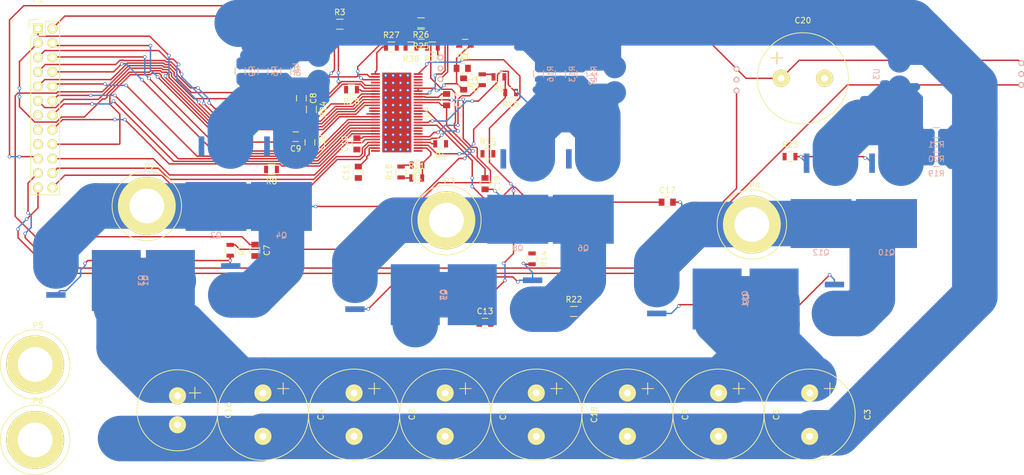
<source format=kicad_pcb>
(kicad_pcb (version 4) (host pcbnew "(2015-10-29 BZR 6286, Git ad2c4b8)-product")
  (layers (0 F.Cu signal) (31 B.Cu signal) (34 B.Paste user) (35 F.Paste user) (36 B.SilkS user) (37 F.SilkS user) (38 B.Mask user) (39 F.Mask user) (44 Edge.Cuts user))
  (net 0 "")
  (net 1 GND)
  (net 2 +batt)
  (net 3 "Net-(C7-Pad1)")
  (net 4 "Net-(C8-Pad2)")
  (net 5 "Net-(C9-Pad1)")
  (net 6 "Net-(C10-Pad2)")
  (net 7 "Net-(C11-Pad2)")
  (net 8 "Net-(C12-Pad1)")
  (net 9 "Net-(C12-Pad2)")
  (net 10 "Net-(C13-Pad1)")
  (net 11 "Net-(C14-Pad1)")
  (net 12 "Net-(C14-Pad2)")
  (net 13 "Net-(C15-Pad1)")
  (net 14 /Gate-Driver/SH_A)
  (net 15 "Net-(C17-Pad1)")
  (net 16 /Gate-Driver/SH_C)
  (net 17 "Net-(C19-Pad1)")
  (net 18 /Gate-Driver/SH_B)
  (net 19 VCC)
  (net 20 /Gate-Driver/SCLK)
  (net 21 /Gate-Driver/VDD_SPI)
  (net 22 /Gate-Driver/SDO)
  (net 23 /Gate-Driver/EN_GATE)
  (net 24 /Gate-Driver/SDI)
  (net 25 /Gate-Driver/INH_A)
  (net 26 /Gate-Driver/nSCS)
  (net 27 /Gate-Driver/INL_A)
  (net 28 /Gate-Driver/nFault)
  (net 29 /Gate-Driver/INH_B)
  (net 30 /Gate-Driver/nOCTW)
  (net 31 /Gate-Driver/INL_B)
  (net 32 "Net-(P1-Pad13)")
  (net 33 /Gate-Driver/INH_C)
  (net 34 "Net-(P1-Pad15)")
  (net 35 /Gate-Driver/INL_C)
  (net 36 "Net-(P1-Pad17)")
  (net 37 /Gate-Driver/DC_CAL)
  (net 38 "/power mosfets & current sensing/hall_1")
  (net 39 /Gate-Driver/REF)
  (net 40 "/power mosfets & current sensing/hall_2")
  (net 41 /Gate-Driver/S01)
  (net 42 "/power mosfets & current sensing/hall_3")
  (net 43 /Gate-Driver/S02)
  (net 44 "Net-(Q1-Pad1)")
  (net 45 "Net-(Q2-Pad1)")
  (net 46 /Gate-Driver/SL_A)
  (net 47 "Net-(Q5-Pad1)")
  (net 48 "Net-(Q6-Pad1)")
  (net 49 /Gate-Driver/SL_B)
  (net 50 "Net-(Q11-Pad1)")
  (net 51 "Net-(Q10-Pad1)")
  (net 52 /Gate-Driver/SL_C)
  (net 53 /Gate-Driver/SP2)
  (net 54 "/power mosfets & current sensing/SP3")
  (net 55 /Gate-Driver/SN2)
  (net 56 "/power mosfets & current sensing/SN3")
  (net 57 /Gate-Driver/SN1)
  (net 58 /Gate-Driver/SP1)
  (net 59 /Gate-Driver/GH_A)
  (net 60 /Gate-Driver/GL_A)
  (net 61 /Gate-Driver/GH_B)
  (net 62 /Gate-Driver/GL_B)
  (net 63 /Gate-Driver/GH_C)
  (net 64 /Gate-Driver/GL_C)
  (net 65 "Net-(R27-Pad1)")
  (net 66 "Net-(R28-Pad1)")
  (net 67 "Net-(R29-Pad2)")
  (net 68 "Net-(U4-Pad4)")
  (net 69 "Net-(U4-Pad55)")
  (module p16261:ACS770xCB (layer B.Cu) (at 80.37 24.51 270)
    (fp_text reference U1 (at 0 15.24 270) (layer B.SilkS) (effects (justify mirror)))
    (fp_text value ACS770)
    (pad 2 thru_hole circle (at 0 -10.16 270) (size 1 1) (drill 0.6) (layers *.Cu *.Mask B.SilkS))
    (pad 3 thru_hole circle (at 1.91 -10.16 270) (size 1 1) (drill 0.6) (layers *.Cu *.Mask B.SilkS) (net 38 "/power mosfets & current sensing/hall_1"))
    (pad 1 thru_hole circle (at -1.91 -10.16 270) (size 1 1) (drill 0.6) (layers *.Cu *.Mask B.SilkS) (net 19 VCC))
    (pad 4 smd circle (at 2.25 11.24 270) (size 4 4) (layers B.Cu B.Paste B.Mask) (net 46 /Gate-Driver/SL_A))
    (pad 5 smd circle (at -2.25 11.24 270) (size 4 4) (layers B.Cu B.Paste B.Mask) (net 1 GND))
  )
  (module Capacitors_Elko_ThroughHole:Elko_vert_31.5x16mm_RM7.5 (layer F.Cu) (at 91.37 81.51 270)
    (fp_text reference C1 (at 3.81 -10.16 270) (layer F.SilkS))
    (fp_text value CP1)
    (fp_line (start -0.762 -4.572) (end -0.762 -4.064) (layer F.Cu) (width 0.15))
    (fp_line (start -0.762 -4.064) (end -0.762 -3.556) (layer F.Cu) (width 0.15))
    (fp_line (start -0.762 -3.556) (end -0.762 -3.048) (layer F.Cu) (width 0.15))
    (fp_line (start -0.762 -3.048) (end -0.762 -2.54) (layer F.Cu) (width 0.15))
    (fp_line (start -1.778 -3.556) (end 0.254 -3.556) (layer F.Cu) (width 0.15))
    (pad 2 thru_hole circle (at 7.62 0 270) (size 2.99974 2.99974) (drill 1.19888) (layers *.Cu *.Mask F.SilkS) (net 1 GND))
    (pad 1 thru_hole circle (at 0 0 270) (size 2.99974 2.99974) (drill 1.19888) (layers *.Cu *.Mask F.SilkS) (net 2 +batt))
  )
  (module Capacitors_Elko_ThroughHole:Elko_vert_31.5x16mm_RM7.5 (layer F.Cu) (at 75.37 81.51 270)
    (fp_text reference C2 (at 3.81 -10.16 270) (layer F.SilkS))
    (fp_text value CP1)
    (fp_line (start -0.762 -4.572) (end -0.762 -4.064) (layer F.Cu) (width 0.15))
    (fp_line (start -0.762 -4.064) (end -0.762 -3.556) (layer F.Cu) (width 0.15))
    (fp_line (start -0.762 -3.556) (end -0.762 -3.048) (layer F.Cu) (width 0.15))
    (fp_line (start -0.762 -3.048) (end -0.762 -2.54) (layer F.Cu) (width 0.15))
    (fp_line (start -1.778 -3.556) (end 0.254 -3.556) (layer F.Cu) (width 0.15))
    (pad 2 thru_hole circle (at 7.62 0 270) (size 2.99974 2.99974) (drill 1.19888) (layers *.Cu *.Mask F.SilkS) (net 1 GND))
    (pad 1 thru_hole circle (at 0 0 270) (size 2.99974 2.99974) (drill 1.19888) (layers *.Cu *.Mask F.SilkS) (net 2 +batt))
  )
  (module Capacitors_Elko_ThroughHole:Elko_vert_31.5x16mm_RM7.5 (layer F.Cu) (at 155.37 81.51 270)
    (fp_text reference C3 (at 3.81 -10.16 270) (layer F.SilkS))
    (fp_text value CP1)
    (fp_line (start -0.762 -4.572) (end -0.762 -4.064) (layer F.Cu) (width 0.15))
    (fp_line (start -0.762 -4.064) (end -0.762 -3.556) (layer F.Cu) (width 0.15))
    (fp_line (start -0.762 -3.556) (end -0.762 -3.048) (layer F.Cu) (width 0.15))
    (fp_line (start -0.762 -3.048) (end -0.762 -2.54) (layer F.Cu) (width 0.15))
    (fp_line (start -1.778 -3.556) (end 0.254 -3.556) (layer F.Cu) (width 0.15))
    (pad 2 thru_hole circle (at 7.62 0 270) (size 2.99974 2.99974) (drill 1.19888) (layers *.Cu *.Mask F.SilkS) (net 1 GND))
    (pad 1 thru_hole circle (at 0 0 270) (size 2.99974 2.99974) (drill 1.19888) (layers *.Cu *.Mask F.SilkS) (net 2 +batt))
  )
  (module Capacitors_Elko_ThroughHole:Elko_vert_31.5x16mm_RM7.5 (layer F.Cu) (at 59.37 81.51 270)
    (fp_text reference C4 (at 3.81 -10.16 270) (layer F.SilkS))
    (fp_text value CP1)
    (fp_line (start -0.762 -4.572) (end -0.762 -4.064) (layer F.Cu) (width 0.15))
    (fp_line (start -0.762 -4.064) (end -0.762 -3.556) (layer F.Cu) (width 0.15))
    (fp_line (start -0.762 -3.556) (end -0.762 -3.048) (layer F.Cu) (width 0.15))
    (fp_line (start -0.762 -3.048) (end -0.762 -2.54) (layer F.Cu) (width 0.15))
    (fp_line (start -1.778 -3.556) (end 0.254 -3.556) (layer F.Cu) (width 0.15))
    (pad 2 thru_hole circle (at 7.62 0 270) (size 2.99974 2.99974) (drill 1.19888) (layers *.Cu *.Mask F.SilkS) (net 1 GND))
    (pad 1 thru_hole circle (at 0 0 270) (size 2.99974 2.99974) (drill 1.19888) (layers *.Cu *.Mask F.SilkS) (net 2 +batt))
  )
  (module Capacitors_Elko_ThroughHole:Elko_vert_31.5x16mm_RM7.5 (layer F.Cu) (at 123.37 81.51 270)
    (fp_text reference C5 (at 3.81 -10.16 270) (layer F.SilkS))
    (fp_text value CP1)
    (fp_line (start -0.762 -4.572) (end -0.762 -4.064) (layer F.Cu) (width 0.15))
    (fp_line (start -0.762 -4.064) (end -0.762 -3.556) (layer F.Cu) (width 0.15))
    (fp_line (start -0.762 -3.556) (end -0.762 -3.048) (layer F.Cu) (width 0.15))
    (fp_line (start -0.762 -3.048) (end -0.762 -2.54) (layer F.Cu) (width 0.15))
    (fp_line (start -1.778 -3.556) (end 0.254 -3.556) (layer F.Cu) (width 0.15))
    (pad 2 thru_hole circle (at 7.62 0 270) (size 2.99974 2.99974) (drill 1.19888) (layers *.Cu *.Mask F.SilkS) (net 1 GND))
    (pad 1 thru_hole circle (at 0 0 270) (size 2.99974 2.99974) (drill 1.19888) (layers *.Cu *.Mask F.SilkS) (net 2 +batt))
  )
  (module Capacitors_Elko_ThroughHole:Elko_vert_31.5x16mm_RM7.5 (layer F.Cu) (at 139.37 81.51 270)
    (fp_text reference C6 (at 3.81 -10.16 270) (layer F.SilkS))
    (fp_text value CP1)
    (fp_line (start -0.762 -4.572) (end -0.762 -4.064) (layer F.Cu) (width 0.15))
    (fp_line (start -0.762 -4.064) (end -0.762 -3.556) (layer F.Cu) (width 0.15))
    (fp_line (start -0.762 -3.556) (end -0.762 -3.048) (layer F.Cu) (width 0.15))
    (fp_line (start -0.762 -3.048) (end -0.762 -2.54) (layer F.Cu) (width 0.15))
    (fp_line (start -1.778 -3.556) (end 0.254 -3.556) (layer F.Cu) (width 0.15))
    (pad 2 thru_hole circle (at 7.62 0 270) (size 2.99974 2.99974) (drill 1.19888) (layers *.Cu *.Mask F.SilkS) (net 1 GND))
    (pad 1 thru_hole circle (at 0 0 270) (size 2.99974 2.99974) (drill 1.19888) (layers *.Cu *.Mask F.SilkS) (net 2 +batt))
  )
  (module Capacitors_Elko_ThroughHole:Elko_vert_31.5x14mm_RM5 (layer F.Cu) (at 44.37 82.01 270)
    (fp_text reference C16 (at 2.54 -8.89 270) (layer F.SilkS))
    (fp_text value 0.1uF)
    (fp_line (start -0.508 -2.032) (end -0.508 -4.064) (layer F.Cu) (width 0.15))
    (fp_line (start -1.524 -3.048) (end 0.508 -3.048) (layer F.Cu) (width 0.15))
    (pad 2 thru_hole circle (at 5.08 0 270) (size 2.99974 2.99974) (drill 1.19888) (layers *.Cu *.Mask F.SilkS) (net 1 GND))
    (pad 1 thru_hole circle (at 0 0 270) (size 2.99974 2.99974) (drill 1.19888) (layers *.Cu *.Mask F.SilkS) (net 2 +batt))
  )
  (module Capacitors_Elko_ThroughHole:Elko_vert_31.5x16mm_RM7.5 (layer F.Cu) (at 107.37 81.51 270)
    (fp_text reference C18 (at 3.81 -10.16 270) (layer F.SilkS))
    (fp_text value 4.7uF)
    (fp_line (start -0.762 -4.572) (end -0.762 -4.064) (layer F.Cu) (width 0.15))
    (fp_line (start -0.762 -4.064) (end -0.762 -3.556) (layer F.Cu) (width 0.15))
    (fp_line (start -0.762 -3.556) (end -0.762 -3.048) (layer F.Cu) (width 0.15))
    (fp_line (start -0.762 -3.048) (end -0.762 -2.54) (layer F.Cu) (width 0.15))
    (fp_line (start -1.778 -3.556) (end 0.254 -3.556) (layer F.Cu) (width 0.15))
    (pad 2 thru_hole circle (at 7.62 0 270) (size 2.99974 2.99974) (drill 1.19888) (layers *.Cu *.Mask F.SilkS) (net 1 GND))
    (pad 1 thru_hole circle (at 0 0 270) (size 2.99974 2.99974) (drill 1.19888) (layers *.Cu *.Mask F.SilkS) (net 2 +batt))
  )
  (module Capacitors_Elko_ThroughHole:Elko_vert_31.5x16mm_RM7.5 (layer F.Cu) (at 150.37 26.26)
    (fp_text reference C20 (at 3.81 -10.16) (layer F.SilkS))
    (fp_text value 47uF)
    (fp_line (start -0.762 -4.572) (end -0.762 -4.064) (layer F.Cu) (width 0.15))
    (fp_line (start -0.762 -4.064) (end -0.762 -3.556) (layer F.Cu) (width 0.15))
    (fp_line (start -0.762 -3.556) (end -0.762 -3.048) (layer F.Cu) (width 0.15))
    (fp_line (start -0.762 -3.048) (end -0.762 -2.54) (layer F.Cu) (width 0.15))
    (fp_line (start -1.778 -3.556) (end 0.254 -3.556) (layer F.Cu) (width 0.15))
    (pad 2 thru_hole circle (at 7.62 0) (size 2.99974 2.99974) (drill 1.19888) (layers *.Cu *.Mask F.SilkS) (net 1 GND))
    (pad 1 thru_hole circle (at 0 0) (size 2.99974 2.99974) (drill 1.19888) (layers *.Cu *.Mask F.SilkS) (net 19 VCC))
  )
  (module p16261:DRV8301 (layer F.Cu) (at 82.87 32.26 270)
    (fp_text reference U4 (at 0 -5.25 270) (layer F.SilkS))
    (fp_text value DRV8301)
    (pad 1 smd rect (at -6.75 3.75 270) (size 0.3 1.55) (layers F.Cu F.Paste F.Mask) (net 65 "Net-(R27-Pad1)"))
    (pad 2 smd rect (at -6.25 3.75 270) (size 0.3 1.55) (layers F.Cu F.Paste F.Mask) (net 3 "Net-(C7-Pad1)"))
    (pad 3 smd rect (at -5.75 3.75 270) (size 0.3 1.55) (layers F.Cu F.Paste F.Mask) (net 67 "Net-(R29-Pad2)"))
    (pad 4 smd rect (at -5.25 3.75 270) (size 0.3 1.55) (layers F.Cu F.Paste F.Mask) (net 68 "Net-(U4-Pad4)"))
    (pad 5 smd rect (at -4.75 3.75 270) (size 0.3 1.55) (layers F.Cu F.Paste F.Mask) (net 30 /Gate-Driver/nOCTW))
    (pad 6 smd rect (at -4.25 3.75 270) (size 0.3 1.55) (layers F.Cu F.Paste F.Mask) (net 28 /Gate-Driver/nFault))
    (pad 7 smd rect (at -3.75 3.75 270) (size 0.3 1.55) (layers F.Cu F.Paste F.Mask) (net 66 "Net-(R28-Pad1)"))
    (pad 8 smd rect (at -3.25 3.75 270) (size 0.3 1.55) (layers F.Cu F.Paste F.Mask) (net 26 /Gate-Driver/nSCS))
    (pad 9 smd rect (at -2.75 3.75 270) (size 0.3 1.55) (layers F.Cu F.Paste F.Mask) (net 24 /Gate-Driver/SDI))
    (pad 10 smd rect (at -2.25 3.75 270) (size 0.3 1.55) (layers F.Cu F.Paste F.Mask) (net 22 /Gate-Driver/SDO))
    (pad 11 smd rect (at -1.75 3.75 270) (size 0.3 1.55) (layers F.Cu F.Paste F.Mask) (net 20 /Gate-Driver/SCLK))
    (pad 12 smd rect (at -1.25 3.75 270) (size 0.3 1.55) (layers F.Cu F.Paste F.Mask) (net 37 /Gate-Driver/DC_CAL))
    (pad 13 smd rect (at -0.75 3.75 270) (size 0.3 1.55) (layers F.Cu F.Paste F.Mask) (net 5 "Net-(C9-Pad1)"))
    (pad 14 smd rect (at -0.25 3.75 270) (size 0.3 1.55) (layers F.Cu F.Paste F.Mask) (net 8 "Net-(C12-Pad1)"))
    (pad 15 smd rect (at 0.25 3.75 270) (size 0.3 1.55) (layers F.Cu F.Paste F.Mask) (net 9 "Net-(C12-Pad2)"))
    (pad 16 smd rect (at 0.75 3.75 270) (size 0.3 1.55) (layers F.Cu F.Paste F.Mask) (net 23 /Gate-Driver/EN_GATE))
    (pad 17 smd rect (at 1.25 3.75 270) (size 0.3 1.55) (layers F.Cu F.Paste F.Mask) (net 25 /Gate-Driver/INH_A))
    (pad 18 smd rect (at 1.75 3.75 270) (size 0.3 1.55) (layers F.Cu F.Paste F.Mask) (net 27 /Gate-Driver/INL_A))
    (pad 19 smd rect (at 2.25 3.75 270) (size 0.3 1.55) (layers F.Cu F.Paste F.Mask) (net 29 /Gate-Driver/INH_B))
    (pad 20 smd rect (at 2.75 3.75 270) (size 0.3 1.55) (layers F.Cu F.Paste F.Mask) (net 31 /Gate-Driver/INL_B))
    (pad 21 smd rect (at 3.25 3.75 270) (size 0.3 1.55) (layers F.Cu F.Paste F.Mask) (net 33 /Gate-Driver/INH_C))
    (pad 22 smd rect (at 3.75 3.75 270) (size 0.3 1.55) (layers F.Cu F.Paste F.Mask) (net 35 /Gate-Driver/INL_C))
    (pad 23 smd rect (at 4.25 3.75 270) (size 0.3 1.55) (layers F.Cu F.Paste F.Mask) (net 6 "Net-(C10-Pad2)"))
    (pad 24 smd rect (at 4.75 3.75 270) (size 0.3 1.55) (layers F.Cu F.Paste F.Mask) (net 39 /Gate-Driver/REF))
    (pad 25 smd rect (at 5.25 3.75 270) (size 0.3 1.55) (layers F.Cu F.Paste F.Mask) (net 41 /Gate-Driver/S01))
    (pad 26 smd rect (at 5.75 3.75 270) (size 0.3 1.55) (layers F.Cu F.Paste F.Mask) (net 43 /Gate-Driver/S02))
    (pad 27 smd rect (at 6.25 3.75 270) (size 0.3 1.55) (layers F.Cu F.Paste F.Mask) (net 7 "Net-(C11-Pad2)"))
    (pad 28 smd rect (at 6.75 3.75 270) (size 0.3 1.55) (layers F.Cu F.Paste F.Mask) (net 1 GND))
    (pad 29 smd rect (at 6.75 -3.75 270) (size 0.3 1.55) (layers F.Cu F.Paste F.Mask) (net 2 +batt))
    (pad 30 smd rect (at 6.25 -3.75 270) (size 0.3 1.55) (layers F.Cu F.Paste F.Mask) (net 53 /Gate-Driver/SP2))
    (pad 31 smd rect (at 5.75 -3.75 270) (size 0.3 1.55) (layers F.Cu F.Paste F.Mask) (net 55 /Gate-Driver/SN2))
    (pad 32 smd rect (at 5.25 -3.75 270) (size 0.3 1.55) (layers F.Cu F.Paste F.Mask) (net 58 /Gate-Driver/SP1))
    (pad 33 smd rect (at 4.75 -3.75 270) (size 0.3 1.55) (layers F.Cu F.Paste F.Mask) (net 57 /Gate-Driver/SN1))
    (pad 34 smd rect (at 4.25 -3.75 270) (size 0.3 1.55) (layers F.Cu F.Paste F.Mask) (net 52 /Gate-Driver/SL_C))
    (pad 35 smd rect (at 3.75 -3.75 270) (size 0.3 1.55) (layers F.Cu F.Paste F.Mask) (net 64 /Gate-Driver/GL_C))
    (pad 36 smd rect (at 3.25 -3.75 270) (size 0.3 1.55) (layers F.Cu F.Paste F.Mask) (net 16 /Gate-Driver/SH_C))
    (pad 37 smd rect (at 2.75 -3.75 270) (size 0.3 1.55) (layers F.Cu F.Paste F.Mask) (net 63 /Gate-Driver/GH_C))
    (pad 38 smd rect (at 2.25 -3.75 270) (size 0.3 1.55) (layers F.Cu F.Paste F.Mask) (net 15 "Net-(C17-Pad1)"))
    (pad 39 smd rect (at 1.75 -3.75 270) (size 0.3 1.55) (layers F.Cu F.Paste F.Mask) (net 49 /Gate-Driver/SL_B))
    (pad 40 smd rect (at 1.25 -3.75 270) (size 0.3 1.55) (layers F.Cu F.Paste F.Mask) (net 62 /Gate-Driver/GL_B))
    (pad 41 smd rect (at 0.75 -3.75 270) (size 0.3 1.55) (layers F.Cu F.Paste F.Mask) (net 18 /Gate-Driver/SH_B))
    (pad 42 smd rect (at 0.25 -3.75 270) (size 0.3 1.55) (layers F.Cu F.Paste F.Mask) (net 61 /Gate-Driver/GH_B))
    (pad 43 smd rect (at -0.25 -3.75 270) (size 0.3 1.55) (layers F.Cu F.Paste F.Mask) (net 17 "Net-(C19-Pad1)"))
    (pad 44 smd rect (at -0.75 -3.75 270) (size 0.3 1.55) (layers F.Cu F.Paste F.Mask) (net 46 /Gate-Driver/SL_A))
    (pad 45 smd rect (at -1.25 -3.75 270) (size 0.3 1.55) (layers F.Cu F.Paste F.Mask) (net 60 /Gate-Driver/GL_A))
    (pad 46 smd rect (at -1.75 -3.75 270) (size 0.3 1.55) (layers F.Cu F.Paste F.Mask) (net 14 /Gate-Driver/SH_A))
    (pad 47 smd rect (at -2.25 -3.75 270) (size 0.3 1.55) (layers F.Cu F.Paste F.Mask) (net 59 /Gate-Driver/GH_A))
    (pad 48 smd rect (at -2.75 -3.75 270) (size 0.3 1.55) (layers F.Cu F.Paste F.Mask) (net 13 "Net-(C15-Pad1)"))
    (pad 49 smd rect (at -3.25 -3.75 270) (size 0.3 1.55) (layers F.Cu F.Paste F.Mask) (net 21 /Gate-Driver/VDD_SPI))
    (pad 50 smd rect (at -3.75 -3.75 270) (size 0.3 1.55) (layers F.Cu F.Paste F.Mask) (net 12 "Net-(C14-Pad2)"))
    (pad 51 smd rect (at -4.25 -3.75 270) (size 0.3 1.55) (layers F.Cu F.Paste F.Mask) (net 12 "Net-(C14-Pad2)"))
    (pad 52 smd rect (at -4.75 -3.75 270) (size 0.3 1.55) (layers F.Cu F.Paste F.Mask) (net 11 "Net-(C14-Pad1)"))
    (pad 53 smd rect (at -5.25 -3.75 270) (size 0.3 1.55) (layers F.Cu F.Paste F.Mask) (net 2 +batt))
    (pad 54 smd rect (at -5.75 -3.75 270) (size 0.3 1.55) (layers F.Cu F.Paste F.Mask) (net 2 +batt))
    (pad 55 smd rect (at -6.25 -3.75 270) (size 0.3 1.55) (layers F.Cu F.Paste F.Mask) (net 69 "Net-(U4-Pad55)"))
    (pad 56 smd rect (at -6.75 -3.75 270) (size 0.3 1.55) (layers F.Cu F.Paste F.Mask) (net 10 "Net-(C13-Pad1)"))
    (pad 57 smd rect (at 0 0 270) (size 14 5.1) (layers F.Cu) (net 1 GND))
    (pad 57 thru_hole circle (at -6.5 -1.95 270) (size 0.6 0.6) (drill 0.3) (layers *.Cu) (net 1 GND))
    (pad 57 thru_hole circle (at -6.5 -0.65 270) (size 0.6 0.6) (drill 0.3) (layers *.Cu) (net 1 GND))
    (pad 57 thru_hole circle (at -6.5 0.65 270) (size 0.6 0.6) (drill 0.3) (layers *.Cu) (net 1 GND))
    (pad 57 thru_hole circle (at -6.5 1.95 270) (size 0.6 0.6) (drill 0.3) (layers *.Cu) (net 1 GND))
    (pad 57 thru_hole circle (at -5.2 1.95 270) (size 0.6 0.6) (drill 0.3) (layers *.Cu) (net 1 GND))
    (pad 57 thru_hole circle (at -5.2 0.65 270) (size 0.6 0.6) (drill 0.3) (layers *.Cu) (net 1 GND))
    (pad 57 thru_hole circle (at -5.2 -0.65 270) (size 0.6 0.6) (drill 0.3) (layers *.Cu) (net 1 GND))
    (pad 57 thru_hole circle (at -5.2 -1.95 270) (size 0.6 0.6) (drill 0.3) (layers *.Cu) (net 1 GND))
    (pad 57 thru_hole circle (at -3.9 -1.95 270) (size 0.6 0.6) (drill 0.3) (layers *.Cu) (net 1 GND))
    (pad 57 thru_hole circle (at -3.9 -0.65 270) (size 0.6 0.6) (drill 0.3) (layers *.Cu) (net 1 GND))
    (pad 57 thru_hole circle (at -3.9 0.65 270) (size 0.6 0.6) (drill 0.3) (layers *.Cu) (net 1 GND))
    (pad 57 thru_hole circle (at -3.9 1.95 270) (size 0.6 0.6) (drill 0.3) (layers *.Cu) (net 1 GND))
    (pad 57 thru_hole circle (at -2.6 -1.95 270) (size 0.6 0.6) (drill 0.3) (layers *.Cu) (net 1 GND))
    (pad 57 thru_hole circle (at -1.3 -1.95 270) (size 0.6 0.6) (drill 0.3) (layers *.Cu) (net 1 GND))
    (pad 57 thru_hole circle (at 0 -1.95 270) (size 0.6 0.6) (drill 0.3) (layers *.Cu) (net 1 GND))
    (pad 57 thru_hole circle (at -2.6 -0.65 270) (size 0.6 0.6) (drill 0.3) (layers *.Cu) (net 1 GND))
    (pad 57 thru_hole circle (at -1.3 -0.65 270) (size 0.6 0.6) (drill 0.3) (layers *.Cu) (net 1 GND))
    (pad 57 thru_hole circle (at -2.6 0.65 270) (size 0.6 0.6) (drill 0.3) (layers *.Cu) (net 1 GND))
    (pad 57 thru_hole circle (at -1.3 0.65 270) (size 0.6 0.6) (drill 0.3) (layers *.Cu) (net 1 GND))
    (pad 57 thru_hole circle (at -2.6 1.95 270) (size 0.6 0.6) (drill 0.3) (layers *.Cu) (net 1 GND))
    (pad 57 thru_hole circle (at -1.3 1.95 270) (size 0.6 0.6) (drill 0.3) (layers *.Cu) (net 1 GND))
    (pad 57 thru_hole circle (at 0 1.95 270) (size 0.6 0.6) (drill 0.3) (layers *.Cu) (net 1 GND))
    (pad 57 thru_hole circle (at 0 0.65 270) (size 0.6 0.6) (drill 0.3) (layers *.Cu) (net 1 GND))
    (pad 57 thru_hole circle (at 0 -0.65 270) (size 0.6 0.6) (drill 0.3) (layers *.Cu) (net 1 GND))
    (pad 57 thru_hole circle (at 1.3 -1.95 270) (size 0.6 0.6) (drill 0.3) (layers *.Cu) (net 1 GND))
    (pad 57 thru_hole circle (at 1.3 -0.65 270) (size 0.6 0.6) (drill 0.3) (layers *.Cu) (net 1 GND))
    (pad 57 thru_hole circle (at 1.3 0.65 270) (size 0.6 0.6) (drill 0.3) (layers *.Cu) (net 1 GND))
    (pad 57 thru_hole circle (at 1.3 1.95 270) (size 0.6 0.6) (drill 0.3) (layers *.Cu) (net 1 GND))
    (pad 57 thru_hole circle (at 2.6 1.95 270) (size 0.6 0.6) (drill 0.3) (layers *.Cu) (net 1 GND))
    (pad 57 thru_hole circle (at 2.6 0.65 270) (size 0.6 0.6) (drill 0.3) (layers *.Cu) (net 1 GND))
    (pad 57 thru_hole circle (at 2.6 -0.65 270) (size 0.6 0.6) (drill 0.3) (layers *.Cu) (net 1 GND))
    (pad 57 thru_hole circle (at 2.6 -1.95 270) (size 0.6 0.6) (drill 0.3) (layers *.Cu) (net 1 GND))
    (pad 57 thru_hole circle (at 3.9 -1.95 270) (size 0.6 0.6) (drill 0.3) (layers *.Cu) (net 1 GND))
    (pad 57 thru_hole circle (at 3.9 -0.65 270) (size 0.6 0.6) (drill 0.3) (layers *.Cu) (net 1 GND))
    (pad 57 thru_hole circle (at 3.9 0.65 270) (size 0.6 0.6) (drill 0.3) (layers *.Cu) (net 1 GND))
    (pad 57 thru_hole circle (at 3.9 1.95 270) (size 0.6 0.6) (drill 0.3) (layers *.Cu) (net 1 GND))
    (pad 57 thru_hole circle (at 5.2 1.95 270) (size 0.6 0.6) (drill 0.3) (layers *.Cu) (net 1 GND))
    (pad 57 thru_hole circle (at 5.2 0.65 270) (size 0.6 0.6) (drill 0.3) (layers *.Cu) (net 1 GND))
    (pad 57 thru_hole circle (at 5.2 -0.65 270) (size 0.6 0.6) (drill 0.3) (layers *.Cu) (net 1 GND))
    (pad 57 thru_hole circle (at 5.2 -1.95 270) (size 0.6 0.6) (drill 0.3) (layers *.Cu) (net 1 GND))
    (pad 57 thru_hole circle (at 6.5 -1.95 270) (size 0.6 0.6) (drill 0.3) (layers *.Cu) (net 1 GND))
    (pad 57 thru_hole circle (at 6.5 -0.65 270) (size 0.6 0.6) (drill 0.3) (layers *.Cu) (net 1 GND))
    (pad 57 thru_hole circle (at 6.5 0.65 270) (size 0.6 0.6) (drill 0.3) (layers *.Cu) (net 1 GND))
    (pad 57 thru_hole circle (at 6.5 1.95 270) (size 0.6 0.6) (drill 0.3) (layers *.Cu) (net 1 GND))
  )
  (module p16261:ACS770xCB (layer B.Cu) (at 182.37 25.51 270)
    (fp_text reference U3 (at 0 15.24 270) (layer B.SilkS) (effects (justify mirror)))
    (fp_text value ACS770)
    (pad 2 thru_hole circle (at 0 -10.16 270) (size 1 1) (drill 0.6) (layers *.Cu *.Mask B.SilkS))
    (pad 3 thru_hole circle (at 1.91 -10.16 270) (size 1 1) (drill 0.6) (layers *.Cu *.Mask B.SilkS) (net 42 "/power mosfets & current sensing/hall_3"))
    (pad 1 thru_hole circle (at -1.91 -10.16 270) (size 1 1) (drill 0.6) (layers *.Cu *.Mask B.SilkS) (net 19 VCC))
    (pad 4 smd circle (at 2.25 11.24 270) (size 4 4) (layers B.Cu B.Paste B.Mask) (net 52 /Gate-Driver/SL_C))
    (pad 5 smd circle (at -2.25 11.24 270) (size 4 4) (layers B.Cu B.Paste B.Mask) (net 1 GND))
  )
  (module p16261:ACS770xCB (layer B.Cu) (at 132.37 26.51 270)
    (fp_text reference U2 (at 0 15.24 270) (layer B.SilkS) (effects (justify mirror)))
    (fp_text value ACS770)
    (pad 2 thru_hole circle (at 0 -10.16 270) (size 1 1) (drill 0.6) (layers *.Cu *.Mask B.SilkS))
    (pad 3 thru_hole circle (at 1.91 -10.16 270) (size 1 1) (drill 0.6) (layers *.Cu *.Mask B.SilkS) (net 40 "/power mosfets & current sensing/hall_2"))
    (pad 1 thru_hole circle (at -1.91 -10.16 270) (size 1 1) (drill 0.6) (layers *.Cu *.Mask B.SilkS) (net 19 VCC))
    (pad 4 smd circle (at 2.25 11.24 270) (size 4 4) (layers B.Cu B.Paste B.Mask) (net 49 /Gate-Driver/SL_B))
    (pad 5 smd circle (at -2.25 11.24 270) (size 4 4) (layers B.Cu B.Paste B.Mask) (net 1 GND))
  )
  (module Resistors_SMD:R_0805 (layer F.Cu) (at 85.37 20.76 180)
    (fp_text reference R30 (at 0 -2.1 180) (layer F.SilkS))
    (fp_text value 4k)
    (pad 1 smd rect (at -0.95 0 180) (size 0.7 1.3) (layers F.Cu F.Paste F.Mask) (net 67 "Net-(R29-Pad2)"))
    (pad 2 smd rect (at 0.95 0 180) (size 0.7 1.3) (layers F.Cu F.Paste F.Mask) (net 1 GND))
  )
  (module Resistors_SMD:R_0805 (layer F.Cu) (at 89.12 20.76 180)
    (fp_text reference R29 (at 0 -2.1 180) (layer F.SilkS))
    (fp_text value 22k)
    (pad 1 smd rect (at -0.95 0 180) (size 0.7 1.3) (layers F.Cu F.Paste F.Mask) (net 19 VCC))
    (pad 2 smd rect (at 0.95 0 180) (size 0.7 1.3) (layers F.Cu F.Paste F.Mask) (net 67 "Net-(R29-Pad2)"))
  )
  (module Resistors_SMD:R_0805 (layer F.Cu) (at 74.92 28.26 180)
    (fp_text reference R28 (at 0 -2.1 180) (layer F.SilkS))
    (fp_text value DNP)
    (pad 1 smd rect (at -0.95 0 180) (size 0.7 1.3) (layers F.Cu F.Paste F.Mask) (net 66 "Net-(R28-Pad1)"))
    (pad 2 smd rect (at 0.95 0 180) (size 0.7 1.3) (layers F.Cu F.Paste F.Mask) (net 1 GND))
  )
  (module Resistors_SMD:R_0805 (layer F.Cu) (at 81.92 20.76)
    (fp_text reference R27 (at 0 -2.1) (layer F.SilkS))
    (fp_text value 800k)
    (pad 1 smd rect (at -0.95 0) (size 0.7 1.3) (layers F.Cu F.Paste F.Mask) (net 65 "Net-(R27-Pad1)"))
    (pad 2 smd rect (at 0.95 0) (size 0.7 1.3) (layers F.Cu F.Paste F.Mask) (net 1 GND))
  )
  (module Resistors_SMD:R_0805 (layer F.Cu) (at 87.12 16.51 180)
    (fp_text reference R26 (at 0 -2.1 180) (layer F.SilkS))
    (fp_text value 10k)
    (pad 1 smd rect (at -0.95 0 180) (size 0.7 1.3) (layers F.Cu F.Paste F.Mask) (net 19 VCC))
    (pad 2 smd rect (at 0.95 0 180) (size 0.7 1.3) (layers F.Cu F.Paste F.Mask) (net 28 /Gate-Driver/nFault))
  )
  (module Resistors_SMD:R_0805 (layer F.Cu) (at 87.12 18.51 180)
    (fp_text reference R25 (at 0 -2.1 180) (layer F.SilkS))
    (fp_text value 10k)
    (pad 1 smd rect (at -0.95 0 180) (size 0.7 1.3) (layers F.Cu F.Paste F.Mask) (net 19 VCC))
    (pad 2 smd rect (at 0.95 0 180) (size 0.7 1.3) (layers F.Cu F.Paste F.Mask) (net 30 /Gate-Driver/nOCTW))
  )
  (module Resistors_SMD:R_0805 (layer F.Cu) (at 67.87 31.71 270)
    (fp_text reference R24 (at 0 -2.1 270) (layer F.SilkS))
    (fp_text value R)
    (pad 1 smd rect (at -0.95 0 270) (size 0.7 1.3) (layers F.Cu F.Paste F.Mask) (net 4 "Net-(C8-Pad2)"))
    (pad 2 smd rect (at 0.95 0 270) (size 0.7 1.3) (layers F.Cu F.Paste F.Mask) (net 1 GND))
  )
  (module Resistors_SMD:R_0805 (layer F.Cu) (at 151.92 40.01)
    (fp_text reference R23 (at 0 -2.1) (layer F.SilkS))
    (fp_text value 10R)
    (pad 1 smd rect (at -0.95 0) (size 0.7 1.3) (layers F.Cu F.Paste F.Mask) (net 64 /Gate-Driver/GL_C))
    (pad 2 smd rect (at 0.95 0) (size 0.7 1.3) (layers F.Cu F.Paste F.Mask) (net 51 "Net-(Q10-Pad1)"))
  )
  (module Resistors_SMD:R_0805 (layer F.Cu) (at 113.97 67.195)
    (fp_text reference R22 (at 0 -2.1) (layer F.SilkS))
    (fp_text value 10R)
    (pad 1 smd rect (at -0.95 0) (size 0.7 1.3) (layers F.Cu F.Paste F.Mask) (net 63 /Gate-Driver/GH_C))
    (pad 2 smd rect (at 0.95 0) (size 0.7 1.3) (layers F.Cu F.Paste F.Mask) (net 50 "Net-(Q11-Pad1)"))
  )
  (module Resistors_SMD:R_0805 (layer B.Cu) (at 177.62 35.8)
    (fp_text reference R21 (at 0 2.1) (layer B.SilkS) (effects (justify mirror)))
    (fp_text value R)
    (pad 1 smd rect (at -0.95 0) (size 0.7 1.3) (layers B.Cu B.Paste B.Mask) (net 52 /Gate-Driver/SL_C))
    (pad 2 smd rect (at 0.95 0) (size 0.7 1.3) (layers B.Cu B.Paste B.Mask) (net 1 GND))
  )
  (module Resistors_SMD:R_0805 (layer B.Cu) (at 177.62 38.34)
    (fp_text reference R20 (at 0 2.1) (layer B.SilkS) (effects (justify mirror)))
    (fp_text value R)
    (pad 1 smd rect (at -0.95 0) (size 0.7 1.3) (layers B.Cu B.Paste B.Mask) (net 52 /Gate-Driver/SL_C))
    (pad 2 smd rect (at 0.95 0) (size 0.7 1.3) (layers B.Cu B.Paste B.Mask) (net 1 GND))
  )
  (module Resistors_SMD:R_0805 (layer B.Cu) (at 177.62 40.88)
    (fp_text reference R19 (at 0 2.1) (layer B.SilkS) (effects (justify mirror)))
    (fp_text value R)
    (pad 1 smd rect (at -0.95 0) (size 0.7 1.3) (layers B.Cu B.Paste B.Mask) (net 52 /Gate-Driver/SL_C))
    (pad 2 smd rect (at 0.95 0) (size 0.7 1.3) (layers B.Cu B.Paste B.Mask) (net 1 GND))
  )
  (module Resistors_SMD:R_0805 (layer F.Cu) (at 83.62 42.71 90)
    (fp_text reference R18 (at 0 -2.1 90) (layer F.SilkS))
    (fp_text value 0R)
    (pad 1 smd rect (at -0.95 0 90) (size 0.7 1.3) (layers F.Cu F.Paste F.Mask) (net 1 GND))
    (pad 2 smd rect (at 0.95 0 90) (size 0.7 1.3) (layers F.Cu F.Paste F.Mask) (net 54 "/power mosfets & current sensing/SP3"))
  )
  (module Resistors_SMD:R_0805 (layer F.Cu) (at 97.87 26.51 90)
    (fp_text reference R17 (at 0 -2.1 90) (layer F.SilkS))
    (fp_text value 0R)
    (pad 1 smd rect (at -0.95 0 90) (size 0.7 1.3) (layers F.Cu F.Paste F.Mask) (net 52 /Gate-Driver/SL_C))
    (pad 2 smd rect (at 0.95 0 90) (size 0.7 1.3) (layers F.Cu F.Paste F.Mask) (net 56 "/power mosfets & current sensing/SN3"))
  )
  (module Resistors_SMD:R_0805 (layer B.Cu) (at 107.78 25.51 90)
    (fp_text reference R16 (at 0 2.1 90) (layer B.SilkS) (effects (justify mirror)))
    (fp_text value R)
    (pad 1 smd rect (at -0.95 0 90) (size 0.7 1.3) (layers B.Cu B.Paste B.Mask) (net 49 /Gate-Driver/SL_B))
    (pad 2 smd rect (at 0.95 0 90) (size 0.7 1.3) (layers B.Cu B.Paste B.Mask) (net 1 GND))
  )
  (module Resistors_SMD:R_0805 (layer F.Cu) (at 98.87 39.51)
    (fp_text reference R15 (at 0 -2.1) (layer F.SilkS))
    (fp_text value 10R)
    (pad 1 smd rect (at -0.95 0) (size 0.7 1.3) (layers F.Cu F.Paste F.Mask) (net 62 /Gate-Driver/GL_B))
    (pad 2 smd rect (at 0.95 0) (size 0.7 1.3) (layers F.Cu F.Paste F.Mask) (net 48 "Net-(Q6-Pad1)"))
  )
  (module Resistors_SMD:R_0805 (layer F.Cu) (at 106.62 57.96 270)
    (fp_text reference R14 (at 0 -2.1 270) (layer F.SilkS))
    (fp_text value 10R)
    (pad 1 smd rect (at -0.95 0 270) (size 0.7 1.3) (layers F.Cu F.Paste F.Mask) (net 61 /Gate-Driver/GH_B))
    (pad 2 smd rect (at 0.95 0 270) (size 0.7 1.3) (layers F.Cu F.Paste F.Mask) (net 47 "Net-(Q5-Pad1)"))
  )
  (module Resistors_SMD:R_0805 (layer B.Cu) (at 111.59 25.51 90)
    (fp_text reference R13 (at 0 2.1 90) (layer B.SilkS) (effects (justify mirror)))
    (fp_text value R)
    (pad 1 smd rect (at -0.95 0 90) (size 0.7 1.3) (layers B.Cu B.Paste B.Mask) (net 49 /Gate-Driver/SL_B))
    (pad 2 smd rect (at 0.95 0 90) (size 0.7 1.3) (layers B.Cu B.Paste B.Mask) (net 1 GND))
  )
  (module Resistors_SMD:R_0805 (layer B.Cu) (at 115.4 25.51 90)
    (fp_text reference R12 (at 0 2.1 90) (layer B.SilkS) (effects (justify mirror)))
    (fp_text value R)
    (pad 1 smd rect (at -0.95 0 90) (size 0.7 1.3) (layers B.Cu B.Paste B.Mask) (net 49 /Gate-Driver/SL_B))
    (pad 2 smd rect (at 0.95 0 90) (size 0.7 1.3) (layers B.Cu B.Paste B.Mask) (net 1 GND))
  )
  (module Resistors_SMD:R_0805 (layer F.Cu) (at 86.37 43.76)
    (fp_text reference R11 (at 0 -2.1) (layer F.SilkS))
    (fp_text value 0R)
    (pad 1 smd rect (at -0.95 0) (size 0.7 1.3) (layers F.Cu F.Paste F.Mask) (net 1 GND))
    (pad 2 smd rect (at 0.95 0) (size 0.7 1.3) (layers F.Cu F.Paste F.Mask) (net 53 /Gate-Driver/SP2))
  )
  (module Resistors_SMD:R_0805 (layer F.Cu) (at 102.87 28.76 180)
    (fp_text reference R10 (at 0 -2.1 180) (layer F.SilkS))
    (fp_text value 0R)
    (pad 1 smd rect (at -0.95 0 180) (size 0.7 1.3) (layers F.Cu F.Paste F.Mask) (net 49 /Gate-Driver/SL_B))
    (pad 2 smd rect (at 0.95 0 180) (size 0.7 1.3) (layers F.Cu F.Paste F.Mask) (net 55 /Gate-Driver/SN2))
  )
  (module Resistors_SMD:R_0805 (layer B.Cu) (at 55.37 25.01 90)
    (fp_text reference R9 (at 0 2.1 90) (layer B.SilkS) (effects (justify mirror)))
    (fp_text value R)
    (pad 1 smd rect (at -0.95 0 90) (size 0.7 1.3) (layers B.Cu B.Paste B.Mask) (net 46 /Gate-Driver/SL_A))
    (pad 2 smd rect (at 0.95 0 90) (size 0.7 1.3) (layers B.Cu B.Paste B.Mask) (net 1 GND))
  )
  (module Resistors_SMD:R_0805 (layer F.Cu) (at 60.87 42.26 180)
    (fp_text reference R8 (at 0 -2.1 180) (layer F.SilkS))
    (fp_text value 10R)
    (pad 1 smd rect (at -0.95 0 180) (size 0.7 1.3) (layers F.Cu F.Paste F.Mask) (net 60 /Gate-Driver/GL_A))
    (pad 2 smd rect (at 0.95 0 180) (size 0.7 1.3) (layers F.Cu F.Paste F.Mask) (net 45 "Net-(Q2-Pad1)"))
  )
  (module Resistors_SMD:R_0805 (layer F.Cu) (at 53.62 56.46 270)
    (fp_text reference R7 (at 0 -2.1 270) (layer F.SilkS))
    (fp_text value 10R)
    (pad 1 smd rect (at -0.95 0 270) (size 0.7 1.3) (layers F.Cu F.Paste F.Mask) (net 59 /Gate-Driver/GH_A))
    (pad 2 smd rect (at 0.95 0 270) (size 0.7 1.3) (layers F.Cu F.Paste F.Mask) (net 44 "Net-(Q1-Pad1)"))
  )
  (module Resistors_SMD:R_0805 (layer B.Cu) (at 59.37 25.01 90)
    (fp_text reference R6 (at 0 2.1 90) (layer B.SilkS) (effects (justify mirror)))
    (fp_text value R)
    (pad 1 smd rect (at -0.95 0 90) (size 0.7 1.3) (layers B.Cu B.Paste B.Mask) (net 46 /Gate-Driver/SL_A))
    (pad 2 smd rect (at 0.95 0 90) (size 0.7 1.3) (layers B.Cu B.Paste B.Mask) (net 1 GND))
  )
  (module Resistors_SMD:R_0805 (layer B.Cu) (at 63.37 25.01 90)
    (fp_text reference R5 (at 0 2.1 90) (layer B.SilkS) (effects (justify mirror)))
    (fp_text value R)
    (pad 1 smd rect (at -0.95 0 90) (size 0.7 1.3) (layers B.Cu B.Paste B.Mask) (net 46 /Gate-Driver/SL_A))
    (pad 2 smd rect (at 0.95 0 90) (size 0.7 1.3) (layers B.Cu B.Paste B.Mask) (net 1 GND))
  )
  (module Resistors_SMD:R_0805 (layer F.Cu) (at 90.57 37.76 180)
    (fp_text reference R4 (at 0 -2.1 180) (layer F.SilkS))
    (fp_text value 0R)
    (pad 1 smd rect (at -0.95 0 180) (size 0.7 1.3) (layers F.Cu F.Paste F.Mask) (net 1 GND))
    (pad 2 smd rect (at 0.95 0 180) (size 0.7 1.3) (layers F.Cu F.Paste F.Mask) (net 58 /Gate-Driver/SP1))
  )
  (module Resistors_SMD:R_0805 (layer F.Cu) (at 72.87 16.76)
    (fp_text reference R3 (at 0 -2.1) (layer F.SilkS))
    (fp_text value 0R)
    (pad 1 smd rect (at -0.95 0) (size 0.7 1.3) (layers F.Cu F.Paste F.Mask) (net 46 /Gate-Driver/SL_A))
    (pad 2 smd rect (at 0.95 0) (size 0.7 1.3) (layers F.Cu F.Paste F.Mask) (net 57 /Gate-Driver/SN1))
  )
  (module Resistors_SMD:R_0805 (layer F.Cu) (at 100.82 26.01 180)
    (fp_text reference R2 (at 0 -2.1 180) (layer F.SilkS))
    (fp_text value DNP)
    (pad 1 smd rect (at -0.95 0 180) (size 0.7 1.3) (layers F.Cu F.Paste F.Mask) (net 55 /Gate-Driver/SN2))
    (pad 2 smd rect (at 0.95 0 180) (size 0.7 1.3) (layers F.Cu F.Paste F.Mask) (net 56 "/power mosfets & current sensing/SN3"))
  )
  (module Resistors_SMD:R_0805 (layer F.Cu) (at 86.42 41.51 180)
    (fp_text reference R1 (at 0 -2.1 180) (layer F.SilkS))
    (fp_text value DNP)
    (pad 1 smd rect (at -0.95 0 180) (size 0.7 1.3) (layers F.Cu F.Paste F.Mask) (net 53 /Gate-Driver/SP2))
    (pad 2 smd rect (at 0.95 0 180) (size 0.7 1.3) (layers F.Cu F.Paste F.Mask) (net 54 "/power mosfets & current sensing/SP3"))
  )
  (module p16261:CSD19536KTT (layer B.Cu) (at 157.37 51.76)
    (fp_text reference Q12 (at 0 5.08) (layer B.SilkS) (effects (justify mirror)))
    (fp_text value CSD19536KTT)
    (pad 1 smd rect (at -2.54 -10.6) (size 1 3.4) (layers B.Cu B.Paste B.Mask) (net 51 "Net-(Q10-Pad1)"))
    (pad 3 smd rect (at 2.54 -10.6) (size 1 3.4) (layers B.Cu B.Paste B.Mask) (net 52 /Gate-Driver/SL_C))
    (pad 2 smd rect (at 0 0) (size 10.7 8.6) (layers B.Cu B.Paste B.Mask) (net 16 /Gate-Driver/SH_C))
  )
  (module p16261:CSD19536KTT (layer B.Cu) (at 149.12 65.01 270)
    (fp_text reference Q11 (at 0 5.08 270) (layer B.SilkS) (effects (justify mirror)))
    (fp_text value CSD19536KTT)
    (pad 1 smd rect (at -2.54 -10.6 270) (size 1 3.4) (layers B.Cu B.Paste B.Mask) (net 50 "Net-(Q11-Pad1)"))
    (pad 3 smd rect (at 2.54 -10.6 270) (size 1 3.4) (layers B.Cu B.Paste B.Mask) (net 16 /Gate-Driver/SH_C))
    (pad 2 smd rect (at 0 0 270) (size 10.7 8.6) (layers B.Cu B.Paste B.Mask) (net 2 +batt))
  )
  (module p16261:CSD19536KTT (layer B.Cu) (at 168.87 51.76)
    (fp_text reference Q10 (at 0 5.08) (layer B.SilkS) (effects (justify mirror)))
    (fp_text value CSD19536KTT)
    (pad 1 smd rect (at -2.54 -10.6) (size 1 3.4) (layers B.Cu B.Paste B.Mask) (net 51 "Net-(Q10-Pad1)"))
    (pad 3 smd rect (at 2.54 -10.6) (size 1 3.4) (layers B.Cu B.Paste B.Mask) (net 52 /Gate-Driver/SL_C))
    (pad 2 smd rect (at 0 0) (size 10.7 8.6) (layers B.Cu B.Paste B.Mask) (net 16 /Gate-Driver/SH_C))
  )
  (module p16261:CSD19536KTT (layer B.Cu) (at 139.12 65.01 90)
    (fp_text reference Q9 (at 0 5.08 90) (layer B.SilkS) (effects (justify mirror)))
    (fp_text value CSD19536KTT)
    (pad 1 smd rect (at -2.54 -10.6 90) (size 1 3.4) (layers B.Cu B.Paste B.Mask) (net 50 "Net-(Q11-Pad1)"))
    (pad 3 smd rect (at 2.54 -10.6 90) (size 1 3.4) (layers B.Cu B.Paste B.Mask) (net 16 /Gate-Driver/SH_C))
    (pad 2 smd rect (at 0 0 90) (size 10.7 8.6) (layers B.Cu B.Paste B.Mask) (net 2 +batt))
  )
  (module p16261:CSD19536KTT (layer B.Cu) (at 104.12 51.01)
    (fp_text reference Q8 (at 0 5.08) (layer B.SilkS) (effects (justify mirror)))
    (fp_text value CSD19536KTT)
    (pad 1 smd rect (at -2.54 -10.6) (size 1 3.4) (layers B.Cu B.Paste B.Mask) (net 48 "Net-(Q6-Pad1)"))
    (pad 3 smd rect (at 2.54 -10.6) (size 1 3.4) (layers B.Cu B.Paste B.Mask) (net 49 /Gate-Driver/SL_B))
    (pad 2 smd rect (at 0 0) (size 10.7 8.6) (layers B.Cu B.Paste B.Mask) (net 18 /Gate-Driver/SH_B))
  )
  (module p16261:CSD19536KTT (layer B.Cu) (at 96.12 64.26 270)
    (fp_text reference Q7 (at 0 5.08 270) (layer B.SilkS) (effects (justify mirror)))
    (fp_text value CSD19536KTT)
    (pad 1 smd rect (at -2.54 -10.6 270) (size 1 3.4) (layers B.Cu B.Paste B.Mask) (net 47 "Net-(Q5-Pad1)"))
    (pad 3 smd rect (at 2.54 -10.6 270) (size 1 3.4) (layers B.Cu B.Paste B.Mask) (net 18 /Gate-Driver/SH_B))
    (pad 2 smd rect (at 0 0 270) (size 10.7 8.6) (layers B.Cu B.Paste B.Mask) (net 2 +batt))
  )
  (module p16261:CSD19536KTT (layer B.Cu) (at 115.62 51.01)
    (fp_text reference Q6 (at 0 5.08) (layer B.SilkS) (effects (justify mirror)))
    (fp_text value CSD19536KTT)
    (pad 1 smd rect (at -2.54 -10.6) (size 1 3.4) (layers B.Cu B.Paste B.Mask) (net 48 "Net-(Q6-Pad1)"))
    (pad 3 smd rect (at 2.54 -10.6) (size 1 3.4) (layers B.Cu B.Paste B.Mask) (net 49 /Gate-Driver/SL_B))
    (pad 2 smd rect (at 0 0) (size 10.7 8.6) (layers B.Cu B.Paste B.Mask) (net 18 /Gate-Driver/SH_B))
  )
  (module p16261:CSD19536KTT (layer B.Cu) (at 86.12 64.26 90)
    (fp_text reference Q5 (at 0 5.08 90) (layer B.SilkS) (effects (justify mirror)))
    (fp_text value CSD19536KTT)
    (pad 1 smd rect (at -2.54 -10.6 90) (size 1 3.4) (layers B.Cu B.Paste B.Mask) (net 47 "Net-(Q5-Pad1)"))
    (pad 3 smd rect (at 2.54 -10.6 90) (size 1 3.4) (layers B.Cu B.Paste B.Mask) (net 18 /Gate-Driver/SH_B))
    (pad 2 smd rect (at 0 0 90) (size 10.7 8.6) (layers B.Cu B.Paste B.Mask) (net 2 +batt))
  )
  (module p16261:CSD19536KTT (layer B.Cu) (at 62.62 48.76)
    (fp_text reference Q4 (at 0 5.08) (layer B.SilkS) (effects (justify mirror)))
    (fp_text value CSD19536KTT)
    (pad 1 smd rect (at -2.54 -10.6) (size 1 3.4) (layers B.Cu B.Paste B.Mask) (net 45 "Net-(Q2-Pad1)"))
    (pad 3 smd rect (at 2.54 -10.6) (size 1 3.4) (layers B.Cu B.Paste B.Mask) (net 46 /Gate-Driver/SL_A))
    (pad 2 smd rect (at 0 0) (size 10.7 8.6) (layers B.Cu B.Paste B.Mask) (net 14 /Gate-Driver/SH_A))
  )
  (module p16261:CSD19536KTT (layer B.Cu) (at 43.12 61.76 270)
    (fp_text reference Q3 (at 0 5.08 270) (layer B.SilkS) (effects (justify mirror)))
    (fp_text value CSD19536KTT)
    (pad 1 smd rect (at -2.54 -10.6 270) (size 1 3.4) (layers B.Cu B.Paste B.Mask) (net 44 "Net-(Q1-Pad1)"))
    (pad 3 smd rect (at 2.54 -10.6 270) (size 1 3.4) (layers B.Cu B.Paste B.Mask) (net 14 /Gate-Driver/SH_A))
    (pad 2 smd rect (at 0 0 270) (size 10.7 8.6) (layers B.Cu B.Paste B.Mask) (net 2 +batt))
  )
  (module p16261:CSD19536KTT (layer B.Cu) (at 51.12 48.76)
    (fp_text reference Q2 (at 0 5.08) (layer B.SilkS) (effects (justify mirror)))
    (fp_text value CSD19536KTT)
    (pad 1 smd rect (at -2.54 -10.6) (size 1 3.4) (layers B.Cu B.Paste B.Mask) (net 45 "Net-(Q2-Pad1)"))
    (pad 3 smd rect (at 2.54 -10.6) (size 1 3.4) (layers B.Cu B.Paste B.Mask) (net 46 /Gate-Driver/SL_A))
    (pad 2 smd rect (at 0 0) (size 10.7 8.6) (layers B.Cu B.Paste B.Mask) (net 14 /Gate-Driver/SH_A))
  )
  (module p16261:CSD19536KTT (layer B.Cu) (at 33.62 61.76 90)
    (fp_text reference Q1 (at 0 5.08 90) (layer B.SilkS) (effects (justify mirror)))
    (fp_text value CSD19536KTT)
    (pad 1 smd rect (at -2.54 -10.6 90) (size 1 3.4) (layers B.Cu B.Paste B.Mask) (net 44 "Net-(Q1-Pad1)"))
    (pad 3 smd rect (at 2.54 -10.6 90) (size 1 3.4) (layers B.Cu B.Paste B.Mask) (net 14 /Gate-Driver/SH_A))
    (pad 2 smd rect (at 0 0 90) (size 10.7 8.6) (layers B.Cu B.Paste B.Mask) (net 2 +batt))
  )
  (module Pin_Headers:Pin_Header_Straight_2x12 (layer F.Cu) (at 19.87 17.51)
    (fp_text reference P1 (at 0 -5.1) (layer F.SilkS))
    (fp_text value CONN_02X12)
    (pad 1 thru_hole rect (at 0 0) (size 1.7272 1.7272) (drill 1.016) (layers *.Cu *.Mask F.SilkS) (net 20 /Gate-Driver/SCLK))
    (pad 2 thru_hole oval (at 2.54 0) (size 1.7272 1.7272) (drill 1.016) (layers *.Cu *.Mask F.SilkS) (net 21 /Gate-Driver/VDD_SPI))
    (pad 3 thru_hole oval (at 0 2.54) (size 1.7272 1.7272) (drill 1.016) (layers *.Cu *.Mask F.SilkS) (net 22 /Gate-Driver/SDO))
    (pad 4 thru_hole oval (at 2.54 2.54) (size 1.7272 1.7272) (drill 1.016) (layers *.Cu *.Mask F.SilkS) (net 23 /Gate-Driver/EN_GATE))
    (pad 5 thru_hole oval (at 0 5.08) (size 1.7272 1.7272) (drill 1.016) (layers *.Cu *.Mask F.SilkS) (net 24 /Gate-Driver/SDI))
    (pad 6 thru_hole oval (at 2.54 5.08) (size 1.7272 1.7272) (drill 1.016) (layers *.Cu *.Mask F.SilkS) (net 25 /Gate-Driver/INH_A))
    (pad 7 thru_hole oval (at 0 7.62) (size 1.7272 1.7272) (drill 1.016) (layers *.Cu *.Mask F.SilkS) (net 26 /Gate-Driver/nSCS))
    (pad 8 thru_hole oval (at 2.54 7.62) (size 1.7272 1.7272) (drill 1.016) (layers *.Cu *.Mask F.SilkS) (net 27 /Gate-Driver/INL_A))
    (pad 9 thru_hole oval (at 0 10.16) (size 1.7272 1.7272) (drill 1.016) (layers *.Cu *.Mask F.SilkS) (net 28 /Gate-Driver/nFault))
    (pad 10 thru_hole oval (at 2.54 10.16) (size 1.7272 1.7272) (drill 1.016) (layers *.Cu *.Mask F.SilkS) (net 29 /Gate-Driver/INH_B))
    (pad 11 thru_hole oval (at 0 12.7) (size 1.7272 1.7272) (drill 1.016) (layers *.Cu *.Mask F.SilkS) (net 30 /Gate-Driver/nOCTW))
    (pad 12 thru_hole oval (at 2.54 12.7) (size 1.7272 1.7272) (drill 1.016) (layers *.Cu *.Mask F.SilkS) (net 31 /Gate-Driver/INL_B))
    (pad 13 thru_hole oval (at 0 15.24) (size 1.7272 1.7272) (drill 1.016) (layers *.Cu *.Mask F.SilkS) (net 32 "Net-(P1-Pad13)"))
    (pad 14 thru_hole oval (at 2.54 15.24) (size 1.7272 1.7272) (drill 1.016) (layers *.Cu *.Mask F.SilkS) (net 33 /Gate-Driver/INH_C))
    (pad 15 thru_hole oval (at 0 17.78) (size 1.7272 1.7272) (drill 1.016) (layers *.Cu *.Mask F.SilkS) (net 34 "Net-(P1-Pad15)"))
    (pad 16 thru_hole oval (at 2.54 17.78) (size 1.7272 1.7272) (drill 1.016) (layers *.Cu *.Mask F.SilkS) (net 35 /Gate-Driver/INL_C))
    (pad 17 thru_hole oval (at 0 20.32) (size 1.7272 1.7272) (drill 1.016) (layers *.Cu *.Mask F.SilkS) (net 36 "Net-(P1-Pad17)"))
    (pad 18 thru_hole oval (at 2.54 20.32) (size 1.7272 1.7272) (drill 1.016) (layers *.Cu *.Mask F.SilkS) (net 37 /Gate-Driver/DC_CAL))
    (pad 19 thru_hole oval (at 0 22.86) (size 1.7272 1.7272) (drill 1.016) (layers *.Cu *.Mask F.SilkS) (net 38 "/power mosfets & current sensing/hall_1"))
    (pad 20 thru_hole oval (at 2.54 22.86) (size 1.7272 1.7272) (drill 1.016) (layers *.Cu *.Mask F.SilkS) (net 39 /Gate-Driver/REF))
    (pad 21 thru_hole oval (at 0 25.4) (size 1.7272 1.7272) (drill 1.016) (layers *.Cu *.Mask F.SilkS) (net 40 "/power mosfets & current sensing/hall_2"))
    (pad 22 thru_hole oval (at 2.54 25.4) (size 1.7272 1.7272) (drill 1.016) (layers *.Cu *.Mask F.SilkS) (net 41 /Gate-Driver/S01))
    (pad 23 thru_hole oval (at 0 27.94) (size 1.7272 1.7272) (drill 1.016) (layers *.Cu *.Mask F.SilkS) (net 42 "/power mosfets & current sensing/hall_3"))
    (pad 24 thru_hole oval (at 2.54 27.94) (size 1.7272 1.7272) (drill 1.016) (layers *.Cu *.Mask F.SilkS) (net 43 /Gate-Driver/S02))
  )
  (module Capacitors_SMD:C_0805 (layer F.Cu) (at 94.87 20.26 180)
    (fp_text reference L1 (at 0 -2.1 180) (layer F.SilkS))
    (fp_text value 22uH)
    (pad 1 smd rect (at -1 0 180) (size 1 1.25) (layers F.Cu F.Paste F.Mask) (net 12 "Net-(C14-Pad2)"))
    (pad 2 smd rect (at 1 0 180) (size 1 1.25) (layers F.Cu F.Paste F.Mask) (net 19 VCC))
  )
  (module Capacitors_SMD:C_0805 (layer F.Cu) (at 94.37 24.51)
    (fp_text reference D1 (at 0 -2.1) (layer F.SilkS))
    (fp_text value D)
    (pad 1 smd rect (at -1 0) (size 1 1.25) (layers F.Cu F.Paste F.Mask) (net 12 "Net-(C14-Pad2)"))
    (pad 2 smd rect (at 1 0) (size 1 1.25) (layers F.Cu F.Paste F.Mask) (net 1 GND))
  )
  (module Capacitors_SMD:C_0805 (layer F.Cu) (at 98.37 44.76 270)
    (fp_text reference C19 (at 0 -2.1 270) (layer F.SilkS))
    (fp_text value 0.1uF)
    (pad 1 smd rect (at -1 0 270) (size 1 1.25) (layers F.Cu F.Paste F.Mask) (net 17 "Net-(C19-Pad1)"))
    (pad 2 smd rect (at 1 0 270) (size 1 1.25) (layers F.Cu F.Paste F.Mask) (net 18 /Gate-Driver/SH_B))
  )
  (module Capacitors_SMD:C_0805 (layer F.Cu) (at 130.37 48.01)
    (fp_text reference C17 (at 0 -2.1) (layer F.SilkS))
    (fp_text value 0.1uF)
    (pad 1 smd rect (at -1 0) (size 1 1.25) (layers F.Cu F.Paste F.Mask) (net 15 "Net-(C17-Pad1)"))
    (pad 2 smd rect (at 1 0) (size 1 1.25) (layers F.Cu F.Paste F.Mask) (net 16 /Gate-Driver/SH_C))
  )
  (module Capacitors_SMD:C_0805 (layer F.Cu) (at 91.62 30.01 270)
    (fp_text reference C15 (at 0 -2.1 270) (layer F.SilkS))
    (fp_text value 0.1uF)
    (pad 1 smd rect (at -1 0 270) (size 1 1.25) (layers F.Cu F.Paste F.Mask) (net 13 "Net-(C15-Pad1)"))
    (pad 2 smd rect (at 1 0 270) (size 1 1.25) (layers F.Cu F.Paste F.Mask) (net 14 /Gate-Driver/SH_A))
  )
  (module Capacitors_SMD:C_0805 (layer F.Cu) (at 94.62 27.26 270)
    (fp_text reference C14 (at 0 -2.1 270) (layer F.SilkS))
    (fp_text value 0.1uF)
    (pad 1 smd rect (at -1 0 270) (size 1 1.25) (layers F.Cu F.Paste F.Mask) (net 11 "Net-(C14-Pad1)"))
    (pad 2 smd rect (at 1 0 270) (size 1 1.25) (layers F.Cu F.Paste F.Mask) (net 12 "Net-(C14-Pad2)"))
  )
  (module Capacitors_SMD:C_0805 (layer F.Cu) (at 98.37 69.26)
    (fp_text reference C13 (at 0 -2.1) (layer F.SilkS))
    (fp_text value 0.47nF)
    (pad 1 smd rect (at -1 0) (size 1 1.25) (layers F.Cu F.Paste F.Mask) (net 10 "Net-(C13-Pad1)"))
    (pad 2 smd rect (at 1 0) (size 1 1.25) (layers F.Cu F.Paste F.Mask) (net 1 GND))
  )
  (module Capacitors_SMD:C_0805 (layer F.Cu) (at 67.62 37.51 270)
    (fp_text reference C12 (at 0 -2.1 270) (layer F.SilkS))
    (fp_text value 0.022uF)
    (pad 1 smd rect (at -1 0 270) (size 1 1.25) (layers F.Cu F.Paste F.Mask) (net 8 "Net-(C12-Pad1)"))
    (pad 2 smd rect (at 1 0 270) (size 1 1.25) (layers F.Cu F.Paste F.Mask) (net 9 "Net-(C12-Pad2)"))
  )
  (module Capacitors_SMD:C_0805 (layer F.Cu) (at 76.12 42.76 90)
    (fp_text reference C11 (at 0 -2.1 90) (layer F.SilkS))
    (fp_text value 1uF)
    (pad 1 smd rect (at -1 0 90) (size 1 1.25) (layers F.Cu F.Paste F.Mask) (net 1 GND))
    (pad 2 smd rect (at 1 0 90) (size 1 1.25) (layers F.Cu F.Paste F.Mask) (net 7 "Net-(C11-Pad2)"))
  )
  (module Capacitors_SMD:C_0805 (layer F.Cu) (at 75.87 37.76 90)
    (fp_text reference C10 (at 0 -2.1 90) (layer F.SilkS))
    (fp_text value 1uF)
    (pad 1 smd rect (at -1 0 90) (size 1 1.25) (layers F.Cu F.Paste F.Mask) (net 1 GND))
    (pad 2 smd rect (at 1 0 90) (size 1 1.25) (layers F.Cu F.Paste F.Mask) (net 6 "Net-(C10-Pad2)"))
  )
  (module Capacitors_SMD:C_0805 (layer F.Cu) (at 65.12 36.51 180)
    (fp_text reference C9 (at 0 -2.1 180) (layer F.SilkS))
    (fp_text value 2.2uF)
    (pad 1 smd rect (at -1 0 180) (size 1 1.25) (layers F.Cu F.Paste F.Mask) (net 5 "Net-(C9-Pad1)"))
    (pad 2 smd rect (at 1 0 180) (size 1 1.25) (layers F.Cu F.Paste F.Mask) (net 1 GND))
  )
  (module Capacitors_SMD:C_0805 (layer F.Cu) (at 66.12 29.76 270)
    (fp_text reference C8 (at 0 -2.1 270) (layer F.SilkS))
    (fp_text value C_Small)
    (pad 1 smd rect (at -1 0 270) (size 1 1.25) (layers F.Cu F.Paste F.Mask) (net 3 "Net-(C7-Pad1)"))
    (pad 2 smd rect (at 1 0 270) (size 1 1.25) (layers F.Cu F.Paste F.Mask) (net 4 "Net-(C8-Pad2)"))
  )
  (module Capacitors_SMD:C_0805 (layer F.Cu) (at 57.96 56.46 270)
    (fp_text reference C7 (at 0 -2.1 270) (layer F.SilkS))
    (fp_text value C_Small)
    (pad 1 smd rect (at -1 0 270) (size 1 1.25) (layers F.Cu F.Paste F.Mask) (net 3 "Net-(C7-Pad1)"))
    (pad 2 smd rect (at 1 0 270) (size 1 1.25) (layers F.Cu F.Paste F.Mask) (net 1 GND))
  )
  (module Connect:Banana_Jack_1Pin (layer F.Cu) (at 38.98 48.68)
    (fp_text reference P2 (at 0.508 -6.858) (layer F.SilkS))
    (fp_text value to_motor_phase_1)
    (pad 1 thru_hole circle (at 0 0) (size 10.16 10.16) (drill 6.096) (layers *.Cu *.Mask F.SilkS) (net 14 /Gate-Driver/SH_A))
  )
  (module Connect:Banana_Jack_1Pin (layer F.Cu) (at 145.22 51.93)
    (fp_text reference P4 (at 0.508 -6.858) (layer F.SilkS))
    (fp_text value to_motor_phase_3)
    (pad 1 thru_hole circle (at 0 0) (size 10.16 10.16) (drill 6.096) (layers *.Cu *.Mask F.SilkS) (net 16 /Gate-Driver/SH_C))
  )
  (module Connect:Banana_Jack_1Pin (layer F.Cu) (at 91.58 51.18)
    (fp_text reference P3 (at 0.508 -6.858) (layer F.SilkS))
    (fp_text value to_motor_phase_2)
    (pad 1 thru_hole circle (at 0 0) (size 10.16 10.16) (drill 6.096) (layers *.Cu *.Mask F.SilkS) (net 18 /Gate-Driver/SH_B))
  )
  (module Connect:Banana_Jack_1Pin (layer F.Cu) (at 19.37 89.76)
    (fp_text reference P6 (at 0.508 -6.858) (layer F.SilkS))
    (fp_text value CONN_01X01)
    (pad 1 thru_hole circle (at 0 0) (size 10.16 10.16) (drill 6.096) (layers *.Cu *.Mask F.SilkS) (net 1 GND))
  )
  (module Connect:Banana_Jack_1Pin (layer F.Cu) (at 19.37 76.51)
    (fp_text reference P5 (at 0.508 -6.858) (layer F.SilkS))
    (fp_text value CONN_01X01)
    (pad 1 thru_hole circle (at 0 0) (size 10.16 10.16) (drill 6.096) (layers *.Cu *.Mask F.SilkS) (net 2 +batt))
  )
  (segment (start 85.42 43.76) (end 83.72 43.76) (width 0.25) (layer F.Cu) (net 1))
  (segment (start 83.72 43.76) (end 83.62 43.66) (width 0.25) (layer F.Cu) (net 1))
  (segment (start 171.13 23.26) (end 171.13 22.77) (width 1.3) (layer B.Cu) (net 1))
  (segment (start 171.13 22.77) (end 169.12 20.76) (width 1.3) (layer B.Cu) (net 1))
  (segment (start 171.13 23.26) (end 170.37 23.26) (width 1.3) (layer B.Cu) (net 1))
  (segment (start 170.37 23.26) (end 163.62 16.51) (width 1.3) (layer B.Cu) (net 1))
  (segment (start 171.13 23.26) (end 171.13 22.02) (width 1.3) (layer B.Cu) (net 1))
  (segment (start 171.13 22.02) (end 169.87 20.76) (width 1.3) (layer B.Cu) (net 1))
  (segment (start 171.13 23.26) (end 171.13 21.25) (width 1.3) (layer B.Cu) (net 1))
  (segment (start 171.62 20.76) (end 171.13 20.76) (width 1.3) (layer B.Cu) (net 1))
  (segment (start 171.13 21.25) (end 171.62 20.76) (width 1.3) (layer B.Cu) (net 1))
  (segment (start 171.13 23.26) (end 171.13 22.25) (width 1.3) (layer B.Cu) (net 1))
  (segment (start 171.13 22.25) (end 175.12 18.26) (width 1.3) (layer B.Cu) (net 1))
  (segment (start 171.13 23.26) (end 171.37 23.26) (width 1.3) (layer B.Cu) (net 1))
  (segment (start 171.37 23.26) (end 172.87 21.76) (width 1.3) (layer B.Cu) (net 1))
  (segment (start 171.13 22.25) (end 172.12 21.26) (width 1.3) (layer B.Cu) (net 1))
  (segment (start 172.12 21.26) (end 172.12 21.51) (width 1.3) (layer B.Cu) (net 1))
  (segment (start 171.13 23.26) (end 172.37 23.26) (width 1.3) (layer B.Cu) (net 1))
  (segment (start 172.37 23.26) (end 176.245 19.385) (width 1.3) (layer B.Cu) (net 1))
  (segment (start 171.13 23.26) (end 180.12 23.26) (width 1.3) (layer B.Cu) (net 1))
  (segment (start 175.12 23.01) (end 175.12 18.26) (width 1.3) (layer B.Cu) (net 1))
  (segment (start 179.87 23.01) (end 175.12 23.01) (width 1.3) (layer B.Cu) (net 1))
  (segment (start 180.12 23.26) (end 179.87 23.01) (width 1.3) (layer B.Cu) (net 1))
  (segment (start 171.13 23.26) (end 171.13 22.5) (width 1.3) (layer B.Cu) (net 1))
  (segment (start 171.13 22.5) (end 172.12 21.51) (width 1.3) (layer B.Cu) (net 1))
  (segment (start 172.12 21.51) (end 175.245 18.385) (width 1.3) (layer B.Cu) (net 1))
  (segment (start 171.13 20.76) (end 171.13 18.75) (width 1.3) (layer B.Cu) (net 1))
  (segment (start 171.13 18.75) (end 173.37 16.51) (width 1.3) (layer B.Cu) (net 1))
  (segment (start 184.37 41.51) (end 180.13 41.51) (width 1.3) (layer B.Cu) (net 1))
  (segment (start 180.13 41.51) (end 179.5 40.88) (width 1.3) (layer B.Cu) (net 1))
  (segment (start 180.62 39.76) (end 180.62 36.8) (width 1.3) (layer B.Cu) (net 1))
  (segment (start 180.62 36.8) (end 179.62 35.8) (width 1.3) (layer B.Cu) (net 1))
  (segment (start 179.62 35.8) (end 179.62 40.76) (width 1.3) (layer B.Cu) (net 1))
  (segment (start 179.62 40.76) (end 179.5 40.88) (width 1.3) (layer B.Cu) (net 1))
  (segment (start 178.57 40.88) (end 178.57 35.8) (width 1.3) (layer B.Cu) (net 1))
  (segment (start 178.57 40.88) (end 179.5 40.88) (width 1.3) (layer B.Cu) (net 1))
  (segment (start 179.5 40.88) (end 180.62 39.76) (width 1.3) (layer B.Cu) (net 1))
  (segment (start 180.62 39.76) (end 184.37 36.01) (width 1.3) (layer B.Cu) (net 1))
  (segment (start 178.57 38.34) (end 179.54 38.34) (width 1.3) (layer B.Cu) (net 1))
  (segment (start 179.54 38.34) (end 184.37 33.51) (width 1.3) (layer B.Cu) (net 1))
  (segment (start 178.57 35.8) (end 179.62 35.8) (width 1.3) (layer B.Cu) (net 1))
  (segment (start 179.62 35.8) (end 179.83 35.8) (width 1.3) (layer B.Cu) (net 1))
  (segment (start 179.83 35.8) (end 184.37 31.26) (width 1.3) (layer B.Cu) (net 1))
  (segment (start 105.62 20.76) (end 104.12 20.76) (width 1.3) (layer B.Cu) (net 1))
  (segment (start 105.62 21.01) (end 105.62 20.76) (width 1.3) (layer B.Cu) (net 1))
  (segment (start 105.62 20.76) (end 105.62 19.51) (width 1.3) (layer B.Cu) (net 1))
  (segment (start 107.78 23.17) (end 105.62 21.01) (width 1.3) (layer B.Cu) (net 1))
  (segment (start 107.78 23.385) (end 107.78 23.17) (width 1.3) (layer B.Cu) (net 1))
  (segment (start 105.62 19.51) (end 102.62 16.51) (width 1.3) (layer B.Cu) (net 1))
  (segment (start 106.62 21.01) (end 106.62 20.51) (width 1.3) (layer B.Cu) (net 1))
  (segment (start 106.62 20.51) (end 102.62 16.51) (width 1.3) (layer B.Cu) (net 1))
  (segment (start 108.995 23.385) (end 107.78 23.385) (width 1.3) (layer B.Cu) (net 1))
  (segment (start 107.78 24.56) (end 107.78 24.35) (width 1.3) (layer B.Cu) (net 1))
  (segment (start 107.78 24.56) (end 107.78 23.385) (width 1.3) (layer B.Cu) (net 1))
  (segment (start 108.62 21.01) (end 106.62 21.01) (width 1.3) (layer B.Cu) (net 1))
  (segment (start 111.59 23.98) (end 108.62 21.01) (width 1.3) (layer B.Cu) (net 1))
  (segment (start 111.59 24.56) (end 111.59 23.98) (width 1.3) (layer B.Cu) (net 1))
  (segment (start 109.12 23.51) (end 108.995 23.385) (width 1.3) (layer B.Cu) (net 1))
  (segment (start 108.995 23.385) (end 106.62 21.01) (width 1.3) (layer B.Cu) (net 1))
  (segment (start 109.12 23.51) (end 109.12 24.56) (width 1.3) (layer B.Cu) (net 1))
  (segment (start 110.62 24.56) (end 110.62 24.01) (width 1.3) (layer B.Cu) (net 1))
  (segment (start 110.62 24.01) (end 107.62 21.01) (width 1.3) (layer B.Cu) (net 1))
  (segment (start 112.62 24.56) (end 112.62 23.76) (width 1.3) (layer B.Cu) (net 1))
  (segment (start 112.62 23.76) (end 109.62 20.76) (width 1.3) (layer B.Cu) (net 1))
  (segment (start 113.62 24.56) (end 113.62 24.01) (width 1.3) (layer B.Cu) (net 1))
  (segment (start 113.62 24.01) (end 110.62 21.01) (width 1.3) (layer B.Cu) (net 1))
  (segment (start 115.4 24.56) (end 115.4 24.54) (width 1.3) (layer B.Cu) (net 1))
  (segment (start 115.4 24.54) (end 111.62 20.76) (width 1.3) (layer B.Cu) (net 1))
  (segment (start 115.4 24.56) (end 115.4 23.29) (width 1.3) (layer B.Cu) (net 1))
  (segment (start 115.4 23.29) (end 112.87 20.76) (width 1.3) (layer B.Cu) (net 1))
  (segment (start 116.87 24.26) (end 116.87 23.51) (width 1.3) (layer B.Cu) (net 1))
  (segment (start 116.87 23.51) (end 114.12 20.76) (width 1.3) (layer B.Cu) (net 1))
  (segment (start 118.12 24.26) (end 118.12 23.51) (width 1.3) (layer B.Cu) (net 1))
  (segment (start 118.12 23.51) (end 115.37 20.76) (width 1.3) (layer B.Cu) (net 1))
  (segment (start 120.37 21.76) (end 120.37 23.5) (width 1.3) (layer B.Cu) (net 1))
  (segment (start 120.37 23.5) (end 121.13 24.26) (width 1.3) (layer B.Cu) (net 1))
  (segment (start 121.62 17.26) (end 121.62 18.01) (width 1.3) (layer B.Cu) (net 1))
  (segment (start 121.62 18.01) (end 118.37 21.26) (width 1.3) (layer B.Cu) (net 1))
  (segment (start 121.62 16.51) (end 121.62 17.26) (width 1.3) (layer B.Cu) (net 1))
  (segment (start 121.62 17.26) (end 121.62 19.01) (width 1.3) (layer B.Cu) (net 1))
  (segment (start 121.62 19.01) (end 118.87 21.76) (width 1.3) (layer B.Cu) (net 1))
  (segment (start 116.12 17.01) (end 116.12 19.01) (width 1.3) (layer B.Cu) (net 1))
  (segment (start 116.12 19.01) (end 118.37 21.26) (width 1.3) (layer B.Cu) (net 1))
  (segment (start 118.37 21.26) (end 118.87 21.76) (width 1.3) (layer B.Cu) (net 1))
  (segment (start 118.87 21.76) (end 119.62 22.51) (width 1.3) (layer B.Cu) (net 1))
  (segment (start 121.62 16.51) (end 121.62 20.51) (width 1.3) (layer B.Cu) (net 1))
  (segment (start 121.62 20.51) (end 120.37 21.76) (width 1.3) (layer B.Cu) (net 1))
  (segment (start 120.37 21.76) (end 119.62 22.51) (width 1.3) (layer B.Cu) (net 1))
  (segment (start 119.62 22.51) (end 119.12 23.01) (width 1.3) (layer B.Cu) (net 1))
  (segment (start 121.62 16.51) (end 121.62 23.77) (width 1.3) (layer B.Cu) (net 1))
  (segment (start 121.62 23.77) (end 121.13 24.26) (width 1.3) (layer B.Cu) (net 1))
  (segment (start 107.78 24.56) (end 109.12 24.56) (width 1.3) (layer B.Cu) (net 1))
  (segment (start 109.12 24.56) (end 110.62 24.56) (width 1.3) (layer B.Cu) (net 1))
  (segment (start 110.62 24.56) (end 111.59 24.56) (width 1.3) (layer B.Cu) (net 1))
  (segment (start 111.59 24.56) (end 112.62 24.56) (width 1.3) (layer B.Cu) (net 1))
  (segment (start 112.62 24.56) (end 113.62 24.56) (width 1.3) (layer B.Cu) (net 1))
  (segment (start 113.62 24.56) (end 115.4 24.56) (width 1.3) (layer B.Cu) (net 1))
  (segment (start 115.4 24.56) (end 115.7 24.26) (width 1.3) (layer B.Cu) (net 1))
  (segment (start 115.7 24.26) (end 116.87 24.26) (width 1.3) (layer B.Cu) (net 1))
  (segment (start 116.87 24.26) (end 118.12 24.26) (width 1.3) (layer B.Cu) (net 1))
  (segment (start 118.12 24.26) (end 121.13 24.26) (width 1.3) (layer B.Cu) (net 1))
  (segment (start 121.13 24.26) (end 120.37 23.5) (width 1.3) (layer B.Cu) (net 1))
  (segment (start 120.37 23.5) (end 119.61 23.5) (width 1.3) (layer B.Cu) (net 1))
  (segment (start 119.61 23.5) (end 119.12 23.01) (width 1.3) (layer B.Cu) (net 1))
  (segment (start 119.12 23.01) (end 116.12 20.01) (width 1.3) (layer B.Cu) (net 1))
  (segment (start 116.12 20.01) (end 116.12 17.01) (width 1.3) (layer B.Cu) (net 1))
  (segment (start 116.12 17.01) (end 116.12 16.51) (width 1.3) (layer B.Cu) (net 1))
  (segment (start 69.13 22.26) (end 70.12 22.26) (width 1.3) (layer B.Cu) (net 1))
  (segment (start 70.12 22.26) (end 75.87 16.51) (width 1.3) (layer B.Cu) (net 1))
  (segment (start 74.37 16.51) (end 74.37 16.26) (width 1.3) (layer B.Cu) (net 1))
  (segment (start 75.87 16.51) (end 74.37 16.51) (width 1.3) (layer B.Cu) (net 1))
  (segment (start 69.13 22.26) (end 69.13 21.5) (width 1.3) (layer B.Cu) (net 1))
  (segment (start 69.13 21.5) (end 74.37 16.26) (width 1.3) (layer B.Cu) (net 1))
  (segment (start 74.37 16.26) (end 74.12 16.51) (width 1.3) (layer B.Cu) (net 1))
  (segment (start 69.13 21.5) (end 74.12 16.51) (width 1.3) (layer B.Cu) (net 1))
  (segment (start 63.37 24.06) (end 64.07 24.06) (width 1.3) (layer B.Cu) (net 1))
  (segment (start 64.07 24.06) (end 65.87 22.26) (width 1.3) (layer B.Cu) (net 1))
  (segment (start 63.37 24.06) (end 63.37 22.76) (width 1.3) (layer B.Cu) (net 1))
  (segment (start 63.37 22.76) (end 63.87 22.26) (width 1.3) (layer B.Cu) (net 1))
  (segment (start 63.37 24.06) (end 61.42 24.06) (width 1.3) (layer B.Cu) (net 1))
  (segment (start 62.12 21.76) (end 62.12 20.76) (width 1.3) (layer B.Cu) (net 1))
  (segment (start 60.87 23.01) (end 62.12 21.76) (width 1.3) (layer B.Cu) (net 1))
  (segment (start 60.37 23.01) (end 60.87 23.01) (width 1.3) (layer B.Cu) (net 1))
  (segment (start 61.42 24.06) (end 60.37 23.01) (width 1.3) (layer B.Cu) (net 1))
  (segment (start 63.37 24.06) (end 61.17 24.06) (width 1.3) (layer B.Cu) (net 1))
  (segment (start 61.97 23.26) (end 62.87 23.26) (width 1.3) (layer B.Cu) (net 1))
  (segment (start 61.17 24.06) (end 61.97 23.26) (width 1.3) (layer B.Cu) (net 1))
  (segment (start 63.37 24.06) (end 59.37 24.06) (width 1.3) (layer B.Cu) (net 1))
  (segment (start 56.62 22.26) (end 56.62 23.01) (width 1.3) (layer B.Cu) (net 1))
  (segment (start 56.62 23.01) (end 57.67 24.06) (width 1.3) (layer B.Cu) (net 1))
  (segment (start 55.37 24.06) (end 55.37 23.26) (width 1.3) (layer B.Cu) (net 1))
  (segment (start 55.37 23.26) (end 56.17 24.06) (width 1.3) (layer B.Cu) (net 1))
  (segment (start 56.17 24.06) (end 57.67 24.06) (width 1.3) (layer B.Cu) (net 1))
  (segment (start 57.67 24.06) (end 59.37 24.06) (width 1.3) (layer B.Cu) (net 1))
  (segment (start 59.37 24.06) (end 59.37 22.26) (width 1.3) (layer B.Cu) (net 1))
  (segment (start 57.87 23.01) (end 57.87 22.26) (width 1.3) (layer B.Cu) (net 1))
  (segment (start 58.62 23.01) (end 57.87 23.01) (width 1.3) (layer B.Cu) (net 1))
  (segment (start 59.37 22.26) (end 58.62 23.01) (width 1.3) (layer B.Cu) (net 1))
  (segment (start 69.13 22.26) (end 68.62 22.26) (width 2) (layer B.Cu) (net 1))
  (segment (start 68.62 22.26) (end 67.12 20.76) (width 2) (layer B.Cu) (net 1))
  (segment (start 67.12 20.76) (end 62.12 20.76) (width 2) (layer B.Cu) (net 1))
  (segment (start 62.12 20.76) (end 56.62 20.76) (width 2) (layer B.Cu) (net 1))
  (segment (start 57.87 22.26) (end 56.62 22.26) (width 2) (layer B.Cu) (net 1))
  (segment (start 56.62 22.26) (end 56.37 22.26) (width 2) (layer B.Cu) (net 1))
  (segment (start 63.37 21.76) (end 63.87 22.26) (width 2) (layer B.Cu) (net 1))
  (segment (start 56.87 21.76) (end 63.37 21.76) (width 2) (layer B.Cu) (net 1))
  (segment (start 56.37 22.26) (end 56.87 21.76) (width 2) (layer B.Cu) (net 1))
  (segment (start 63.87 22.26) (end 65.87 22.26) (width 2) (layer B.Cu) (net 1))
  (segment (start 65.87 22.26) (end 69.13 22.26) (width 2) (layer B.Cu) (net 1))
  (segment (start 141.87 16.51) (end 121.62 16.51) (width 8) (layer B.Cu) (net 1))
  (segment (start 121.62 16.51) (end 117.37 16.51) (width 8) (layer B.Cu) (net 1))
  (segment (start 117.37 16.51) (end 116.12 16.51) (width 8) (layer B.Cu) (net 1))
  (segment (start 116.12 16.51) (end 102.62 16.51) (width 8) (layer B.Cu) (net 1))
  (segment (start 102.62 16.51) (end 74.12 16.51) (width 8) (layer B.Cu) (net 1))
  (segment (start 74.12 16.51) (end 54.87 16.51) (width 8) (layer B.Cu) (net 1))
  (segment (start 54.87 16.51) (end 55.12 16.76) (width 8) (layer B.Cu) (net 1))
  (segment (start 34.37 89.51) (end 58.99 89.51) (width 8) (layer B.Cu) (net 1))
  (segment (start 58.99 89.51) (end 59.37 89.13) (width 8) (layer B.Cu) (net 1))
  (segment (start 59.37 89.13) (end 75.37 89.13) (width 8) (layer B.Cu) (net 1))
  (segment (start 75.37 89.13) (end 91.37 89.13) (width 8) (layer B.Cu) (net 1))
  (segment (start 91.37 89.13) (end 107.37 89.13) (width 8) (layer B.Cu) (net 1))
  (segment (start 107.37 89.13) (end 123.37 89.13) (width 8) (layer B.Cu) (net 1))
  (segment (start 123.37 89.13) (end 139.37 89.13) (width 8) (layer B.Cu) (net 1))
  (segment (start 139.37 89.13) (end 155.37 89.13) (width 8) (layer B.Cu) (net 1))
  (segment (start 155.37 89.13) (end 155.99 88.51) (width 8) (layer B.Cu) (net 1))
  (segment (start 155.99 88.51) (end 160.37 88.51) (width 8) (layer B.Cu) (net 1))
  (segment (start 160.37 88.51) (end 184.37 64.51) (width 8) (layer B.Cu) (net 1))
  (segment (start 184.37 64.51) (end 184.37 41.51) (width 8) (layer B.Cu) (net 1))
  (segment (start 184.37 41.51) (end 184.37 36.01) (width 8) (layer B.Cu) (net 1))
  (segment (start 184.37 36.01) (end 184.37 33.51) (width 8) (layer B.Cu) (net 1))
  (segment (start 184.37 33.51) (end 184.37 31.26) (width 8) (layer B.Cu) (net 1))
  (segment (start 184.37 31.26) (end 184.37 27.51) (width 8) (layer B.Cu) (net 1))
  (segment (start 184.37 27.51) (end 176.245 19.385) (width 8) (layer B.Cu) (net 1))
  (segment (start 176.245 19.385) (end 175.12 18.26) (width 8) (layer B.Cu) (net 1))
  (segment (start 175.12 18.26) (end 175.245 18.385) (width 8) (layer B.Cu) (net 1))
  (segment (start 175.245 18.385) (end 173.37 16.51) (width 8) (layer B.Cu) (net 1))
  (segment (start 173.37 16.51) (end 163.62 16.51) (width 8) (layer B.Cu) (net 1))
  (segment (start 163.62 16.51) (end 141.87 16.51) (width 8) (layer B.Cu) (net 1))
  (segment (start 141.87 16.51) (end 140.37 16.51) (width 8) (layer B.Cu) (net 1))
  (segment (start 55.12 79.26) (end 46.37 79.26) (width 8) (layer B.Cu) (net 2))
  (segment (start 34.12 73.51) (end 34.12 67.01) (width 8) (layer B.Cu) (net 2))
  (segment (start 39.87 79.26) (end 34.12 73.51) (width 8) (layer B.Cu) (net 2))
  (segment (start 46.37 79.26) (end 39.87 79.26) (width 8) (layer B.Cu) (net 2))
  (segment (start 34.12 67.01) (end 36.62 69.51) (width 8) (layer B.Cu) (net 2))
  (segment (start 36.62 69.51) (end 45.37 69.51) (width 8) (layer B.Cu) (net 2))
  (segment (start 45.37 69.51) (end 54.37 78.51) (width 8) (layer B.Cu) (net 2))
  (segment (start 54.37 78.51) (end 45.87 78.51) (width 8) (layer B.Cu) (net 2))
  (segment (start 45.87 78.51) (end 41.87 74.51) (width 8) (layer B.Cu) (net 2))
  (segment (start 41.87 74.51) (end 45.37 74.51) (width 8) (layer B.Cu) (net 2))
  (segment (start 45.37 74.51) (end 47.12 76.26) (width 8) (layer B.Cu) (net 2))
  (segment (start 154.37 79.01) (end 154.37 77.51) (width 8) (layer B.Cu) (net 2))
  (segment (start 154.37 77.51) (end 147.995 71.135) (width 8) (layer B.Cu) (net 2))
  (segment (start 156.12 79.01) (end 154.37 79.01) (width 8) (layer B.Cu) (net 2))
  (segment (start 154.37 79.01) (end 151.37 79.01) (width 8) (layer B.Cu) (net 2))
  (segment (start 151.37 79.01) (end 140.12 79.01) (width 8) (layer B.Cu) (net 2))
  (segment (start 140.12 79.01) (end 139.87 79.26) (width 8) (layer B.Cu) (net 2))
  (segment (start 142.245 68.135) (end 139.12 65.01) (width 8) (layer B.Cu) (net 2))
  (segment (start 59.62 79.26) (end 142.245 79.26) (width 8) (layer B.Cu) (net 2))
  (segment (start 142.245 79.26) (end 139.87 79.26) (width 8) (layer B.Cu) (net 2))
  (segment (start 139.87 79.26) (end 147.995 71.135) (width 8) (layer B.Cu) (net 2))
  (segment (start 147.995 71.135) (end 149.62 69.51) (width 8) (layer B.Cu) (net 2))
  (segment (start 148.62 78.51) (end 139.12 69.01) (width 8) (layer B.Cu) (net 2))
  (segment (start 149.62 69.51) (end 148.62 69.51) (width 8) (layer B.Cu) (net 2))
  (segment (start 139.12 69.01) (end 139.12 65.01) (width 8) (layer B.Cu) (net 2))
  (segment (start 33.62 61.76) (end 33.62 66.51) (width 8) (layer B.Cu) (net 2))
  (segment (start 33.62 66.51) (end 36.62 69.51) (width 8) (layer B.Cu) (net 2))
  (segment (start 54.37 79.26) (end 55.12 79.26) (width 8) (layer B.Cu) (net 2))
  (segment (start 55.12 79.26) (end 59.62 79.26) (width 8) (layer B.Cu) (net 2))
  (segment (start 86.12 64.26) (end 86.12 69.51) (width 8) (layer B.Cu) (net 2))
  (segment (start 139.12 65.01) (end 139.12 69.01) (width 8) (layer B.Cu) (net 2))
  (segment (start 139.12 69.01) (end 143.12 65.01) (width 8) (layer B.Cu) (net 2))
  (segment (start 143.12 65.01) (end 149.12 65.01) (width 8) (layer B.Cu) (net 2))
  (segment (start 139.12 65.01) (end 149.12 65.01) (width 8) (layer B.Cu) (net 2))
  (segment (start 149.12 65.01) (end 149.62 65.51) (width 8) (layer B.Cu) (net 2))
  (segment (start 149.62 65.51) (end 149.62 72.76) (width 8) (layer B.Cu) (net 2))
  (segment (start 86.12 64.26) (end 96.12 64.26) (width 8) (layer B.Cu) (net 2))
  (segment (start 96.12 64.26) (end 96.37 64.51) (width 8) (layer B.Cu) (net 2))
  (segment (start 96.37 64.51) (end 96.12 64.26) (width 8) (layer B.Cu) (net 2))
  (segment (start 33.62 61.76) (end 43.62 61.76) (width 8) (layer B.Cu) (net 2))
  (segment (start 43.62 61.76) (end 41.87 63.51) (width 8) (layer B.Cu) (net 2))
  (segment (start 41.87 63.51) (end 41.87 69.51) (width 8) (layer B.Cu) (net 2))
  (segment (start 57.085 55.46) (end 57.96 55.46) (width 0.25) (layer F.Cu) (net 3))
  (segment (start 55.710001 54.085001) (end 57.085 55.46) (width 0.25) (layer F.Cu) (net 3))
  (segment (start 43.775811 25.197663) (end 42.863113 24.284965) (width 0.25) (layer F.Cu) (net 3))
  (segment (start 19.445001 54.085001) (end 55.710001 54.085001) (width 0.25) (layer F.Cu) (net 3))
  (segment (start 15.87 50.51) (end 19.445001 54.085001) (width 0.25) (layer F.Cu) (net 3))
  (segment (start 16.346395 28.858601) (end 15.87 29.334996) (width 0.25) (layer F.Cu) (net 3))
  (segment (start 41.979202 24.284965) (end 41.729202 24.034965) (width 0.25) (layer F.Cu) (net 3))
  (segment (start 23.124988 28.858601) (end 16.346395 28.858601) (width 0.25) (layer F.Cu) (net 3))
  (segment (start 46.80205 28.76) (end 43.775811 25.733761) (width 0.25) (layer F.Cu) (net 3))
  (segment (start 66.12 28.76) (end 46.80205 28.76) (width 0.25) (layer F.Cu) (net 3))
  (segment (start 23.34859 28.634999) (end 23.124988 28.858601) (width 0.25) (layer F.Cu) (net 3))
  (segment (start 35.76074 24.035023) (end 31.160764 28.634999) (width 0.25) (layer F.Cu) (net 3))
  (segment (start 31.160764 28.634999) (end 23.34859 28.634999) (width 0.25) (layer F.Cu) (net 3))
  (segment (start 39.292801 24.035023) (end 35.76074 24.035023) (width 0.25) (layer F.Cu) (net 3))
  (segment (start 39.292859 24.034965) (end 39.292801 24.035023) (width 0.25) (layer F.Cu) (net 3))
  (segment (start 41.729202 24.034965) (end 39.292859 24.034965) (width 0.25) (layer F.Cu) (net 3))
  (segment (start 43.775811 25.733761) (end 43.775811 25.197663) (width 0.25) (layer F.Cu) (net 3))
  (segment (start 15.87 29.334996) (end 15.87 50.51) (width 0.25) (layer F.Cu) (net 3))
  (segment (start 42.863113 24.284965) (end 41.979202 24.284965) (width 0.25) (layer F.Cu) (net 3))
  (segment (start 75.853022 26.01) (end 76.278056 25.584966) (width 0.25) (layer F.Cu) (net 3))
  (segment (start 77.669966 25.584966) (end 78.095 26.01) (width 0.25) (layer F.Cu) (net 3))
  (segment (start 78.095 26.01) (end 79.12 26.01) (width 0.25) (layer F.Cu) (net 3))
  (segment (start 76.278056 25.584966) (end 77.669966 25.584966) (width 0.25) (layer F.Cu) (net 3))
  (segment (start 67.455002 28.76) (end 70.205002 26.01) (width 0.25) (layer F.Cu) (net 3))
  (segment (start 66.12 28.76) (end 67.455002 28.76) (width 0.25) (layer F.Cu) (net 3))
  (segment (start 70.205002 26.01) (end 75.853022 26.01) (width 0.25) (layer F.Cu) (net 3))
  (segment (start 66.12 30.76) (end 67.87 30.76) (width 0.25) (layer F.Cu) (net 4))
  (segment (start 78.095 31.51) (end 79.12 31.51) (width 0.25) (layer F.Cu) (net 5))
  (segment (start 75.87 36.76) (end 76.745 36.76) (width 0.25) (layer F.Cu) (net 6))
  (segment (start 76.745 36.76) (end 76.995 36.51) (width 0.25) (layer F.Cu) (net 6))
  (segment (start 76.995 36.51) (end 78.095 36.51) (width 0.25) (layer F.Cu) (net 6))
  (segment (start 78.095 36.51) (end 79.12 36.51) (width 0.25) (layer F.Cu) (net 6))
  (segment (start 78.019999 38.599999) (end 78.109998 38.51) (width 0.25) (layer F.Cu) (net 7))
  (segment (start 77.62 40.385) (end 77.62 39.992822) (width 0.25) (layer F.Cu) (net 7))
  (segment (start 78.019999 39.592823) (end 78.019999 38.599999) (width 0.25) (layer F.Cu) (net 7))
  (segment (start 76.12 41.76) (end 76.245 41.76) (width 0.25) (layer F.Cu) (net 7))
  (segment (start 76.245 41.76) (end 77.62 40.385) (width 0.25) (layer F.Cu) (net 7))
  (segment (start 77.62 39.992822) (end 78.019999 39.592823) (width 0.25) (layer F.Cu) (net 7))
  (segment (start 78.109998 38.51) (end 79.12 38.51) (width 0.25) (layer F.Cu) (net 7))
  (segment (start 78.095 32.01) (end 79.12 32.01) (width 0.25) (layer F.Cu) (net 8))
  (segment (start 77.62 32.51) (end 79.12 32.51) (width 0.25) (layer F.Cu) (net 9))
  (segment (start 88.12 23.76) (end 88.12 24.01) (width 0.25) (layer F.Cu) (net 10))
  (segment (start 88.12 24.01) (end 86.62 25.51) (width 0.25) (layer F.Cu) (net 10))
  (segment (start 94.37 23.01) (end 93.954999 23.425001) (width 0.25) (layer B.Cu) (net 10))
  (segment (start 93.954999 23.425001) (end 88.454999 23.425001) (width 0.25) (layer B.Cu) (net 10))
  (segment (start 88.454999 23.425001) (end 88.12 23.76) (width 0.25) (layer B.Cu) (net 10))
  (via (at 88.12 23.76) (size 0.6) (drill 0.4) (layers F.Cu B.Cu) (net 10))
  (segment (start 104.495001 25.885001) (end 101.62 23.01) (width 0.25) (layer F.Cu) (net 10))
  (segment (start 101.62 23.01) (end 94.37 23.01) (width 0.25) (layer F.Cu) (net 10))
  (via (at 94.37 23.01) (size 0.6) (drill 0.4) (layers F.Cu B.Cu) (net 10))
  (segment (start 99.144999 41.034999) (end 99.144999 35.020003) (width 0.25) (layer F.Cu) (net 10))
  (segment (start 102.87 44.76) (end 99.144999 41.034999) (width 0.25) (layer F.Cu) (net 10))
  (segment (start 99.144999 35.020003) (end 104.495001 29.670001) (width 0.25) (layer F.Cu) (net 10))
  (segment (start 104.495001 29.670001) (end 104.495001 25.885001) (width 0.25) (layer F.Cu) (net 10))
  (segment (start 103.37 46.01) (end 103.37 45.26) (width 0.25) (layer B.Cu) (net 10))
  (via (at 102.87 44.76) (size 0.6) (drill 0.4) (layers F.Cu B.Cu) (net 10))
  (segment (start 103.37 45.26) (end 102.87 44.76) (width 0.25) (layer B.Cu) (net 10))
  (segment (start 101.62 58.76) (end 103.37 57.01) (width 0.25) (layer F.Cu) (net 10))
  (segment (start 103.37 57.01) (end 103.37 46.01) (width 0.25) (layer F.Cu) (net 10))
  (via (at 103.37 46.01) (size 0.6) (drill 0.4) (layers F.Cu B.Cu) (net 10))
  (segment (start 101.87 61.76) (end 101.87 59.01) (width 0.25) (layer B.Cu) (net 10))
  (segment (start 101.87 59.01) (end 101.62 58.76) (width 0.25) (layer B.Cu) (net 10))
  (via (at 101.62 58.76) (size 0.6) (drill 0.4) (layers F.Cu B.Cu) (net 10))
  (segment (start 97.37 69.26) (end 97.37 66.26) (width 0.25) (layer F.Cu) (net 10))
  (segment (start 97.37 66.26) (end 101.87 61.76) (width 0.25) (layer F.Cu) (net 10))
  (via (at 101.87 61.76) (size 0.6) (drill 0.4) (layers F.Cu B.Cu) (net 10))
  (segment (start 95.12 21.135) (end 95.87 20.385) (width 0.25) (layer F.Cu) (net 12))
  (segment (start 93.37 22.76) (end 94.995 21.135) (width 0.25) (layer F.Cu) (net 12))
  (segment (start 94.995 21.135) (end 95.12 21.135) (width 0.25) (layer F.Cu) (net 12))
  (segment (start 93.37 24.51) (end 93.37 22.76) (width 0.25) (layer F.Cu) (net 12))
  (segment (start 95.87 20.385) (end 95.87 20.26) (width 0.25) (layer F.Cu) (net 12))
  (segment (start 90.240329 28.389671) (end 89.874241 28.389671) (width 0.25) (layer B.Cu) (net 12))
  (segment (start 91.12 27.51) (end 90.240329 28.389671) (width 0.25) (layer B.Cu) (net 12))
  (segment (start 89.574242 28.089672) (end 89.874241 28.389671) (width 0.25) (layer F.Cu) (net 12))
  (segment (start 89.49457 28.01) (end 89.574242 28.089672) (width 0.25) (layer F.Cu) (net 12))
  (segment (start 86.62 28.01) (end 89.49457 28.01) (width 0.25) (layer F.Cu) (net 12))
  (via (at 89.874241 28.389671) (size 0.6) (drill 0.4) (layers F.Cu B.Cu) (net 12))
  (segment (start 91.12 27.51) (end 91.419999 27.210001) (width 0.25) (layer F.Cu) (net 12))
  (segment (start 91.419999 27.210001) (end 93.294999 27.210001) (width 0.25) (layer F.Cu) (net 12))
  (segment (start 93.294999 27.210001) (end 93.37 27.135) (width 0.25) (layer F.Cu) (net 12))
  (via (at 91.12 27.51) (size 0.6) (drill 0.4) (layers F.Cu B.Cu) (net 12))
  (segment (start 86.62 28.01) (end 86.62 28.51) (width 0.25) (layer F.Cu) (net 12))
  (segment (start 93.37 24.51) (end 93.37 27.135) (width 0.25) (layer F.Cu) (net 12))
  (segment (start 93.37 27.135) (end 94.495 28.26) (width 0.25) (layer F.Cu) (net 12))
  (segment (start 94.495 28.26) (end 94.62 28.26) (width 0.25) (layer F.Cu) (net 12))
  (segment (start 90.745 29.01) (end 90.169988 29.585012) (width 0.25) (layer F.Cu) (net 13))
  (segment (start 91.62 29.01) (end 90.745 29.01) (width 0.25) (layer F.Cu) (net 13))
  (segment (start 87.645 29.51) (end 86.62 29.51) (width 0.25) (layer F.Cu) (net 13))
  (segment (start 87.883599 29.585012) (end 87.808587 29.51) (width 0.25) (layer F.Cu) (net 13))
  (segment (start 87.808587 29.51) (end 87.645 29.51) (width 0.25) (layer F.Cu) (net 13))
  (segment (start 90.169988 29.585012) (end 87.883599 29.585012) (width 0.25) (layer F.Cu) (net 13))
  (segment (start 91.62 34.571415) (end 96.058607 39.010022) (width 0.25) (layer F.Cu) (net 14))
  (segment (start 91.62 31.01) (end 91.62 34.571415) (width 0.25) (layer F.Cu) (net 14))
  (segment (start 96.058607 39.010022) (end 96.237983 39.010022) (width 0.25) (layer F.Cu) (net 14))
  (segment (start 94.788707 40.327616) (end 96.106301 39.010022) (width 0.25) (layer B.Cu) (net 14))
  (segment (start 96.106301 39.010022) (end 96.237983 39.010022) (width 0.25) (layer B.Cu) (net 14))
  (via (at 96.237983 39.010022) (size 0.6) (drill 0.4) (layers F.Cu B.Cu) (net 14))
  (segment (start 94.364443 40.327616) (end 94.788707 40.327616) (width 0.25) (layer F.Cu) (net 14))
  (segment (start 85.364188 48.76) (end 93.796572 40.327616) (width 0.25) (layer F.Cu) (net 14))
  (via (at 94.788707 40.327616) (size 0.6) (drill 0.4) (layers F.Cu B.Cu) (net 14))
  (segment (start 93.796572 40.327616) (end 94.364443 40.327616) (width 0.25) (layer F.Cu) (net 14))
  (segment (start 68.62 48.76) (end 85.364188 48.76) (width 0.25) (layer F.Cu) (net 14))
  (segment (start 68.62 48.76) (end 62.62 48.76) (width 0.25) (layer B.Cu) (net 14))
  (via (at 68.62 48.76) (size 0.6) (drill 0.4) (layers F.Cu B.Cu) (net 14))
  (segment (start 91.62 31.01) (end 90.745 31.01) (width 0.25) (layer F.Cu) (net 14))
  (segment (start 90.745 31.01) (end 90.245 30.51) (width 0.25) (layer F.Cu) (net 14))
  (segment (start 90.245 30.51) (end 87.645 30.51) (width 0.25) (layer F.Cu) (net 14))
  (segment (start 87.645 30.51) (end 86.62 30.51) (width 0.25) (layer F.Cu) (net 14))
  (segment (start 23.02 59.22) (end 23.02 55.61) (width 8) (layer B.Cu) (net 14))
  (segment (start 29.95 48.68) (end 38.98 48.68) (width 8) (layer B.Cu) (net 14))
  (segment (start 23.02 55.61) (end 29.95 48.68) (width 8) (layer B.Cu) (net 14))
  (segment (start 53.72 64.3) (end 57.58 64.3) (width 8) (layer B.Cu) (net 14))
  (segment (start 62.62 59.26) (end 62.62 48.76) (width 8) (layer B.Cu) (net 14))
  (segment (start 57.58 64.3) (end 62.62 59.26) (width 8) (layer B.Cu) (net 14))
  (segment (start 62.62 48.76) (end 51.12 48.76) (width 8) (layer B.Cu) (net 14))
  (segment (start 51.12 48.76) (end 51.04 48.68) (width 8) (layer B.Cu) (net 14))
  (segment (start 51.04 48.68) (end 38.98 48.68) (width 8) (layer B.Cu) (net 14))
  (segment (start 98.87 48.01) (end 96.419999 45.559999) (width 0.25) (layer F.Cu) (net 15))
  (segment (start 100.444996 48.01) (end 98.87 48.01) (width 0.25) (layer F.Cu) (net 15))
  (segment (start 96.419999 45.559999) (end 96.12 45.26) (width 0.25) (layer F.Cu) (net 15))
  (segment (start 103.069998 45.384998) (end 100.444996 48.01) (width 0.25) (layer F.Cu) (net 15))
  (segment (start 103.670002 45.384998) (end 103.069998 45.384998) (width 0.25) (layer F.Cu) (net 15))
  (segment (start 106.295004 48.01) (end 103.670002 45.384998) (width 0.25) (layer F.Cu) (net 15))
  (segment (start 129.37 48.01) (end 106.295004 48.01) (width 0.25) (layer F.Cu) (net 15))
  (segment (start 89.923558 34.51) (end 87.645 34.51) (width 0.25) (layer F.Cu) (net 15))
  (segment (start 96.12 43.76) (end 96.12 40.706442) (width 0.25) (layer F.Cu) (net 15))
  (segment (start 87.645 34.51) (end 86.62 34.51) (width 0.25) (layer F.Cu) (net 15))
  (segment (start 96.12 40.706442) (end 89.923558 34.51) (width 0.25) (layer F.Cu) (net 15))
  (segment (start 96.12 45.26) (end 96.12 43.76) (width 0.25) (layer B.Cu) (net 15))
  (via (at 96.12 43.76) (size 0.6) (drill 0.4) (layers F.Cu B.Cu) (net 15))
  (via (at 96.12 45.26) (size 0.6) (drill 0.4) (layers F.Cu B.Cu) (net 15))
  (segment (start 132.62 48.01) (end 132.919999 48.309999) (width 0.25) (layer B.Cu) (net 16))
  (segment (start 132.919999 48.309999) (end 132.919999 49.649999) (width 0.25) (layer B.Cu) (net 16))
  (segment (start 132.919999 49.649999) (end 135.2 51.93) (width 0.25) (layer B.Cu) (net 16))
  (segment (start 131.37 48.01) (end 132.62 48.01) (width 0.25) (layer F.Cu) (net 16))
  (via (at 132.62 48.01) (size 0.6) (drill 0.4) (layers F.Cu B.Cu) (net 16))
  (segment (start 128.52 62.47) (end 128.52 58.61) (width 8) (layer B.Cu) (net 16))
  (segment (start 135.2 51.93) (end 145.22 51.93) (width 8) (layer B.Cu) (net 16))
  (segment (start 128.52 58.61) (end 135.2 51.93) (width 8) (layer B.Cu) (net 16))
  (segment (start 159.72 67.55) (end 163.83 67.55) (width 8) (layer B.Cu) (net 16))
  (segment (start 166.12 51.76) (end 145.39 51.76) (width 8) (layer B.Cu) (net 16))
  (segment (start 166.37 51.51) (end 166.12 51.76) (width 8) (layer B.Cu) (net 16))
  (segment (start 166.37 65.01) (end 166.37 51.51) (width 8) (layer B.Cu) (net 16))
  (segment (start 163.83 67.55) (end 166.37 65.01) (width 8) (layer B.Cu) (net 16))
  (segment (start 145.39 51.76) (end 145.22 51.93) (width 8) (layer B.Cu) (net 16))
  (segment (start 87.645 32.01) (end 86.62 32.01) (width 0.25) (layer F.Cu) (net 17))
  (segment (start 88.256411 32.01) (end 87.645 32.01) (width 0.25) (layer F.Cu) (net 17))
  (segment (start 98.37 42.123589) (end 88.256411 32.01) (width 0.25) (layer F.Cu) (net 17))
  (segment (start 98.37 43.76) (end 98.37 42.123589) (width 0.25) (layer F.Cu) (net 17))
  (segment (start 100.12 46.01) (end 104.12 50.01) (width 0.25) (layer B.Cu) (net 18))
  (segment (start 104.12 50.01) (end 104.12 51.01) (width 0.25) (layer B.Cu) (net 18))
  (segment (start 98.37 45.76) (end 99.87 45.76) (width 0.25) (layer F.Cu) (net 18))
  (segment (start 99.87 45.76) (end 100.12 46.01) (width 0.25) (layer F.Cu) (net 18))
  (via (at 100.12 46.01) (size 0.6) (drill 0.4) (layers F.Cu B.Cu) (net 18))
  (segment (start 75.52 61.72) (end 75.52 58.36) (width 8) (layer B.Cu) (net 18))
  (segment (start 82.7 51.18) (end 91.58 51.18) (width 8) (layer B.Cu) (net 18))
  (segment (start 75.52 58.36) (end 82.7 51.18) (width 8) (layer B.Cu) (net 18))
  (segment (start 106.72 66.8) (end 110.58 66.8) (width 8) (layer B.Cu) (net 18))
  (segment (start 115.62 61.76) (end 115.62 51.01) (width 8) (layer B.Cu) (net 18))
  (segment (start 110.58 66.8) (end 115.62 61.76) (width 8) (layer B.Cu) (net 18))
  (segment (start 115.62 51.01) (end 104.12 51.01) (width 8) (layer B.Cu) (net 18))
  (segment (start 104.12 51.01) (end 103.95 51.18) (width 8) (layer B.Cu) (net 18))
  (segment (start 103.95 51.18) (end 91.58 51.18) (width 8) (layer B.Cu) (net 18))
  (segment (start 94.695001 19.309999) (end 93.87 20.135) (width 0.25) (layer F.Cu) (net 19))
  (segment (start 93.87 20.135) (end 93.87 20.26) (width 0.25) (layer F.Cu) (net 19))
  (segment (start 137.239999 19.309999) (end 94.695001 19.309999) (width 0.25) (layer F.Cu) (net 19))
  (segment (start 142.53 24.6) (end 137.239999 19.309999) (width 0.25) (layer F.Cu) (net 19))
  (segment (start 150.37 26.26) (end 144.19 26.26) (width 0.25) (layer F.Cu) (net 19))
  (segment (start 144.19 26.26) (end 142.53 24.6) (width 0.25) (layer F.Cu) (net 19))
  (segment (start 192.53 23.6) (end 192.030001 23.100001) (width 0.25) (layer F.Cu) (net 19))
  (segment (start 192.030001 23.100001) (end 153.529999 23.100001) (width 0.25) (layer F.Cu) (net 19))
  (segment (start 153.529999 23.100001) (end 151.869869 24.760131) (width 0.25) (layer F.Cu) (net 19))
  (segment (start 151.869869 24.760131) (end 150.37 26.26) (width 0.25) (layer F.Cu) (net 19))
  (segment (start 88.72 18.51) (end 88.67 18.51) (width 0.25) (layer F.Cu) (net 19))
  (segment (start 90.07 20.76) (end 90.07 19.86) (width 0.25) (layer F.Cu) (net 19))
  (segment (start 88.67 18.51) (end 88.07 18.51) (width 0.25) (layer F.Cu) (net 19))
  (segment (start 90.07 19.86) (end 88.72 18.51) (width 0.25) (layer F.Cu) (net 19))
  (segment (start 88.07 18.51) (end 88.07 16.51) (width 0.25) (layer F.Cu) (net 19))
  (segment (start 93.37 20.76) (end 93.87 20.26) (width 0.25) (layer F.Cu) (net 19))
  (segment (start 90.07 20.76) (end 90.07 22.14) (width 0.25) (layer F.Cu) (net 19))
  (segment (start 90.07 22.14) (end 90.53 22.6) (width 0.25) (layer F.Cu) (net 19))
  (segment (start 42.87 22.26) (end 42.87 25.251252) (width 0.25) (layer B.Cu) (net 20))
  (segment (start 50.89282 34.76) (end 42.250787 26.117967) (width 0.25) (layer F.Cu) (net 20))
  (segment (start 42.250787 26.117967) (end 42.250787 25.870465) (width 0.25) (layer F.Cu) (net 20))
  (segment (start 77.114235 30.51) (end 75.514257 32.109978) (width 0.25) (layer F.Cu) (net 20))
  (segment (start 72.457202 32.109978) (end 69.807181 34.76) (width 0.25) (layer F.Cu) (net 20))
  (segment (start 75.514257 32.109978) (end 72.457202 32.109978) (width 0.25) (layer F.Cu) (net 20))
  (segment (start 42.550786 25.570466) (end 42.250787 25.870465) (width 0.25) (layer B.Cu) (net 20))
  (segment (start 42.87 25.251252) (end 42.550786 25.570466) (width 0.25) (layer B.Cu) (net 20))
  (segment (start 79.12 30.51) (end 77.114235 30.51) (width 0.25) (layer F.Cu) (net 20))
  (segment (start 69.807181 34.76) (end 50.89282 34.76) (width 0.25) (layer F.Cu) (net 20))
  (via (at 42.250787 25.870465) (size 0.6) (drill 0.4) (layers F.Cu B.Cu) (net 20))
  (segment (start 42.87 22.26) (end 39.471399 18.861399) (width 0.25) (layer F.Cu) (net 20))
  (segment (start 39.471399 18.861399) (end 20.107799 18.861399) (width 0.25) (layer F.Cu) (net 20))
  (segment (start 20.107799 18.861399) (end 19.87 18.6236) (width 0.25) (layer F.Cu) (net 20))
  (segment (start 19.87 18.6236) (end 19.87 17.51) (width 0.25) (layer F.Cu) (net 20))
  (via (at 42.87 22.26) (size 0.6) (drill 0.4) (layers F.Cu B.Cu) (net 20))
  (segment (start 88.62 28.76) (end 88.37 29.01) (width 0.25) (layer F.Cu) (net 21))
  (segment (start 88.37 29.01) (end 86.62 29.01) (width 0.25) (layer F.Cu) (net 21))
  (via (at 88.62 28.76) (size 0.6) (drill 0.4) (layers F.Cu B.Cu) (net 21))
  (segment (start 89.62 25.76) (end 89.62 27.76) (width 0.25) (layer B.Cu) (net 21))
  (segment (start 89.62 27.76) (end 88.62 28.76) (width 0.25) (layer B.Cu) (net 21))
  (segment (start 90.751002 25.51) (end 89.87 25.51) (width 0.25) (layer F.Cu) (net 21))
  (segment (start 89.87 25.51) (end 89.62 25.76) (width 0.25) (layer F.Cu) (net 21))
  (via (at 89.62 25.76) (size 0.6) (drill 0.4) (layers F.Cu B.Cu) (net 21))
  (segment (start 84.944988 15.334988) (end 85.144999 15.534999) (width 0.25) (layer F.Cu) (net 21))
  (segment (start 85.144999 15.534999) (end 88.680001 15.534999) (width 0.25) (layer F.Cu) (net 21))
  (segment (start 88.680001 15.534999) (end 91.355001 18.209999) (width 0.25) (layer F.Cu) (net 21))
  (segment (start 91.355001 18.209999) (end 91.355001 24.906001) (width 0.25) (layer F.Cu) (net 21))
  (segment (start 91.355001 24.906001) (end 90.751002 25.51) (width 0.25) (layer F.Cu) (net 21))
  (segment (start 22.41 17.51) (end 24.585012 15.334988) (width 0.25) (layer F.Cu) (net 21))
  (segment (start 24.585012 15.334988) (end 84.944988 15.334988) (width 0.25) (layer F.Cu) (net 21))
  (segment (start 16.62 29.934264) (end 16.62 29.51) (width 0.25) (layer F.Cu) (net 22))
  (segment (start 23.124989 33.938601) (end 19.299471 33.938601) (width 0.25) (layer F.Cu) (net 22))
  (segment (start 42.875789 26.106559) (end 42.875789 25.570463) (width 0.25) (layer F.Cu) (net 22))
  (segment (start 42.875789 25.570463) (end 42.490313 25.184987) (width 0.25) (layer F.Cu) (net 22))
  (segment (start 41.606402 25.184987) (end 41.356402 24.934987) (width 0.25) (layer F.Cu) (net 22))
  (segment (start 24.0036 33.059989) (end 23.124989 33.938601) (width 0.25) (layer F.Cu) (net 22))
  (segment (start 28.008596 33.059989) (end 24.0036 33.059989) (width 0.25) (layer F.Cu) (net 22))
  (segment (start 31.183584 29.885001) (end 28.008596 33.059989) (width 0.25) (layer F.Cu) (net 22))
  (segment (start 19.299471 33.938601) (end 16.62 31.25913) (width 0.25) (layer F.Cu) (net 22))
  (segment (start 16.62 31.25913) (end 16.62 29.934264) (width 0.25) (layer F.Cu) (net 22))
  (segment (start 31.670001 29.885001) (end 31.183584 29.885001) (width 0.25) (layer F.Cu) (net 22))
  (segment (start 31.995001 29.073584) (end 31.995001 29.560001) (width 0.25) (layer F.Cu) (net 22))
  (segment (start 39.415659 25.184987) (end 35.883598 25.184987) (width 0.25) (layer F.Cu) (net 22))
  (segment (start 39.665659 24.934987) (end 39.415659 25.184987) (width 0.25) (layer F.Cu) (net 22))
  (segment (start 35.883598 25.184987) (end 31.995001 29.073584) (width 0.25) (layer F.Cu) (net 22))
  (segment (start 42.490313 25.184987) (end 41.606402 25.184987) (width 0.25) (layer F.Cu) (net 22))
  (segment (start 51.004248 34.235018) (end 42.875789 26.106559) (width 0.25) (layer F.Cu) (net 22))
  (segment (start 69.69575 34.23502) (end 51.004248 34.235018) (width 0.25) (layer F.Cu) (net 22))
  (segment (start 72.270802 31.659967) (end 69.69575 34.23502) (width 0.25) (layer F.Cu) (net 22))
  (segment (start 41.356402 24.934987) (end 39.665659 24.934987) (width 0.25) (layer F.Cu) (net 22))
  (segment (start 75.327847 31.659967) (end 72.270802 31.659967) (width 0.25) (layer F.Cu) (net 22))
  (segment (start 31.995001 29.560001) (end 31.670001 29.885001) (width 0.25) (layer F.Cu) (net 22))
  (segment (start 76.977814 30.01) (end 75.327847 31.659967) (width 0.25) (layer F.Cu) (net 22))
  (segment (start 79.12 30.01) (end 76.977814 30.01) (width 0.25) (layer F.Cu) (net 22))
  (segment (start 16.62 28.01) (end 16.62 23.3) (width 0.25) (layer F.Cu) (net 22))
  (segment (start 16.62 23.3) (end 19.87 20.05) (width 0.25) (layer F.Cu) (net 22))
  (segment (start 16.62 29.51) (end 16.62 28.01) (width 0.25) (layer B.Cu) (net 22))
  (via (at 16.62 28.01) (size 0.6) (drill 0.4) (layers F.Cu B.Cu) (net 22))
  (via (at 16.62 29.51) (size 0.6) (drill 0.4) (layers F.Cu B.Cu) (net 22))
  (segment (start 19.87 20.05) (end 19.41 20.05) (width 0.2) (layer F.Cu) (net 22))
  (segment (start 72.830002 33.01) (end 68.380001 37.460001) (width 0.25) (layer F.Cu) (net 23))
  (segment (start 41.169999 26.309999) (end 40.87 26.01) (width 0.25) (layer F.Cu) (net 23))
  (segment (start 79.12 33.01) (end 72.830002 33.01) (width 0.25) (layer F.Cu) (net 23))
  (segment (start 68.380001 37.460001) (end 52.320001 37.460001) (width 0.25) (layer F.Cu) (net 23))
  (segment (start 52.320001 37.460001) (end 41.169999 26.309999) (width 0.25) (layer F.Cu) (net 23))
  (segment (start 39.62 20.51) (end 22.87 20.51) (width 0.25) (layer F.Cu) (net 23))
  (segment (start 22.87 20.51) (end 22.41 20.05) (width 0.25) (layer F.Cu) (net 23))
  (segment (start 40.87 26.01) (end 39.62 24.76) (width 0.25) (layer B.Cu) (net 23))
  (segment (start 39.62 24.76) (end 39.62 20.51) (width 0.25) (layer B.Cu) (net 23))
  (via (at 39.62 20.51) (size 0.6) (drill 0.4) (layers F.Cu B.Cu) (net 23))
  (via (at 40.87 26.01) (size 0.6) (drill 0.4) (layers F.Cu B.Cu) (net 23))
  (segment (start 44.257442 23.52256) (end 44.557441 23.822559) (width 0.25) (layer F.Cu) (net 24))
  (segment (start 41.069997 21.384999) (end 42.569999 22.885001) (width 0.25) (layer F.Cu) (net 24))
  (segment (start 44.257442 24.122558) (end 44.257442 26.604302) (width 0.25) (layer B.Cu) (net 24))
  (segment (start 44.557441 23.822559) (end 44.257442 24.122558) (width 0.25) (layer B.Cu) (net 24))
  (segment (start 51.190648 33.785008) (end 48.109169 30.703529) (width 0.25) (layer F.Cu) (net 24))
  (segment (start 69.50935 33.785009) (end 51.190648 33.785008) (width 0.25) (layer F.Cu) (net 24))
  (segment (start 76.841403 29.51) (end 75.141447 31.209956) (width 0.25) (layer F.Cu) (net 24))
  (segment (start 19.87 22.59) (end 21.075001 21.384999) (width 0.25) (layer F.Cu) (net 24))
  (segment (start 79.12 29.51) (end 76.841403 29.51) (width 0.25) (layer F.Cu) (net 24))
  (segment (start 47.80917 30.15603) (end 48.109169 30.456029) (width 0.25) (layer B.Cu) (net 24))
  (segment (start 44.257442 26.604302) (end 47.80917 30.15603) (width 0.25) (layer B.Cu) (net 24))
  (segment (start 43.619883 22.885001) (end 44.257442 23.52256) (width 0.25) (layer F.Cu) (net 24))
  (segment (start 21.075001 21.384999) (end 41.069997 21.384999) (width 0.25) (layer F.Cu) (net 24))
  (segment (start 75.141447 31.209956) (end 72.084402 31.209956) (width 0.25) (layer F.Cu) (net 24))
  (segment (start 72.084402 31.209956) (end 69.50935 33.785009) (width 0.25) (layer F.Cu) (net 24))
  (segment (start 48.109169 30.703529) (end 48.109169 30.456029) (width 0.25) (layer F.Cu) (net 24))
  (segment (start 42.569999 22.885001) (end 43.619883 22.885001) (width 0.25) (layer F.Cu) (net 24))
  (via (at 48.109169 30.456029) (size 0.6) (drill 0.4) (layers F.Cu B.Cu) (net 24))
  (via (at 44.557441 23.822559) (size 0.6) (drill 0.4) (layers F.Cu B.Cu) (net 24))
  (segment (start 19.87 22.59) (end 19.2 22.59) (width 0.2) (layer F.Cu) (net 24))
  (segment (start 39.669999 26.559999) (end 39.37 26.26) (width 0.25) (layer F.Cu) (net 25))
  (segment (start 52.144944 39.034944) (end 39.669999 26.559999) (width 0.25) (layer F.Cu) (net 25))
  (segment (start 63.276969 39.034944) (end 52.144944 39.034944) (width 0.25) (layer F.Cu) (net 25))
  (segment (start 63.577025 39.335) (end 63.276969 39.034944) (width 0.25) (layer F.Cu) (net 25))
  (segment (start 68.504999 39.335) (end 63.577025 39.335) (width 0.25) (layer F.Cu) (net 25))
  (segment (start 74.329999 33.51) (end 68.504999 39.335) (width 0.25) (layer F.Cu) (net 25))
  (segment (start 79.12 33.51) (end 74.329999 33.51) (width 0.25) (layer F.Cu) (net 25))
  (segment (start 38.62 22.51) (end 22.49 22.51) (width 0.25) (layer F.Cu) (net 25))
  (segment (start 22.49 22.51) (end 22.41 22.59) (width 0.25) (layer F.Cu) (net 25))
  (segment (start 39.37 26.26) (end 38.62 25.51) (width 0.25) (layer B.Cu) (net 25))
  (segment (start 38.62 25.51) (end 38.62 22.51) (width 0.25) (layer B.Cu) (net 25))
  (via (at 38.62 22.51) (size 0.6) (drill 0.4) (layers F.Cu B.Cu) (net 25))
  (via (at 39.37 26.26) (size 0.6) (drill 0.4) (layers F.Cu B.Cu) (net 25))
  (segment (start 34.26772 23.08272) (end 34.867722 23.08272) (width 0.25) (layer F.Cu) (net 26))
  (segment (start 44.796187 24.945217) (end 44.796187 25.233815) (width 0.25) (layer F.Cu) (net 26))
  (segment (start 33.515508 23.834932) (end 34.26772 23.08272) (width 0.25) (layer F.Cu) (net 26))
  (segment (start 38.920059 23.134943) (end 42.102002 23.134943) (width 0.25) (layer F.Cu) (net 26))
  (segment (start 34.867722 23.08272) (end 34.920003 23.135001) (width 0.25) (layer F.Cu) (net 26))
  (segment (start 44.796187 25.233815) (end 45.096186 25.533814) (width 0.25) (layer F.Cu) (net 26))
  (segment (start 38.920001 23.135001) (end 38.920059 23.134943) (width 0.25) (layer F.Cu) (net 26))
  (segment (start 34.920003 23.135001) (end 38.920001 23.135001) (width 0.25) (layer F.Cu) (net 26))
  (segment (start 21.165068 23.834932) (end 33.515508 23.834932) (width 0.25) (layer F.Cu) (net 26))
  (segment (start 43.235913 23.384943) (end 44.796187 24.945217) (width 0.25) (layer F.Cu) (net 26))
  (segment (start 19.87 25.13) (end 21.165068 23.834932) (width 0.25) (layer F.Cu) (net 26))
  (segment (start 42.102002 23.134943) (end 42.352002 23.384943) (width 0.25) (layer F.Cu) (net 26))
  (segment (start 42.352002 23.384943) (end 43.235913 23.384943) (width 0.25) (layer F.Cu) (net 26))
  (via (at 48.959776 30.670224) (size 0.6) (drill 0.4) (layers F.Cu B.Cu) (net 26))
  (segment (start 48.959776 30.670224) (end 48.959776 29.849776) (width 0.25) (layer B.Cu) (net 26))
  (segment (start 49.259775 30.970223) (end 48.959776 30.670224) (width 0.25) (layer F.Cu) (net 26))
  (segment (start 45.096186 25.958078) (end 45.096186 25.533814) (width 0.25) (layer B.Cu) (net 26))
  (segment (start 48.959776 29.849776) (end 45.096186 25.986186) (width 0.25) (layer B.Cu) (net 26))
  (segment (start 71.355057 30.759945) (end 68.780001 33.335001) (width 0.25) (layer F.Cu) (net 26))
  (segment (start 76.704992 29.01) (end 74.955047 30.759945) (width 0.25) (layer F.Cu) (net 26))
  (segment (start 79.12 29.01) (end 76.704992 29.01) (width 0.25) (layer F.Cu) (net 26))
  (segment (start 68.780001 33.335001) (end 51.624553 33.335001) (width 0.25) (layer F.Cu) (net 26))
  (segment (start 74.955047 30.759945) (end 71.355057 30.759945) (width 0.25) (layer F.Cu) (net 26))
  (segment (start 45.096186 25.986186) (end 45.096186 25.958078) (width 0.25) (layer B.Cu) (net 26))
  (via (at 45.096186 25.533814) (size 0.6) (drill 0.4) (layers F.Cu B.Cu) (net 26))
  (segment (start 51.624553 33.335001) (end 49.259775 30.970223) (width 0.25) (layer F.Cu) (net 26))
  (segment (start 19.87 25.13) (end 19.87 25.01) (width 0.2) (layer F.Cu) (net 26))
  (segment (start 51.106899 39.484955) (end 38.422985 26.801041) (width 0.25) (layer F.Cu) (net 27))
  (segment (start 63.35418 39.748566) (end 63.090569 39.484955) (width 0.25) (layer F.Cu) (net 27))
  (segment (start 38.422985 26.801041) (end 38.122986 26.501042) (width 0.25) (layer F.Cu) (net 27))
  (segment (start 68.691398 39.785011) (end 63.390627 39.785011) (width 0.25) (layer F.Cu) (net 27))
  (segment (start 74.466409 34.01) (end 68.691398 39.785011) (width 0.25) (layer F.Cu) (net 27))
  (segment (start 79.12 34.01) (end 74.466409 34.01) (width 0.25) (layer F.Cu) (net 27))
  (segment (start 63.090569 39.484955) (end 51.106899 39.484955) (width 0.25) (layer F.Cu) (net 27))
  (segment (start 63.354188 39.74857) (end 63.35418 39.748566) (width 0.25) (layer F.Cu) (net 27))
  (segment (start 63.390627 39.785011) (end 63.354188 39.74857) (width 0.25) (layer F.Cu) (net 27))
  (segment (start 35.329665 23.707721) (end 34.991985 23.707721) (width 0.25) (layer B.Cu) (net 27))
  (segment (start 34.267722 24.00772) (end 34.567721 23.707721) (width 0.25) (layer F.Cu) (net 27))
  (segment (start 22.41 25.13) (end 33.145442 25.13) (width 0.25) (layer F.Cu) (net 27))
  (segment (start 33.145442 25.13) (end 34.267722 24.00772) (width 0.25) (layer F.Cu) (net 27))
  (segment (start 34.991985 23.707721) (end 34.567721 23.707721) (width 0.25) (layer B.Cu) (net 27))
  (via (at 34.567721 23.707721) (size 0.6) (drill 0.4) (layers F.Cu B.Cu) (net 27))
  (via (at 38.122986 26.501042) (size 0.6) (drill 0.4) (layers F.Cu B.Cu) (net 27))
  (segment (start 38.122986 26.501042) (end 35.329665 23.707721) (width 0.25) (layer B.Cu) (net 27))
  (segment (start 21.058601 26.481399) (end 32.677953 26.481399) (width 0.25) (layer F.Cu) (net 28))
  (segment (start 47.512691 27.943045) (end 47.936955 27.943045) (width 0.25) (layer F.Cu) (net 28))
  (segment (start 44.225822 25.011263) (end 44.225822 25.547362) (width 0.25) (layer F.Cu) (net 28))
  (segment (start 42.165602 23.834954) (end 43.049513 23.834954) (width 0.25) (layer F.Cu) (net 28))
  (segment (start 43.049513 23.834954) (end 44.225822 25.011263) (width 0.25) (layer F.Cu) (net 28))
  (segment (start 41.915602 23.584954) (end 42.165602 23.834954) (width 0.25) (layer F.Cu) (net 28))
  (segment (start 39.106459 23.584954) (end 41.915602 23.584954) (width 0.25) (layer F.Cu) (net 28))
  (segment (start 39.106401 23.585012) (end 39.106459 23.584954) (width 0.25) (layer F.Cu) (net 28))
  (segment (start 35.57434 23.585012) (end 39.106401 23.585012) (width 0.25) (layer F.Cu) (net 28))
  (segment (start 46.621505 27.943045) (end 47.512691 27.943045) (width 0.25) (layer F.Cu) (net 28))
  (segment (start 32.677953 26.481399) (end 35.57434 23.585012) (width 0.25) (layer F.Cu) (net 28))
  (segment (start 44.225822 25.547362) (end 46.621505 27.943045) (width 0.25) (layer F.Cu) (net 28))
  (segment (start 19.87 27.67) (end 21.058601 26.481399) (width 0.25) (layer F.Cu) (net 28))
  (segment (start 50.228044 30.868044) (end 49.928045 30.568045) (width 0.25) (layer F.Cu) (net 28))
  (segment (start 50.945001 31.585001) (end 50.228044 30.868044) (width 0.25) (layer F.Cu) (net 28))
  (segment (start 76.480001 27.284999) (end 73.359999 27.284999) (width 0.25) (layer F.Cu) (net 28))
  (segment (start 69.059997 31.585001) (end 50.945001 31.585001) (width 0.25) (layer F.Cu) (net 28))
  (via (at 49.928045 30.568045) (size 0.6) (drill 0.4) (layers F.Cu B.Cu) (net 28))
  (segment (start 49.928045 30.143781) (end 49.928045 30.568045) (width 0.25) (layer B.Cu) (net 28))
  (segment (start 73.359999 27.284999) (end 69.059997 31.585001) (width 0.25) (layer F.Cu) (net 28))
  (segment (start 47.936955 27.943045) (end 49.928045 29.934135) (width 0.25) (layer B.Cu) (net 28))
  (segment (start 77.205002 28.01) (end 76.480001 27.284999) (width 0.25) (layer F.Cu) (net 28))
  (segment (start 79.12 28.01) (end 77.205002 28.01) (width 0.25) (layer F.Cu) (net 28))
  (segment (start 49.928045 29.934135) (end 49.928045 30.143781) (width 0.25) (layer B.Cu) (net 28))
  (via (at 47.936955 27.943045) (size 0.6) (drill 0.4) (layers F.Cu B.Cu) (net 28))
  (segment (start 35.669999 27.809999) (end 35.37 27.51) (width 0.25) (layer F.Cu) (net 29))
  (segment (start 62.904169 39.934966) (end 47.794966 39.934966) (width 0.25) (layer F.Cu) (net 29))
  (segment (start 63.204224 40.235022) (end 63.16778 40.198577) (width 0.25) (layer F.Cu) (net 29))
  (segment (start 63.16778 40.198577) (end 62.904169 39.934966) (width 0.25) (layer F.Cu) (net 29))
  (segment (start 68.877798 40.235022) (end 63.204224 40.235022) (width 0.25) (layer F.Cu) (net 29))
  (segment (start 47.794966 39.934966) (end 35.669999 27.809999) (width 0.25) (layer F.Cu) (net 29))
  (segment (start 74.60282 34.51) (end 68.877798 40.235022) (width 0.25) (layer F.Cu) (net 29))
  (segment (start 79.12 34.51) (end 74.60282 34.51) (width 0.25) (layer F.Cu) (net 29))
  (segment (start 31.62 27.26) (end 22.82 27.26) (width 0.25) (layer F.Cu) (net 29))
  (segment (start 22.82 27.26) (end 22.41 27.67) (width 0.25) (layer F.Cu) (net 29))
  (segment (start 35.37 27.51) (end 31.87 27.51) (width 0.25) (layer B.Cu) (net 29))
  (segment (start 31.87 27.51) (end 31.62 27.26) (width 0.25) (layer B.Cu) (net 29))
  (via (at 31.62 27.26) (size 0.6) (drill 0.4) (layers F.Cu B.Cu) (net 29))
  (via (at 35.37 27.51) (size 0.6) (drill 0.4) (layers F.Cu B.Cu) (net 29))
  (segment (start 35.94714 24.485034) (end 30.472165 29.960009) (width 0.25) (layer F.Cu) (net 30))
  (segment (start 21.058601 31.398601) (end 20.733599 31.073599) (width 0.25) (layer F.Cu) (net 30))
  (segment (start 43.3258 25.384063) (end 42.676713 24.734976) (width 0.25) (layer F.Cu) (net 30))
  (segment (start 43.3258 25.92016) (end 43.3258 25.384063) (width 0.25) (layer F.Cu) (net 30))
  (segment (start 41.542802 24.484976) (end 39.479259 24.484976) (width 0.25) (layer F.Cu) (net 30))
  (segment (start 30.472165 29.960009) (end 24.419121 29.960009) (width 0.25) (layer F.Cu) (net 30))
  (segment (start 39.479259 24.484976) (end 39.479201 24.485034) (width 0.25) (layer F.Cu) (net 30))
  (segment (start 24.419121 29.960009) (end 22.980529 31.398601) (width 0.25) (layer F.Cu) (net 30))
  (segment (start 42.676713 24.734976) (end 41.792802 24.734976) (width 0.25) (layer F.Cu) (net 30))
  (segment (start 39.479201 24.485034) (end 35.94714 24.485034) (width 0.25) (layer F.Cu) (net 30))
  (segment (start 72.714596 27.284999) (end 70.168568 29.831027) (width 0.25) (layer F.Cu) (net 30))
  (segment (start 47.236667 29.831027) (end 43.3258 25.92016) (width 0.25) (layer F.Cu) (net 30))
  (segment (start 70.168568 29.831027) (end 47.236667 29.831027) (width 0.25) (layer F.Cu) (net 30))
  (segment (start 20.733599 31.073599) (end 19.87 30.21) (width 0.25) (layer F.Cu) (net 30))
  (segment (start 41.792802 24.734976) (end 41.542802 24.484976) (width 0.25) (layer F.Cu) (net 30))
  (segment (start 22.980529 31.398601) (end 21.058601 31.398601) (width 0.25) (layer F.Cu) (net 30))
  (segment (start 77.341412 27.51) (end 76.666401 26.834988) (width 0.25) (layer F.Cu) (net 30))
  (segment (start 73.164607 26.834988) (end 72.714596 27.284999) (width 0.25) (layer F.Cu) (net 30))
  (segment (start 76.666401 26.834988) (end 73.164607 26.834988) (width 0.25) (layer F.Cu) (net 30))
  (segment (start 79.12 27.51) (end 77.341412 27.51) (width 0.25) (layer F.Cu) (net 30))
  (segment (start 72.62 26.76) (end 72.62 27.190403) (width 0.25) (layer F.Cu) (net 30))
  (segment (start 72.62 27.190403) (end 72.714596 27.284999) (width 0.25) (layer F.Cu) (net 30))
  (segment (start 72.62 25.26) (end 72.62 26.76) (width 0.25) (layer B.Cu) (net 30))
  (via (at 72.62 26.76) (size 0.6) (drill 0.4) (layers F.Cu B.Cu) (net 30))
  (segment (start 72.62 16.374998) (end 72.62 25.26) (width 0.25) (layer F.Cu) (net 30))
  (via (at 72.62 25.26) (size 0.6) (drill 0.4) (layers F.Cu B.Cu) (net 30))
  (segment (start 86.17 18.51) (end 85.57 18.51) (width 0.25) (layer F.Cu) (net 30))
  (segment (start 85.57 18.51) (end 82.844999 15.784999) (width 0.25) (layer F.Cu) (net 30))
  (segment (start 82.844999 15.784999) (end 73.209999 15.784999) (width 0.25) (layer F.Cu) (net 30))
  (segment (start 73.209999 15.784999) (end 72.62 16.374998) (width 0.25) (layer F.Cu) (net 30))
  (segment (start 44.494977 40.384977) (end 33.669999 29.559999) (width 0.25) (layer F.Cu) (net 31))
  (segment (start 62.717769 40.384977) (end 44.494977 40.384977) (width 0.25) (layer F.Cu) (net 31))
  (segment (start 63.09279 40.759999) (end 62.717769 40.384977) (width 0.25) (layer F.Cu) (net 31))
  (segment (start 68.989232 40.759999) (end 63.09279 40.759999) (width 0.25) (layer F.Cu) (net 31))
  (segment (start 79.12 35.01) (end 74.739231 35.01) (width 0.25) (layer F.Cu) (net 31))
  (segment (start 74.739231 35.01) (end 68.989232 40.759999) (width 0.25) (layer F.Cu) (net 31))
  (segment (start 33.669999 29.559999) (end 33.37 29.26) (width 0.25) (layer F.Cu) (net 31))
  (segment (start 29.12 29.26) (end 23.36 29.26) (width 0.25) (layer F.Cu) (net 31))
  (segment (start 23.36 29.26) (end 22.41 30.21) (width 0.25) (layer F.Cu) (net 31))
  (segment (start 33.37 29.26) (end 29.12 29.26) (width 0.25) (layer B.Cu) (net 31))
  (via (at 29.12 29.26) (size 0.6) (drill 0.4) (layers F.Cu B.Cu) (net 31))
  (via (at 33.37 29.26) (size 0.6) (drill 0.4) (layers F.Cu B.Cu) (net 31))
  (segment (start 43.694988 40.834988) (end 33.419999 30.559999) (width 0.25) (layer F.Cu) (net 33))
  (segment (start 69.175632 41.21001) (end 62.90639 41.21001) (width 0.25) (layer F.Cu) (net 33))
  (segment (start 74.875642 35.51) (end 69.175632 41.21001) (width 0.25) (layer F.Cu) (net 33))
  (segment (start 79.12 35.51) (end 74.875642 35.51) (width 0.25) (layer F.Cu) (net 33))
  (segment (start 62.90639 41.21001) (end 62.531369 40.834988) (width 0.25) (layer F.Cu) (net 33))
  (segment (start 62.531369 40.834988) (end 43.694988 40.834988) (width 0.25) (layer F.Cu) (net 33))
  (segment (start 33.419999 30.559999) (end 33.12 30.26) (width 0.25) (layer F.Cu) (net 33))
  (segment (start 29.37 30.76) (end 24.4 30.76) (width 0.25) (layer F.Cu) (net 33))
  (segment (start 24.4 30.76) (end 22.41 32.75) (width 0.25) (layer F.Cu) (net 33))
  (segment (start 33.12 30.26) (end 32.62 30.76) (width 0.25) (layer B.Cu) (net 33))
  (segment (start 32.62 30.76) (end 29.37 30.76) (width 0.25) (layer B.Cu) (net 33))
  (via (at 29.37 30.76) (size 0.6) (drill 0.4) (layers F.Cu B.Cu) (net 33))
  (via (at 33.12 30.26) (size 0.6) (drill 0.4) (layers F.Cu B.Cu) (net 33))
  (segment (start 24.19 33.51) (end 22.41 35.29) (width 0.25) (layer F.Cu) (net 35))
  (segment (start 33.37 33.51) (end 24.19 33.51) (width 0.25) (layer F.Cu) (net 35))
  (segment (start 35.12 33.51) (end 33.37 33.51) (width 0.25) (layer B.Cu) (net 35))
  (via (at 33.37 33.51) (size 0.6) (drill 0.4) (layers F.Cu B.Cu) (net 35))
  (segment (start 75.01206 36.01) (end 69.362032 41.660021) (width 0.25) (layer F.Cu) (net 35))
  (segment (start 79.12 36.01) (end 75.01206 36.01) (width 0.25) (layer F.Cu) (net 35))
  (via (at 35.12 33.51) (size 0.6) (drill 0.4) (layers F.Cu B.Cu) (net 35))
  (segment (start 69.362032 41.660021) (end 62.719991 41.660021) (width 0.25) (layer F.Cu) (net 35))
  (segment (start 62.719991 41.660021) (end 62.344969 41.284999) (width 0.25) (layer F.Cu) (net 35))
  (segment (start 62.344969 41.284999) (end 42.894999 41.284999) (width 0.25) (layer F.Cu) (net 35))
  (segment (start 42.894999 41.284999) (end 35.12 33.51) (width 0.25) (layer F.Cu) (net 35))
  (segment (start 32.494998 30.810002) (end 34.244998 32.560002) (width 0.25) (layer F.Cu) (net 37))
  (segment (start 34.244998 32.560002) (end 34.244998 37.709998) (width 0.25) (layer F.Cu) (net 37))
  (segment (start 32.494998 29.209998) (end 32.494998 30.810002) (width 0.25) (layer F.Cu) (net 37))
  (segment (start 36.069998 25.634998) (end 32.494998 29.209998) (width 0.25) (layer F.Cu) (net 37))
  (segment (start 39.602059 25.634998) (end 36.069998 25.634998) (width 0.25) (layer F.Cu) (net 37))
  (segment (start 41.170002 25.384998) (end 39.852059 25.384998) (width 0.25) (layer F.Cu) (net 37))
  (segment (start 39.852059 25.384998) (end 39.602059 25.634998) (width 0.25) (layer F.Cu) (net 37))
  (segment (start 41.495002 25.998592) (end 41.495002 25.709998) (width 0.25) (layer F.Cu) (net 37))
  (segment (start 41.495002 25.709998) (end 41.170002 25.384998) (width 0.25) (layer F.Cu) (net 37))
  (segment (start 72.643602 32.559989) (end 69.943592 35.26) (width 0.25) (layer F.Cu) (net 37))
  (segment (start 69.943592 35.26) (end 50.75641 35.26) (width 0.25) (layer F.Cu) (net 37))
  (segment (start 50.75641 35.26) (end 41.495002 25.998592) (width 0.25) (layer F.Cu) (net 37))
  (segment (start 34.244998 37.709998) (end 34.124996 37.83) (width 0.25) (layer F.Cu) (net 37))
  (segment (start 34.124996 37.83) (end 23.631314 37.83) (width 0.25) (layer F.Cu) (net 37))
  (segment (start 23.631314 37.83) (end 22.41 37.83) (width 0.25) (layer F.Cu) (net 37))
  (segment (start 75.700657 32.559989) (end 72.643602 32.559989) (width 0.25) (layer F.Cu) (net 37))
  (segment (start 77.250646 31.01) (end 75.700657 32.559989) (width 0.25) (layer F.Cu) (net 37))
  (segment (start 79.12 31.01) (end 77.250646 31.01) (width 0.25) (layer F.Cu) (net 37))
  (segment (start 14.87 39.585736) (end 14.87 40.01) (width 0.25) (layer F.Cu) (net 38))
  (segment (start 14.87 16.01) (end 14.87 39.585736) (width 0.25) (layer F.Cu) (net 38))
  (segment (start 17.37 13.51) (end 14.87 16.01) (width 0.25) (layer F.Cu) (net 38))
  (segment (start 87.291413 13.51) (end 17.37 13.51) (width 0.25) (layer F.Cu) (net 38))
  (segment (start 91.805012 18.023599) (end 87.291413 13.51) (width 0.25) (layer F.Cu) (net 38))
  (segment (start 91.805012 25.144988) (end 91.805012 18.023599) (width 0.25) (layer F.Cu) (net 38))
  (segment (start 90.53 26.42) (end 91.805012 25.144988) (width 0.25) (layer F.Cu) (net 38))
  (segment (start 16.62 40.01) (end 19.51 40.01) (width 0.25) (layer F.Cu) (net 38))
  (segment (start 19.51 40.01) (end 19.87 40.37) (width 0.25) (layer F.Cu) (net 38))
  (segment (start 14.87 40.01) (end 16.62 40.01) (width 0.25) (layer B.Cu) (net 38))
  (via (at 16.62 40.01) (size 0.6) (drill 0.4) (layers F.Cu B.Cu) (net 38))
  (via (at 14.87 40.01) (size 0.6) (drill 0.4) (layers F.Cu B.Cu) (net 38))
  (segment (start 40.11641 40.37) (end 23.631314 40.37) (width 0.25) (layer F.Cu) (net 39))
  (segment (start 79.12 37.01) (end 77.330002 37.01) (width 0.25) (layer F.Cu) (net 39))
  (segment (start 42.981411 43.235001) (end 40.11641 40.37) (width 0.25) (layer F.Cu) (net 39))
  (segment (start 23.631314 40.37) (end 22.41 40.37) (width 0.25) (layer F.Cu) (net 39))
  (segment (start 77.330002 37.01) (end 76.755001 37.585001) (width 0.25) (layer F.Cu) (net 39))
  (segment (start 74.073467 37.585001) (end 68.423467 43.235001) (width 0.25) (layer F.Cu) (net 39))
  (segment (start 76.755001 37.585001) (end 74.073467 37.585001) (width 0.25) (layer F.Cu) (net 39))
  (segment (start 68.423467 43.235001) (end 42.981411 43.235001) (width 0.25) (layer F.Cu) (net 39))
  (segment (start 18.124032 49.447792) (end 18.124032 49.872056) (width 0.25) (layer F.Cu) (net 40))
  (segment (start 19.87 42.91) (end 18.124032 44.655968) (width 0.25) (layer F.Cu) (net 40))
  (segment (start 17.62 53.51) (end 18.674031 52.455969) (width 0.25) (layer B.Cu) (net 40))
  (segment (start 18.674031 50.422055) (end 18.424031 50.172055) (width 0.25) (layer B.Cu) (net 40))
  (segment (start 18.674031 52.455969) (end 18.674031 50.422055) (width 0.25) (layer B.Cu) (net 40))
  (segment (start 18.124032 44.655968) (end 18.124032 49.447792) (width 0.25) (layer F.Cu) (net 40))
  (segment (start 18.424031 50.172055) (end 18.124032 49.872056) (width 0.25) (layer B.Cu) (net 40))
  (via (at 18.124032 49.872056) (size 0.6) (drill 0.4) (layers F.Cu B.Cu) (net 40))
  (segment (start 22.945001 59.585001) (end 17.62 54.26) (width 0.25) (layer F.Cu) (net 40))
  (segment (start 17.62 54.26) (end 17.62 53.51) (width 0.25) (layer F.Cu) (net 40))
  (via (at 17.62 53.51) (size 0.6) (drill 0.4) (layers F.Cu B.Cu) (net 40))
  (segment (start 142.53 28.42) (end 142.53 45.6) (width 0.25) (layer F.Cu) (net 40))
  (segment (start 142.53 45.6) (end 128.544999 59.585001) (width 0.25) (layer F.Cu) (net 40))
  (segment (start 128.544999 59.585001) (end 22.945001 59.585001) (width 0.25) (layer F.Cu) (net 40))
  (segment (start 42.945813 44.01) (end 40.982214 42.046401) (width 0.25) (layer F.Cu) (net 41))
  (segment (start 23.273599 42.046401) (end 22.41 42.91) (width 0.25) (layer F.Cu) (net 41))
  (segment (start 76.330002 40.01) (end 72.284879 40.01) (width 0.25) (layer F.Cu) (net 41))
  (segment (start 76.82 39.520002) (end 76.330002 40.01) (width 0.25) (layer F.Cu) (net 41))
  (segment (start 76.82 38.527176) (end 76.82 39.520002) (width 0.25) (layer F.Cu) (net 41))
  (segment (start 77.837176 37.51) (end 76.82 38.527176) (width 0.25) (layer F.Cu) (net 41))
  (segment (start 79.12 37.51) (end 77.837176 37.51) (width 0.25) (layer F.Cu) (net 41))
  (segment (start 72.284879 40.01) (end 68.284879 44.01) (width 0.25) (layer F.Cu) (net 41))
  (segment (start 68.284879 44.01) (end 42.945813 44.01) (width 0.25) (layer F.Cu) (net 41))
  (segment (start 40.982214 42.046401) (end 23.273599 42.046401) (width 0.25) (layer F.Cu) (net 41))
  (segment (start 17.87 51.01) (end 19.87 49.01) (width 0.25) (layer F.Cu) (net 42))
  (segment (start 19.87 49.01) (end 19.87 45.45) (width 0.25) (layer F.Cu) (net 42))
  (segment (start 16.37 52.76) (end 16.37 52.51) (width 0.25) (layer B.Cu) (net 42))
  (segment (start 16.37 52.51) (end 17.87 51.01) (width 0.25) (layer B.Cu) (net 42))
  (via (at 17.87 51.01) (size 0.6) (drill 0.4) (layers F.Cu B.Cu) (net 42))
  (segment (start 22.62 60.51) (end 16.37 54.26) (width 0.25) (layer F.Cu) (net 42))
  (segment (start 16.37 54.26) (end 16.37 52.76) (width 0.25) (layer F.Cu) (net 42))
  (via (at 16.37 52.76) (size 0.6) (drill 0.4) (layers F.Cu B.Cu) (net 42))
  (segment (start 128.884998 60.51) (end 22.62 60.51) (width 0.25) (layer F.Cu) (net 42))
  (segment (start 192.53 27.42) (end 161.974998 27.42) (width 0.25) (layer F.Cu) (net 42))
  (segment (start 161.974998 27.42) (end 128.884998 60.51) (width 0.25) (layer F.Cu) (net 42))
  (segment (start 44.385001 46.085599) (end 41.574401 43.274999) (width 0.25) (layer F.Cu) (net 43))
  (segment (start 77.973587 38.01) (end 77.270011 38.713576) (width 0.25) (layer F.Cu) (net 43))
  (segment (start 23.273599 44.586401) (end 22.41 45.45) (width 0.25) (layer F.Cu) (net 43))
  (segment (start 77.270011 39.706401) (end 76.466412 40.51) (width 0.25) (layer F.Cu) (net 43))
  (segment (start 24.585001 43.274999) (end 23.273599 44.586401) (width 0.25) (layer F.Cu) (net 43))
  (segment (start 41.574401 43.274999) (end 24.585001 43.274999) (width 0.25) (layer F.Cu) (net 43))
  (segment (start 72.421289 40.51) (end 66.84569 46.085599) (width 0.25) (layer F.Cu) (net 43))
  (segment (start 76.466412 40.51) (end 72.421289 40.51) (width 0.25) (layer F.Cu) (net 43))
  (segment (start 77.270011 38.713576) (end 77.270011 39.706401) (width 0.25) (layer F.Cu) (net 43))
  (segment (start 66.84569 46.085599) (end 44.385001 46.085599) (width 0.25) (layer F.Cu) (net 43))
  (segment (start 79.12 38.01) (end 77.973587 38.01) (width 0.25) (layer F.Cu) (net 43))
  (segment (start 28.12 58.76) (end 28.12 59.184264) (width 0.25) (layer B.Cu) (net 44))
  (segment (start 28.12 59.184264) (end 27.34501 59.959254) (width 0.25) (layer B.Cu) (net 44))
  (segment (start 27.34501 59.959254) (end 27.34501 61.011477) (width 0.25) (layer B.Cu) (net 44))
  (segment (start 27.34501 61.011477) (end 24.811477 63.54501) (width 0.25) (layer B.Cu) (net 44))
  (segment (start 24.811477 63.54501) (end 23.759254 63.54501) (width 0.25) (layer B.Cu) (net 44))
  (segment (start 23.759254 63.54501) (end 23.02 64.284264) (width 0.25) (layer B.Cu) (net 44))
  (segment (start 23.02 64.284264) (end 23.02 64.3) (width 0.25) (layer B.Cu) (net 44))
  (segment (start 53.62 58.26) (end 28.62 58.26) (width 0.25) (layer F.Cu) (net 44))
  (segment (start 28.62 58.26) (end 28.12 58.76) (width 0.25) (layer F.Cu) (net 44))
  (via (at 28.12 58.76) (size 0.6) (drill 0.4) (layers F.Cu B.Cu) (net 44))
  (segment (start 53.62 58.26) (end 53.62 59.12) (width 0.25) (layer B.Cu) (net 44))
  (segment (start 53.62 59.12) (end 53.72 59.22) (width 0.25) (layer B.Cu) (net 44))
  (segment (start 53.62 57.41) (end 53.62 58.26) (width 0.25) (layer F.Cu) (net 44))
  (via (at 53.62 58.26) (size 0.6) (drill 0.4) (layers F.Cu B.Cu) (net 44))
  (segment (start 69.99498 26.76) (end 71.070001 25.684979) (width 0.25) (layer B.Cu) (net 46))
  (segment (start 71.92 24.83498) (end 71.669999 25.084981) (width 0.25) (layer F.Cu) (net 46))
  (segment (start 69.13 26.76) (end 69.99498 26.76) (width 0.25) (layer B.Cu) (net 46))
  (segment (start 71.669999 25.084981) (end 71.37 25.38498) (width 0.25) (layer F.Cu) (net 46))
  (segment (start 71.070001 25.684979) (end 71.37 25.38498) (width 0.25) (layer B.Cu) (net 46))
  (via (at 71.37 25.38498) (size 0.6) (drill 0.4) (layers F.Cu B.Cu) (net 46))
  (segment (start 71.92 16.76) (end 71.92 24.83498) (width 0.25) (layer F.Cu) (net 46))
  (segment (start 69.13 26.76) (end 69.13 26.25) (width 0.25) (layer B.Cu) (net 46))
  (segment (start 69.13 26.76) (end 69.62 26.76) (width 1.3) (layer B.Cu) (net 46))
  (segment (start 69.62 26.76) (end 70.37 27.51) (width 1.3) (layer B.Cu) (net 46))
  (segment (start 70.37 27.51) (end 70.37 30.01) (width 1.3) (layer B.Cu) (net 46))
  (segment (start 70.37 30.01) (end 65.16 35.22) (width 1.3) (layer B.Cu) (net 46))
  (segment (start 67.87 29.51) (end 67.87 30.59) (width 1.3) (layer B.Cu) (net 46))
  (segment (start 67.87 30.59) (end 65.16 33.3) (width 1.3) (layer B.Cu) (net 46))
  (segment (start 69.13 26.76) (end 69.13 30) (width 1.3) (layer B.Cu) (net 46))
  (segment (start 69.13 30) (end 68.62 30.51) (width 1.3) (layer B.Cu) (net 46))
  (segment (start 69.13 26.76) (end 69.13 28.25) (width 1.3) (layer B.Cu) (net 46))
  (segment (start 69.13 28.25) (end 67.87 29.51) (width 1.3) (layer B.Cu) (net 46))
  (segment (start 67.87 29.51) (end 67.62 29.76) (width 1.3) (layer B.Cu) (net 46))
  (segment (start 64.145 26.735) (end 64.145 30.235) (width 1.3) (layer B.Cu) (net 46))
  (segment (start 64.145 30.235) (end 63.12 31.26) (width 1.3) (layer B.Cu) (net 46))
  (segment (start 69.13 26.76) (end 66.12 26.76) (width 1.3) (layer B.Cu) (net 46))
  (segment (start 61.62 31.26) (end 61.87 31.26) (width 1.3) (layer B.Cu) (net 46))
  (segment (start 66.12 26.76) (end 61.62 31.26) (width 1.3) (layer B.Cu) (net 46))
  (segment (start 69.13 26.76) (end 67.37 26.76) (width 1.3) (layer B.Cu) (net 46))
  (segment (start 67.37 26.76) (end 62.87 31.26) (width 1.3) (layer B.Cu) (net 46))
  (segment (start 62.87 31.26) (end 62.87 31.01) (width 1.3) (layer B.Cu) (net 46))
  (segment (start 56.62 27.135) (end 57.745 27.135) (width 1.3) (layer B.Cu) (net 46))
  (segment (start 57.745 27.135) (end 58.12 26.76) (width 1.3) (layer B.Cu) (net 46))
  (segment (start 63.37 25.96) (end 63.37 27.26) (width 1.3) (layer B.Cu) (net 46))
  (segment (start 63.37 25.96) (end 63.37 26.26) (width 1.3) (layer B.Cu) (net 46))
  (segment (start 63.37 26.26) (end 58.37 31.26) (width 1.3) (layer B.Cu) (net 46))
  (segment (start 58.37 31.26) (end 58.37 30.73) (width 1.3) (layer B.Cu) (net 46))
  (segment (start 61.87 25.96) (end 61.87 31.26) (width 1.3) (layer B.Cu) (net 46))
  (segment (start 61.87 31.26) (end 61.87 31.26) (width 1.3) (layer B.Cu) (net 46))
  (segment (start 61.87 31.26) (end 61.87 30.51) (width 1.3) (layer B.Cu) (net 46))
  (segment (start 60.12 25.96) (end 60.12 28.26) (width 1.3) (layer B.Cu) (net 46))
  (segment (start 60.87 25.96) (end 60.87 27.51) (width 1.3) (layer B.Cu) (net 46))
  (segment (start 60.87 27.51) (end 60.12 28.26) (width 1.3) (layer B.Cu) (net 46))
  (segment (start 59.37 25.96) (end 59.37 27.51) (width 1.3) (layer B.Cu) (net 46))
  (segment (start 59.37 27.51) (end 60.12 28.26) (width 1.3) (layer B.Cu) (net 46))
  (segment (start 60.12 28.26) (end 62.87 31.01) (width 1.3) (layer B.Cu) (net 46))
  (segment (start 62.87 31.01) (end 63.12 31.26) (width 1.3) (layer B.Cu) (net 46))
  (segment (start 58.12 25.96) (end 58.12 26.76) (width 1.3) (layer B.Cu) (net 46))
  (segment (start 58.12 26.76) (end 61.87 30.51) (width 1.3) (layer B.Cu) (net 46))
  (segment (start 62.62 31.26) (end 62.62 30.73) (width 1.3) (layer B.Cu) (net 46))
  (segment (start 61.87 30.51) (end 62.62 31.26) (width 1.3) (layer B.Cu) (net 46))
  (segment (start 56.62 25.96) (end 56.62 27.135) (width 1.3) (layer B.Cu) (net 46))
  (segment (start 56.62 27.135) (end 56.62 26.76) (width 1.3) (layer B.Cu) (net 46))
  (segment (start 61.12 31.26) (end 61.12 30.73) (width 1.3) (layer B.Cu) (net 46))
  (segment (start 56.62 26.76) (end 61.12 31.26) (width 1.3) (layer B.Cu) (net 46))
  (segment (start 55.37 25.96) (end 55.37 26.76) (width 1.3) (layer B.Cu) (net 46))
  (segment (start 59.87 31.26) (end 59.87 30.73) (width 1.3) (layer B.Cu) (net 46))
  (segment (start 55.37 26.76) (end 59.87 31.26) (width 1.3) (layer B.Cu) (net 46))
  (segment (start 55.37 25.96) (end 55.37 26.26) (width 1.3) (layer B.Cu) (net 46))
  (segment (start 55.37 26.26) (end 55.67 25.96) (width 1.3) (layer B.Cu) (net 46))
  (segment (start 55.67 25.96) (end 56.62 25.96) (width 1.3) (layer B.Cu) (net 46))
  (segment (start 56.62 25.96) (end 58.12 25.96) (width 1.3) (layer B.Cu) (net 46))
  (segment (start 58.12 25.96) (end 60.12 25.96) (width 1.3) (layer B.Cu) (net 46))
  (segment (start 60.12 25.96) (end 60.87 25.96) (width 1.3) (layer B.Cu) (net 46))
  (segment (start 60.87 25.96) (end 61.87 25.96) (width 1.3) (layer B.Cu) (net 46))
  (segment (start 61.87 25.96) (end 63.37 25.96) (width 1.3) (layer B.Cu) (net 46))
  (segment (start 63.37 25.96) (end 64.145 26.735) (width 1.3) (layer B.Cu) (net 46))
  (segment (start 64.145 26.735) (end 64.17 26.76) (width 1.3) (layer B.Cu) (net 46))
  (segment (start 64.17 26.76) (end 69.13 26.76) (width 1.3) (layer B.Cu) (net 46))
  (segment (start 69.13 26.76) (end 65.16 30.73) (width 1.3) (layer B.Cu) (net 46))
  (segment (start 65.16 30.73) (end 62.62 30.73) (width 1.3) (layer B.Cu) (net 46))
  (segment (start 62.62 30.73) (end 61.12 30.73) (width 1.3) (layer B.Cu) (net 46))
  (segment (start 61.12 30.73) (end 59.87 30.73) (width 1.3) (layer B.Cu) (net 46))
  (segment (start 59.87 30.73) (end 58.37 30.73) (width 1.3) (layer B.Cu) (net 46))
  (segment (start 58.37 30.73) (end 57.65 30.73) (width 1.3) (layer B.Cu) (net 46))
  (segment (start 57.65 30.73) (end 57.12 31.26) (width 1.3) (layer B.Cu) (net 46))
  (segment (start 53.66 38.16) (end 53.66 34.72) (width 8) (layer B.Cu) (net 46))
  (segment (start 57.12 31.26) (end 63.12 31.26) (width 8) (layer B.Cu) (net 46))
  (segment (start 53.66 34.72) (end 57.12 31.26) (width 8) (layer B.Cu) (net 46))
  (segment (start 65.16 33.3) (end 65.16 35.22) (width 8) (layer B.Cu) (net 46))
  (segment (start 65.16 35.22) (end 65.16 38.16) (width 8) (layer B.Cu) (net 46))
  (segment (start 63.12 31.26) (end 65.16 33.3) (width 8) (layer B.Cu) (net 46))
  (segment (start 78.169999 66.460001) (end 77.87 66.76) (width 0.25) (layer F.Cu) (net 47))
  (segment (start 103.244998 61.134998) (end 83.495002 61.134998) (width 0.25) (layer F.Cu) (net 47))
  (segment (start 104.12 62.01) (end 103.244998 61.134998) (width 0.25) (layer F.Cu) (net 47))
  (segment (start 83.495002 61.134998) (end 78.169999 66.460001) (width 0.25) (layer F.Cu) (net 47))
  (segment (start 77.87 66.76) (end 75.56 66.76) (width 0.25) (layer B.Cu) (net 47))
  (segment (start 75.56 66.76) (end 75.52 66.8) (width 0.25) (layer B.Cu) (net 47))
  (via (at 77.87 66.76) (size 0.6) (drill 0.4) (layers F.Cu B.Cu) (net 47))
  (segment (start 106.72 61.72) (end 104.41 61.72) (width 0.25) (layer B.Cu) (net 47))
  (segment (start 104.41 61.72) (end 104.12 62.01) (width 0.25) (layer B.Cu) (net 47))
  (via (at 104.12 62.01) (size 0.6) (drill 0.4) (layers F.Cu B.Cu) (net 47))
  (segment (start 105.12 58.76) (end 106.72 60.36) (width 0.25) (layer B.Cu) (net 47))
  (segment (start 106.72 60.36) (end 106.72 61.72) (width 0.25) (layer B.Cu) (net 47))
  (segment (start 106.62 58.91) (end 105.27 58.91) (width 0.25) (layer F.Cu) (net 47))
  (segment (start 105.27 58.91) (end 105.12 58.76) (width 0.25) (layer F.Cu) (net 47))
  (via (at 105.12 58.76) (size 0.6) (drill 0.4) (layers F.Cu B.Cu) (net 47))
  (segment (start 106.66 31.375564) (end 104.16998 28.885544) (width 0.25) (layer B.Cu) (net 49))
  (segment (start 104.16998 28.885544) (end 103.869981 28.585545) (width 0.25) (layer B.Cu) (net 49))
  (segment (start 103.820716 28.585545) (end 103.869981 28.585545) (width 0.25) (layer F.Cu) (net 49))
  (segment (start 103.82 28.586261) (end 103.820716 28.585545) (width 0.25) (layer F.Cu) (net 49))
  (via (at 103.869981 28.585545) (size 0.6) (drill 0.4) (layers F.Cu B.Cu) (net 49))
  (segment (start 103.82 28.76) (end 103.82 28.586261) (width 0.25) (layer F.Cu) (net 49))
  (segment (start 106.66 40.41) (end 106.66 31.375564) (width 0.25) (layer B.Cu) (net 49))
  (segment (start 89.12 33.76) (end 88.695736 33.76) (width 0.25) (layer F.Cu) (net 49))
  (segment (start 88.695736 33.76) (end 88.445736 34.01) (width 0.25) (layer F.Cu) (net 49))
  (segment (start 88.445736 34.01) (end 87.645 34.01) (width 0.25) (layer F.Cu) (net 49))
  (segment (start 87.645 34.01) (end 86.62 34.01) (width 0.25) (layer F.Cu) (net 49))
  (segment (start 96.12 30.26) (end 95.120043 30.26) (width 0.25) (layer B.Cu) (net 49))
  (via (at 89.12 33.76) (size 0.6) (drill 0.4) (layers F.Cu B.Cu) (net 49))
  (segment (start 95.120043 30.26) (end 91.620043 33.76) (width 0.25) (layer B.Cu) (net 49))
  (segment (start 91.620043 33.76) (end 89.12 33.76) (width 0.25) (layer B.Cu) (net 49))
  (segment (start 97.205002 30.26) (end 96.12 30.26) (width 0.25) (layer F.Cu) (net 49))
  (via (at 96.12 30.26) (size 0.6) (drill 0.4) (layers F.Cu B.Cu) (net 49))
  (segment (start 103.82 28.76) (end 102.445001 27.385001) (width 0.25) (layer F.Cu) (net 49))
  (segment (start 102.445001 27.385001) (end 102.445001 25.099999) (width 0.25) (layer F.Cu) (net 49))
  (segment (start 102.445001 25.099999) (end 102.380001 25.034999) (width 0.25) (layer F.Cu) (net 49))
  (segment (start 102.380001 25.034999) (end 101.159999 25.034999) (width 0.25) (layer F.Cu) (net 49))
  (segment (start 101.159999 25.034999) (end 100.545001 25.649997) (width 0.25) (layer F.Cu) (net 49))
  (segment (start 100.545001 25.649997) (end 100.545001 26.920001) (width 0.25) (layer F.Cu) (net 49))
  (segment (start 100.545001 26.920001) (end 97.205002 30.26) (width 0.25) (layer F.Cu) (net 49))
  (segment (start 116.785 27.845) (end 120.215 27.845) (width 1.3) (layer B.Cu) (net 49))
  (segment (start 120.215 27.845) (end 121.13 28.76) (width 1.3) (layer B.Cu) (net 49))
  (segment (start 110.12 32.01) (end 110.12 31.01) (width 1.3) (layer B.Cu) (net 49))
  (segment (start 110.12 31.01) (end 107.37 28.26) (width 1.3) (layer B.Cu) (net 49))
  (segment (start 110.12 31.76) (end 110.12 32.01) (width 1.3) (layer B.Cu) (net 49))
  (segment (start 110.12 32.01) (end 110.12 29.76) (width 1.3) (layer B.Cu) (net 49))
  (segment (start 110.12 29.76) (end 107.87 27.51) (width 1.3) (layer B.Cu) (net 49))
  (segment (start 110.87 28.76) (end 110.62 28.76) (width 1.3) (layer B.Cu) (net 49))
  (segment (start 110.62 28.76) (end 108.32 26.46) (width 1.3) (layer B.Cu) (net 49))
  (segment (start 108.32 26.46) (end 108.32 26.71) (width 1.3) (layer B.Cu) (net 49))
  (segment (start 108.32 26.71) (end 110.12 28.51) (width 1.3) (layer B.Cu) (net 49))
  (segment (start 110.87 29.76) (end 110.87 28.76) (width 1.3) (layer B.Cu) (net 49))
  (segment (start 110.87 28.76) (end 110.87 27.18) (width 1.3) (layer B.Cu) (net 49))
  (segment (start 110.87 27.18) (end 111.59 26.46) (width 1.3) (layer B.Cu) (net 49))
  (segment (start 110.87 30.01) (end 110.87 29.76) (width 1.3) (layer B.Cu) (net 49))
  (segment (start 110.87 29.76) (end 110.87 28.26) (width 1.3) (layer B.Cu) (net 49))
  (segment (start 110.12 27.51) (end 110.12 28.51) (width 1.3) (layer B.Cu) (net 49))
  (segment (start 110.12 28.51) (end 110.12 31.76) (width 1.3) (layer B.Cu) (net 49))
  (segment (start 110.87 28.26) (end 110.12 27.51) (width 1.3) (layer B.Cu) (net 49))
  (segment (start 110.87 30.76) (end 110.87 30.01) (width 1.3) (layer B.Cu) (net 49))
  (segment (start 110.87 30.01) (end 110.87 28.01) (width 1.3) (layer B.Cu) (net 49))
  (segment (start 110.87 28.01) (end 111.495 27.385) (width 1.3) (layer B.Cu) (net 49))
  (segment (start 110.12 31.76) (end 110.12 28.76) (width 1.3) (layer B.Cu) (net 49))
  (segment (start 110.12 28.76) (end 111.495 27.385) (width 1.3) (layer B.Cu) (net 49))
  (segment (start 113.745 27.885) (end 113.12 27.26) (width 1.3) (layer B.Cu) (net 49))
  (segment (start 113.12 27.26) (end 113.12 27.99) (width 1.3) (layer B.Cu) (net 49))
  (segment (start 111.495 30.135) (end 111.495 27.385) (width 1.3) (layer B.Cu) (net 49))
  (segment (start 111.495 27.385) (end 111.37 27.26) (width 1.3) (layer B.Cu) (net 49))
  (segment (start 116.37 32.51) (end 116.37 29.01) (width 1.3) (layer B.Cu) (net 49))
  (segment (start 116.37 29.01) (end 114.495 27.135) (width 1.3) (layer B.Cu) (net 49))
  (segment (start 110.12 31.76) (end 110.12 31.76) (width 1.3) (layer B.Cu) (net 49))
  (segment (start 110.12 31.76) (end 110.12 31.51) (width 1.3) (layer B.Cu) (net 49))
  (segment (start 110.12 31.51) (end 110.87 30.76) (width 1.3) (layer B.Cu) (net 49))
  (segment (start 110.87 30.76) (end 111.495 30.135) (width 1.3) (layer B.Cu) (net 49))
  (segment (start 111.495 30.135) (end 113.745 27.885) (width 1.3) (layer B.Cu) (net 49))
  (segment (start 113.745 27.885) (end 114.495 27.135) (width 1.3) (layer B.Cu) (net 49))
  (segment (start 114.495 27.135) (end 115.17 26.46) (width 1.3) (layer B.Cu) (net 49))
  (segment (start 115.17 26.46) (end 115.4 26.46) (width 1.3) (layer B.Cu) (net 49))
  (segment (start 114.87 31.76) (end 114.87 29.74) (width 1.3) (layer B.Cu) (net 49))
  (segment (start 114.87 29.74) (end 113.12 27.99) (width 1.3) (layer B.Cu) (net 49))
  (segment (start 113.12 27.99) (end 111.59 26.46) (width 1.3) (layer B.Cu) (net 49))
  (segment (start 121.13 28.76) (end 121.13 31.75) (width 1.3) (layer B.Cu) (net 49))
  (segment (start 121.13 31.75) (end 118.16 34.72) (width 1.3) (layer B.Cu) (net 49))
  (segment (start 121.13 28.76) (end 120.12 28.76) (width 1.3) (layer B.Cu) (net 49))
  (segment (start 120.12 28.76) (end 116.37 32.51) (width 1.3) (layer B.Cu) (net 49))
  (segment (start 116.37 32.51) (end 115.995 32.885) (width 1.3) (layer B.Cu) (net 49))
  (segment (start 115.995 32.885) (end 118.16 32.885) (width 1.3) (layer B.Cu) (net 49))
  (segment (start 107.78 26.46) (end 111.59 26.46) (width 1.3) (layer B.Cu) (net 49))
  (segment (start 111.59 26.46) (end 115.4 26.46) (width 1.3) (layer B.Cu) (net 49))
  (segment (start 115.4 26.46) (end 116.785 27.845) (width 1.3) (layer B.Cu) (net 49))
  (segment (start 116.785 27.845) (end 117.7 28.76) (width 1.3) (layer B.Cu) (net 49))
  (segment (start 117.7 28.76) (end 121.13 28.76) (width 1.3) (layer B.Cu) (net 49))
  (segment (start 121.13 28.76) (end 118.13 31.76) (width 1.3) (layer B.Cu) (net 49))
  (segment (start 118.13 31.76) (end 114.87 31.76) (width 1.3) (layer B.Cu) (net 49))
  (segment (start 106.66 40.41) (end 106.66 35.22) (width 8) (layer B.Cu) (net 49))
  (segment (start 106.66 35.22) (end 110.12 31.76) (width 8) (layer B.Cu) (net 49))
  (segment (start 118.16 35.05) (end 118.16 34.72) (width 8) (layer B.Cu) (net 49))
  (segment (start 114.87 31.76) (end 118.16 35.05) (width 8) (layer B.Cu) (net 49))
  (segment (start 118.16 34.72) (end 118.16 32.885) (width 8) (layer B.Cu) (net 49))
  (segment (start 118.16 32.885) (end 118.16 40.41) (width 8) (layer B.Cu) (net 49))
  (segment (start 110.12 31.76) (end 114.87 31.76) (width 8) (layer B.Cu) (net 49))
  (segment (start 159.72 62.47) (end 159.72 61.61) (width 0.25) (layer B.Cu) (net 50))
  (segment (start 131.08 67.55) (end 128.52 67.55) (width 0.25) (layer B.Cu) (net 50))
  (segment (start 132.37 66.26) (end 131.08 67.55) (width 0.25) (layer B.Cu) (net 50))
  (via (at 132.37 66.26) (size 0.6) (drill 0.4) (layers F.Cu B.Cu) (net 50))
  (segment (start 132.37 66.01) (end 132.37 66.26) (width 0.25) (layer F.Cu) (net 50))
  (segment (start 153.62 66.01) (end 132.37 66.01) (width 0.25) (layer F.Cu) (net 50))
  (segment (start 158.87 60.76) (end 153.62 66.01) (width 0.25) (layer F.Cu) (net 50))
  (via (at 158.87 60.76) (size 0.6) (drill 0.4) (layers F.Cu B.Cu) (net 50))
  (segment (start 159.72 61.61) (end 158.87 60.76) (width 0.25) (layer B.Cu) (net 50))
  (segment (start 165.12 40.26) (end 165.43 40.26) (width 0.25) (layer B.Cu) (net 51))
  (segment (start 165.43 40.26) (end 166.33 41.16) (width 0.25) (layer B.Cu) (net 51))
  (segment (start 153.87 40.01) (end 164.87 40.01) (width 0.25) (layer F.Cu) (net 51))
  (segment (start 164.87 40.01) (end 165.12 40.26) (width 0.25) (layer F.Cu) (net 51))
  (via (at 165.12 40.26) (size 0.6) (drill 0.4) (layers F.Cu B.Cu) (net 51))
  (segment (start 153.87 40.01) (end 153.87 40.2) (width 0.25) (layer B.Cu) (net 51))
  (segment (start 153.87 40.2) (end 154.83 41.16) (width 0.25) (layer B.Cu) (net 51))
  (segment (start 152.87 40.01) (end 153.87 40.01) (width 0.25) (layer F.Cu) (net 51))
  (via (at 153.87 40.01) (size 0.6) (drill 0.4) (layers F.Cu B.Cu) (net 51))
  (segment (start 93.62 29.951128) (end 93.62 34.085736) (width 0.25) (layer F.Cu) (net 52))
  (segment (start 97.87 27.46) (end 97.57 27.46) (width 0.25) (layer F.Cu) (net 52))
  (segment (start 97.57 27.46) (end 95.70028 29.32972) (width 0.25) (layer F.Cu) (net 52))
  (segment (start 95.70028 29.32972) (end 94.241408 29.32972) (width 0.25) (layer F.Cu) (net 52))
  (segment (start 94.241408 29.32972) (end 93.62 29.951128) (width 0.25) (layer F.Cu) (net 52))
  (segment (start 93.62 34.085736) (end 93.62 34.51) (width 0.25) (layer F.Cu) (net 52))
  (segment (start 91.37 34.51) (end 90.12 35.76) (width 0.25) (layer B.Cu) (net 52))
  (segment (start 93.62 34.51) (end 91.37 34.51) (width 0.25) (layer B.Cu) (net 52))
  (via (at 93.62 34.51) (size 0.6) (drill 0.4) (layers F.Cu B.Cu) (net 52))
  (segment (start 89.398587 35.76) (end 88.648587 36.51) (width 0.25) (layer F.Cu) (net 52))
  (segment (start 90.12 35.76) (end 89.398587 35.76) (width 0.25) (layer F.Cu) (net 52))
  (segment (start 88.648587 36.51) (end 87.645 36.51) (width 0.25) (layer F.Cu) (net 52))
  (segment (start 87.645 36.51) (end 86.62 36.51) (width 0.25) (layer F.Cu) (net 52))
  (via (at 90.12 35.76) (size 0.6) (drill 0.4) (layers F.Cu B.Cu) (net 52))
  (segment (start 164.87 30.01) (end 165.87 30.01) (width 1.3) (layer B.Cu) (net 52))
  (segment (start 168.37 27.51) (end 166.12 29.76) (width 1.3) (layer B.Cu) (net 52))
  (segment (start 168.37 27.51) (end 168.37 27.26) (width 1.3) (layer B.Cu) (net 52))
  (segment (start 165.87 30.01) (end 166.12 29.76) (width 1.3) (layer B.Cu) (net 52))
  (segment (start 168.87 27.26) (end 168.37 27.26) (width 1.3) (layer B.Cu) (net 52))
  (segment (start 164.87 34.01) (end 164.37 34.01) (width 1.3) (layer B.Cu) (net 52))
  (segment (start 164.87 30.01) (end 164.87 34.01) (width 1.3) (layer B.Cu) (net 52))
  (segment (start 168.87 27.26) (end 168.87 28.26) (width 1.3) (layer B.Cu) (net 52))
  (segment (start 168.87 28.26) (end 167.37 29.76) (width 1.3) (layer B.Cu) (net 52))
  (segment (start 164.37 33.76) (end 164.37 34.01) (width 1.3) (layer B.Cu) (net 52))
  (segment (start 164.37 33.76) (end 164.12 34.01) (width 1.3) (layer B.Cu) (net 52))
  (segment (start 168.87 27.26) (end 168.37 27.76) (width 1.3) (layer B.Cu) (net 52))
  (segment (start 171.13 27.76) (end 168.37 27.76) (width 1.3) (layer B.Cu) (net 52))
  (segment (start 171.13 27.76) (end 170.37 27.76) (width 1.3) (layer B.Cu) (net 52))
  (segment (start 170.37 27.76) (end 164.12 34.01) (width 1.3) (layer B.Cu) (net 52))
  (segment (start 169.62 34.01) (end 169.62 30.76) (width 1.3) (layer B.Cu) (net 52))
  (segment (start 169.62 30.76) (end 172.62 27.76) (width 1.3) (layer B.Cu) (net 52))
  (segment (start 172.62 27.76) (end 171.13 27.76) (width 1.3) (layer B.Cu) (net 52))
  (segment (start 169.62 34.01) (end 169.62 29.27) (width 1.3) (layer B.Cu) (net 52))
  (segment (start 169.62 29.27) (end 171.13 27.76) (width 1.3) (layer B.Cu) (net 52))
  (segment (start 174.45 32.76) (end 173.7 32.76) (width 1.3) (layer B.Cu) (net 52))
  (segment (start 173.7 32.76) (end 171.41 30.47) (width 1.3) (layer B.Cu) (net 52))
  (segment (start 174.62 32.76) (end 174.45 32.76) (width 1.3) (layer B.Cu) (net 52))
  (segment (start 174.45 32.76) (end 171.41 35.8) (width 1.3) (layer B.Cu) (net 52))
  (segment (start 174.62 30.76) (end 174.12 30.76) (width 1.3) (layer B.Cu) (net 52))
  (segment (start 174.12 30.76) (end 172.62 29.26) (width 1.3) (layer B.Cu) (net 52))
  (segment (start 174.62 32.76) (end 174.62 32.26) (width 1.3) (layer B.Cu) (net 52))
  (segment (start 174.62 32.26) (end 172.12 29.76) (width 1.3) (layer B.Cu) (net 52))
  (segment (start 174.62 35.8) (end 174.62 32.76) (width 1.3) (layer B.Cu) (net 52))
  (segment (start 174.62 32.76) (end 174.62 30.76) (width 1.3) (layer B.Cu) (net 52))
  (segment (start 174.62 30.76) (end 174.62 29.76) (width 1.3) (layer B.Cu) (net 52))
  (segment (start 174.62 29.76) (end 172.62 27.76) (width 1.3) (layer B.Cu) (net 52))
  (segment (start 172.62 27.76) (end 171.13 27.76) (width 1.3) (layer B.Cu) (net 52))
  (segment (start 171.13 27.76) (end 174.12 27.76) (width 1.3) (layer B.Cu) (net 52))
  (segment (start 174.12 27.76) (end 172.62 29.26) (width 1.3) (layer B.Cu) (net 52))
  (segment (start 172.62 29.26) (end 172.12 29.76) (width 1.3) (layer B.Cu) (net 52))
  (segment (start 171.41 30.47) (end 171.41 35.8) (width 1.3) (layer B.Cu) (net 52))
  (segment (start 172.12 29.76) (end 171.41 30.47) (width 1.3) (layer B.Cu) (net 52))
  (segment (start 175.62 40.88) (end 175.62 36.76) (width 1.3) (layer B.Cu) (net 52))
  (segment (start 175.62 36.76) (end 176.58 35.8) (width 1.3) (layer B.Cu) (net 52))
  (segment (start 176.58 35.8) (end 176.67 35.8) (width 1.3) (layer B.Cu) (net 52))
  (segment (start 176.67 35.8) (end 176.67 40.88) (width 1.3) (layer B.Cu) (net 52))
  (segment (start 176.67 40.88) (end 175.62 40.88) (width 1.3) (layer B.Cu) (net 52))
  (segment (start 175.62 40.88) (end 174.03 40.88) (width 1.3) (layer B.Cu) (net 52))
  (segment (start 174.03 40.88) (end 171.41 38.26) (width 1.3) (layer B.Cu) (net 52))
  (segment (start 176.67 38.34) (end 171.41 38.34) (width 1.3) (layer B.Cu) (net 52))
  (segment (start 172.87 38.26) (end 171.41 38.26) (width 1.3) (layer B.Cu) (net 52))
  (segment (start 171.49 38.26) (end 172.87 38.26) (width 1.3) (layer B.Cu) (net 52))
  (segment (start 171.41 38.34) (end 171.49 38.26) (width 1.3) (layer B.Cu) (net 52))
  (segment (start 176.67 35.8) (end 174.62 35.8) (width 1.3) (layer B.Cu) (net 52))
  (segment (start 174.62 35.8) (end 171.41 35.8) (width 1.3) (layer B.Cu) (net 52))
  (segment (start 159.91 41.16) (end 159.91 38.22) (width 8) (layer B.Cu) (net 52))
  (segment (start 159.91 38.22) (end 164.12 34.01) (width 8) (layer B.Cu) (net 52))
  (segment (start 164.12 34.01) (end 169.62 34.01) (width 8) (layer B.Cu) (net 52))
  (segment (start 169.62 34.01) (end 171.41 35.8) (width 8) (layer B.Cu) (net 52))
  (segment (start 171.41 35.8) (end 171.41 38.26) (width 8) (layer B.Cu) (net 52))
  (segment (start 171.41 38.26) (end 171.41 41.16) (width 8) (layer B.Cu) (net 52))
  (segment (start 88.87 39.26) (end 88.12 38.51) (width 0.25) (layer F.Cu) (net 53))
  (segment (start 88.12 38.51) (end 86.62 38.51) (width 0.25) (layer F.Cu) (net 53))
  (segment (start 88.87 39.71) (end 88.87 39.26) (width 0.25) (layer F.Cu) (net 53))
  (segment (start 87.37 41.51) (end 87.37 41.21) (width 0.25) (layer F.Cu) (net 53))
  (segment (start 87.37 41.21) (end 88.87 39.71) (width 0.25) (layer F.Cu) (net 53))
  (segment (start 87.37 41.51) (end 87.37 43.71) (width 0.25) (layer F.Cu) (net 53))
  (segment (start 87.37 43.71) (end 87.32 43.76) (width 0.25) (layer F.Cu) (net 53))
  (segment (start 85.47 41.51) (end 83.87 41.51) (width 0.25) (layer F.Cu) (net 54))
  (segment (start 83.87 41.51) (end 83.62 41.76) (width 0.25) (layer F.Cu) (net 54))
  (segment (start 101.92 29.66) (end 96.37 35.21) (width 0.25) (layer F.Cu) (net 55))
  (segment (start 101.92 28.76) (end 101.92 29.66) (width 0.25) (layer F.Cu) (net 55))
  (segment (start 96.37 37.335736) (end 96.37 37.76) (width 0.25) (layer F.Cu) (net 55))
  (segment (start 96.37 35.21) (end 96.37 37.335736) (width 0.25) (layer F.Cu) (net 55))
  (segment (start 89.87 39.51) (end 88.37 38.01) (width 0.25) (layer F.Cu) (net 55))
  (segment (start 88.37 38.01) (end 86.62 38.01) (width 0.25) (layer F.Cu) (net 55))
  (segment (start 93.87 39.51) (end 89.87 39.51) (width 0.25) (layer F.Cu) (net 55))
  (segment (start 96.37 37.76) (end 94.62 39.51) (width 0.25) (layer B.Cu) (net 55))
  (via (at 93.87 39.51) (size 0.6) (drill 0.4) (layers F.Cu B.Cu) (net 55))
  (segment (start 94.62 39.51) (end 93.87 39.51) (width 0.25) (layer B.Cu) (net 55))
  (via (at 96.37 37.76) (size 0.6) (drill 0.4) (layers F.Cu B.Cu) (net 55))
  (segment (start 101.92 28.76) (end 101.92 26.16) (width 0.25) (layer F.Cu) (net 55))
  (segment (start 101.92 26.16) (end 101.77 26.01) (width 0.25) (layer F.Cu) (net 55))
  (segment (start 97.87 25.56) (end 99.42 25.56) (width 0.25) (layer F.Cu) (net 56))
  (segment (start 99.42 25.56) (end 99.87 26.01) (width 0.25) (layer F.Cu) (net 56))
  (segment (start 93.617014 35.518958) (end 91.485102 35.518958) (width 0.25) (layer B.Cu) (net 57))
  (segment (start 91.046307 35.957753) (end 90.746308 36.257752) (width 0.25) (layer B.Cu) (net 57))
  (via (at 93.617014 35.518958) (size 0.6) (drill 0.4) (layers F.Cu B.Cu) (net 57))
  (segment (start 90.805001 28.184999) (end 92.505001 28.184999) (width 0.25) (layer F.Cu) (net 57))
  (segment (start 88.845001 26.224999) (end 90.805001 28.184999) (width 0.25) (layer F.Cu) (net 57))
  (segment (start 92.994998 34.209998) (end 92.994998 34.896942) (width 0.25) (layer F.Cu) (net 57))
  (segment (start 93.169989 34.035007) (end 92.994998 34.209998) (width 0.25) (layer F.Cu) (net 57))
  (segment (start 93.169989 28.849987) (end 93.169989 34.035007) (width 0.25) (layer F.Cu) (net 57))
  (segment (start 82.956411 16.76) (end 85.7564 19.559989) (width 0.25) (layer F.Cu) (net 57))
  (segment (start 73.82 16.76) (end 82.956411 16.76) (width 0.25) (layer F.Cu) (net 57))
  (segment (start 92.994998 34.896942) (end 93.317015 35.218959) (width 0.25) (layer F.Cu) (net 57))
  (segment (start 88.845001 19.849999) (end 88.845001 26.224999) (width 0.25) (layer F.Cu) (net 57))
  (segment (start 93.317015 35.218959) (end 93.617014 35.518958) (width 0.25) (layer F.Cu) (net 57))
  (segment (start 91.485102 35.518958) (end 91.046307 35.957753) (width 0.25) (layer B.Cu) (net 57))
  (segment (start 92.505001 28.184999) (end 93.169989 28.849987) (width 0.25) (layer F.Cu) (net 57))
  (segment (start 85.7564 19.559989) (end 88.554991 19.559989) (width 0.25) (layer F.Cu) (net 57))
  (segment (start 88.554991 19.559989) (end 88.845001 19.849999) (width 0.25) (layer F.Cu) (net 57))
  (segment (start 90.446309 36.557751) (end 90.746308 36.257752) (width 0.25) (layer F.Cu) (net 57))
  (segment (start 89.009999 36.784999) (end 90.219061 36.784999) (width 0.25) (layer F.Cu) (net 57))
  (segment (start 88.784998 37.01) (end 89.009999 36.784999) (width 0.25) (layer F.Cu) (net 57))
  (segment (start 90.219061 36.784999) (end 90.446309 36.557751) (width 0.25) (layer F.Cu) (net 57))
  (segment (start 86.62 37.01) (end 88.784998 37.01) (width 0.25) (layer F.Cu) (net 57))
  (via (at 90.746308 36.257752) (size 0.6) (drill 0.4) (layers F.Cu B.Cu) (net 57))
  (segment (start 89.62 37.76) (end 89.02 37.76) (width 0.25) (layer F.Cu) (net 58))
  (segment (start 89.02 37.76) (end 88.77 37.51) (width 0.25) (layer F.Cu) (net 58))
  (segment (start 88.77 37.51) (end 87.645 37.51) (width 0.25) (layer F.Cu) (net 58))
  (segment (start 87.645 37.51) (end 86.62 37.51) (width 0.25) (layer F.Cu) (net 58))
  (segment (start 92.053937 30.035023) (end 92.120705 30.101791) (width 0.25) (layer F.Cu) (net 59))
  (segment (start 86.62 30.01) (end 87.672176 30.01) (width 0.25) (layer F.Cu) (net 59))
  (segment (start 87.697199 30.035023) (end 92.053937 30.035023) (width 0.25) (layer F.Cu) (net 59))
  (segment (start 87.672176 30.01) (end 87.697199 30.035023) (width 0.25) (layer F.Cu) (net 59))
  (segment (start 92.120705 30.101791) (end 92.544969 30.101791) (width 0.25) (layer F.Cu) (net 59))
  (via (at 94.54141 29.954722) (size 0.6) (drill 0.4) (layers F.Cu B.Cu) (net 59))
  (segment (start 94.394341 30.101791) (end 94.54141 29.954722) (width 0.25) (layer B.Cu) (net 59))
  (segment (start 99.255001 44.585001) (end 99.320001 44.520001) (width 0.25) (layer F.Cu) (net 59))
  (segment (start 99.320001 42.437179) (end 96.994998 40.112176) (width 0.25) (layer F.Cu) (net 59))
  (segment (start 94.54141 36.856414) (end 94.54141 30.378986) (width 0.25) (layer F.Cu) (net 59))
  (segment (start 96.994998 38.560002) (end 96.819998 38.385002) (width 0.25) (layer F.Cu) (net 59))
  (segment (start 96.069998 38.385002) (end 94.54141 36.856414) (width 0.25) (layer F.Cu) (net 59))
  (segment (start 94.54141 30.378986) (end 94.54141 29.954722) (width 0.25) (layer F.Cu) (net 59))
  (segment (start 96.819998 38.385002) (end 96.069998 38.385002) (width 0.25) (layer F.Cu) (net 59))
  (segment (start 99.320001 44.520001) (end 99.320001 42.437179) (width 0.25) (layer F.Cu) (net 59))
  (segment (start 92.544969 30.101791) (end 94.394341 30.101791) (width 0.25) (layer B.Cu) (net 59))
  (segment (start 96.994998 40.112176) (end 96.994998 38.560002) (width 0.25) (layer F.Cu) (net 59))
  (segment (start 90.175597 44.585001) (end 99.255001 44.585001) (width 0.25) (layer F.Cu) (net 59))
  (segment (start 53.62 55.51) (end 54.52 55.51) (width 0.25) (layer F.Cu) (net 59))
  (segment (start 78.475597 56.285001) (end 90.175597 44.585001) (width 0.25) (layer F.Cu) (net 59))
  (segment (start 54.52 55.51) (end 55.295001 56.285001) (width 0.25) (layer F.Cu) (net 59))
  (segment (start 55.295001 56.285001) (end 78.475597 56.285001) (width 0.25) (layer F.Cu) (net 59))
  (via (at 92.544969 30.101791) (size 0.6) (drill 0.4) (layers F.Cu B.Cu) (net 59))
  (segment (start 79.37 21.76) (end 80.37 20.76) (width 0.25) (layer F.Cu) (net 65))
  (segment (start 80.37 20.76) (end 80.97 20.76) (width 0.25) (layer F.Cu) (net 65))
  (segment (start 79.37 24.86) (end 79.37 21.76) (width 0.25) (layer F.Cu) (net 65))
  (segment (start 79.12 25.51) (end 79.12 25.11) (width 0.25) (layer F.Cu) (net 65))
  (segment (start 79.12 25.11) (end 79.37 24.86) (width 0.25) (layer F.Cu) (net 65))
  (segment (start 75.87 28.26) (end 76.47 28.26) (width 0.25) (layer F.Cu) (net 66))
  (segment (start 76.47 28.26) (end 76.72 28.51) (width 0.25) (layer F.Cu) (net 66))
  (segment (start 76.72 28.51) (end 78.095 28.51) (width 0.25) (layer F.Cu) (net 66))
  (segment (start 78.095 28.51) (end 79.12 28.51) (width 0.25) (layer F.Cu) (net 66))
  (segment (start 76.004681 25.636591) (end 76.004681 25.447166) (width 0.25) (layer B.Cu) (net 67))
  (segment (start 76.004681 24.598638) (end 76.004681 25.022902) (width 0.25) (layer F.Cu) (net 67))
  (segment (start 76.004681 24.238908) (end 76.004681 24.598638) (width 0.25) (layer F.Cu) (net 67))
  (segment (start 80.45859 19.784999) (end 76.004681 24.238908) (width 0.25) (layer F.Cu) (net 67))
  (segment (start 85.344999 19.784999) (end 80.45859 19.784999) (width 0.25) (layer F.Cu) (net 67))
  (segment (start 76.004681 25.447166) (end 76.004681 25.022902) (width 0.25) (layer B.Cu) (net 67))
  (segment (start 86.32 20.76) (end 85.344999 19.784999) (width 0.25) (layer F.Cu) (net 67))
  (segment (start 76.677792 26.209968) (end 76.578058 26.209968) (width 0.25) (layer F.Cu) (net 67))
  (segment (start 79.12 26.51) (end 76.977824 26.51) (width 0.25) (layer F.Cu) (net 67))
  (segment (start 76.977824 26.51) (end 76.677792 26.209968) (width 0.25) (layer F.Cu) (net 67))
  (via (at 76.004681 25.022902) (size 0.6) (drill 0.4) (layers F.Cu B.Cu) (net 67))
  (via (at 76.578058 26.209968) (size 0.6) (drill 0.4) (layers F.Cu B.Cu) (net 67))
  (segment (start 76.578058 26.209968) (end 76.004681 25.636591) (width 0.25) (layer B.Cu) (net 67))
  (segment (start 88.17 20.76) (end 86.32 20.76) (width 0.25) (layer F.Cu) (net 67))
)
</source>
